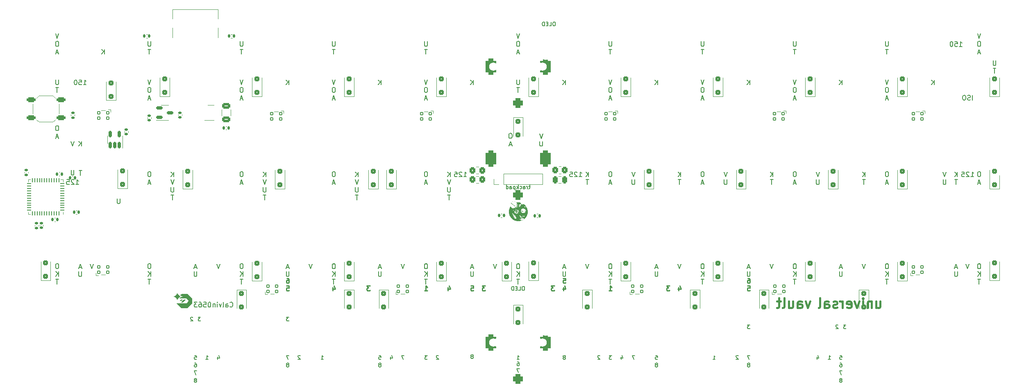
<source format=gbr>
%TF.GenerationSoftware,KiCad,Pcbnew,(7.0.0)*%
%TF.CreationDate,2023-12-11T21:31:36+01:00*%
%TF.ProjectId,universal vault,756e6976-6572-4736-916c-207661756c74,rev?*%
%TF.SameCoordinates,Original*%
%TF.FileFunction,Legend,Bot*%
%TF.FilePolarity,Positive*%
%FSLAX46Y46*%
G04 Gerber Fmt 4.6, Leading zero omitted, Abs format (unit mm)*
G04 Created by KiCad (PCBNEW (7.0.0)) date 2023-12-11 21:31:36*
%MOMM*%
%LPD*%
G01*
G04 APERTURE LIST*
G04 Aperture macros list*
%AMRoundRect*
0 Rectangle with rounded corners*
0 $1 Rounding radius*
0 $2 $3 $4 $5 $6 $7 $8 $9 X,Y pos of 4 corners*
0 Add a 4 corners polygon primitive as box body*
4,1,4,$2,$3,$4,$5,$6,$7,$8,$9,$2,$3,0*
0 Add four circle primitives for the rounded corners*
1,1,$1+$1,$2,$3*
1,1,$1+$1,$4,$5*
1,1,$1+$1,$6,$7*
1,1,$1+$1,$8,$9*
0 Add four rect primitives between the rounded corners*
20,1,$1+$1,$2,$3,$4,$5,0*
20,1,$1+$1,$4,$5,$6,$7,0*
20,1,$1+$1,$6,$7,$8,$9,0*
20,1,$1+$1,$8,$9,$2,$3,0*%
G04 Aperture macros list end*
%ADD10C,0.150000*%
%ADD11C,0.250000*%
%ADD12C,0.400000*%
%ADD13C,0.200000*%
%ADD14C,0.120000*%
%ADD15C,2.300000*%
%ADD16C,1.750000*%
%ADD17C,3.987800*%
%ADD18RoundRect,0.250000X-0.300000X0.300000X-0.300000X-0.300000X0.300000X-0.300000X0.300000X0.300000X0*%
%ADD19C,2.000000*%
%ADD20RoundRect,0.500000X0.500000X-0.500000X0.500000X0.500000X-0.500000X0.500000X-0.500000X-0.500000X0*%
%ADD21RoundRect,0.550000X0.550000X-1.150000X0.550000X1.150000X-0.550000X1.150000X-0.550000X-1.150000X0*%
%ADD22RoundRect,0.250000X-0.350000X-0.450000X0.350000X-0.450000X0.350000X0.450000X-0.350000X0.450000X0*%
%ADD23RoundRect,0.250000X0.350000X0.450000X-0.350000X0.450000X-0.350000X-0.450000X0.350000X-0.450000X0*%
%ADD24O,1.350000X1.350000*%
%ADD25R,1.350000X1.350000*%
%ADD26RoundRect,0.250000X0.250000X0.475000X-0.250000X0.475000X-0.250000X-0.475000X0.250000X-0.475000X0*%
%ADD27C,3.048000*%
%ADD28C,1.397000*%
%ADD29RoundRect,0.105000X0.245000X0.245000X-0.245000X0.245000X-0.245000X-0.245000X0.245000X-0.245000X0*%
%ADD30RoundRect,0.250000X0.300000X-0.300000X0.300000X0.300000X-0.300000X0.300000X-0.300000X-0.300000X0*%
%ADD31RoundRect,0.105000X-0.245000X-0.245000X0.245000X-0.245000X0.245000X0.245000X-0.245000X0.245000X0*%
%ADD32RoundRect,0.140000X-0.170000X0.140000X-0.170000X-0.140000X0.170000X-0.140000X0.170000X0.140000X0*%
%ADD33RoundRect,0.135000X0.185000X-0.135000X0.185000X0.135000X-0.185000X0.135000X-0.185000X-0.135000X0*%
%ADD34RoundRect,0.150000X0.150000X-0.512500X0.150000X0.512500X-0.150000X0.512500X-0.150000X-0.512500X0*%
%ADD35RoundRect,0.140000X-0.140000X-0.170000X0.140000X-0.170000X0.140000X0.170000X-0.140000X0.170000X0*%
%ADD36RoundRect,0.140000X0.170000X-0.140000X0.170000X0.140000X-0.170000X0.140000X-0.170000X-0.140000X0*%
%ADD37RoundRect,0.135000X0.135000X0.185000X-0.135000X0.185000X-0.135000X-0.185000X0.135000X-0.185000X0*%
%ADD38RoundRect,0.140000X0.140000X0.170000X-0.140000X0.170000X-0.140000X-0.170000X0.140000X-0.170000X0*%
%ADD39RoundRect,0.275000X0.625000X0.275000X-0.625000X0.275000X-0.625000X-0.275000X0.625000X-0.275000X0*%
%ADD40RoundRect,0.250000X0.625000X-0.375000X0.625000X0.375000X-0.625000X0.375000X-0.625000X-0.375000X0*%
%ADD41RoundRect,0.150000X-0.512500X-0.150000X0.512500X-0.150000X0.512500X0.150000X-0.512500X0.150000X0*%
%ADD42RoundRect,0.135000X-0.135000X-0.185000X0.135000X-0.185000X0.135000X0.185000X-0.135000X0.185000X0*%
%ADD43C,0.650000*%
%ADD44R,0.600000X1.450000*%
%ADD45R,0.300000X1.450000*%
%ADD46O,1.000000X1.600000*%
%ADD47O,1.000000X2.100000*%
%ADD48R,0.700000X1.000000*%
%ADD49R,0.700000X0.600000*%
%ADD50RoundRect,0.062500X0.062500X-0.375000X0.062500X0.375000X-0.062500X0.375000X-0.062500X-0.375000X0*%
%ADD51RoundRect,0.062500X0.375000X-0.062500X0.375000X0.062500X-0.375000X0.062500X-0.375000X-0.062500X0*%
%ADD52R,5.600000X5.600000*%
G04 APERTURE END LIST*
D10*
X117347916Y43873870D02*
X117919344Y43873870D01*
X117633630Y43873870D02*
X117633630Y44873870D01*
X117633630Y44873870D02*
X117728868Y44731012D01*
X117728868Y44731012D02*
X117824106Y44635774D01*
X117824106Y44635774D02*
X117919344Y44588155D01*
X116966963Y44778631D02*
X116919344Y44826250D01*
X116919344Y44826250D02*
X116824106Y44873870D01*
X116824106Y44873870D02*
X116586011Y44873870D01*
X116586011Y44873870D02*
X116490773Y44826250D01*
X116490773Y44826250D02*
X116443154Y44778631D01*
X116443154Y44778631D02*
X116395535Y44683393D01*
X116395535Y44683393D02*
X116395535Y44588155D01*
X116395535Y44588155D02*
X116443154Y44445298D01*
X116443154Y44445298D02*
X117014582Y43873870D01*
X117014582Y43873870D02*
X116395535Y43873870D01*
X115490773Y44873870D02*
X115966963Y44873870D01*
X115966963Y44873870D02*
X116014582Y44397679D01*
X116014582Y44397679D02*
X115966963Y44445298D01*
X115966963Y44445298D02*
X115871725Y44492917D01*
X115871725Y44492917D02*
X115633630Y44492917D01*
X115633630Y44492917D02*
X115538392Y44445298D01*
X115538392Y44445298D02*
X115490773Y44397679D01*
X115490773Y44397679D02*
X115443154Y44302441D01*
X115443154Y44302441D02*
X115443154Y44064346D01*
X115443154Y44064346D02*
X115490773Y43969108D01*
X115490773Y43969108D02*
X115538392Y43921489D01*
X115538392Y43921489D02*
X115633630Y43873870D01*
X115633630Y43873870D02*
X115871725Y43873870D01*
X115871725Y43873870D02*
X115966963Y43921489D01*
X115966963Y43921489D02*
X116014582Y43969108D01*
X166535118Y6589429D02*
X166535118Y6056096D01*
X166725594Y6894191D02*
X166916071Y6322762D01*
X166916071Y6322762D02*
X166420832Y6322762D01*
X126053868Y6589429D02*
X126053868Y6056096D01*
X126244344Y6894191D02*
X126434821Y6322762D01*
X126434821Y6322762D02*
X125939582Y6322762D01*
X78428868Y6589429D02*
X78428868Y6056096D01*
X78619344Y6894191D02*
X78809821Y6322762D01*
X78809821Y6322762D02*
X78314582Y6322762D01*
X168840178Y6056096D02*
X169297321Y6056096D01*
X169068749Y6056096D02*
X169068749Y6856096D01*
X169068749Y6856096D02*
X169144940Y6741810D01*
X169144940Y6741810D02*
X169221130Y6665620D01*
X169221130Y6665620D02*
X169297321Y6627524D01*
X145027678Y6056096D02*
X145484821Y6056096D01*
X145256249Y6056096D02*
X145256249Y6856096D01*
X145256249Y6856096D02*
X145332440Y6741810D01*
X145332440Y6741810D02*
X145408630Y6665620D01*
X145408630Y6665620D02*
X145484821Y6627524D01*
X104546428Y6056096D02*
X105003571Y6056096D01*
X104774999Y6056096D02*
X104774999Y6856096D01*
X104774999Y6856096D02*
X104851190Y6741810D01*
X104851190Y6741810D02*
X104927380Y6665620D01*
X104927380Y6665620D02*
X105003571Y6627524D01*
X64065178Y6056096D02*
X64522321Y6056096D01*
X64293749Y6056096D02*
X64293749Y6856096D01*
X64293749Y6856096D02*
X64369940Y6741810D01*
X64369940Y6741810D02*
X64446130Y6665620D01*
X64446130Y6665620D02*
X64522321Y6627524D01*
X171526190Y1750739D02*
X171602380Y1788834D01*
X171602380Y1788834D02*
X171640475Y1826929D01*
X171640475Y1826929D02*
X171678571Y1903120D01*
X171678571Y1903120D02*
X171678571Y1941215D01*
X171678571Y1941215D02*
X171640475Y2017405D01*
X171640475Y2017405D02*
X171602380Y2055500D01*
X171602380Y2055500D02*
X171526190Y2093596D01*
X171526190Y2093596D02*
X171373809Y2093596D01*
X171373809Y2093596D02*
X171297618Y2055500D01*
X171297618Y2055500D02*
X171259523Y2017405D01*
X171259523Y2017405D02*
X171221428Y1941215D01*
X171221428Y1941215D02*
X171221428Y1903120D01*
X171221428Y1903120D02*
X171259523Y1826929D01*
X171259523Y1826929D02*
X171297618Y1788834D01*
X171297618Y1788834D02*
X171373809Y1750739D01*
X171373809Y1750739D02*
X171526190Y1750739D01*
X171526190Y1750739D02*
X171602380Y1712643D01*
X171602380Y1712643D02*
X171640475Y1674548D01*
X171640475Y1674548D02*
X171678571Y1598358D01*
X171678571Y1598358D02*
X171678571Y1445977D01*
X171678571Y1445977D02*
X171640475Y1369786D01*
X171640475Y1369786D02*
X171602380Y1331691D01*
X171602380Y1331691D02*
X171526190Y1293596D01*
X171526190Y1293596D02*
X171373809Y1293596D01*
X171373809Y1293596D02*
X171297618Y1331691D01*
X171297618Y1331691D02*
X171259523Y1369786D01*
X171259523Y1369786D02*
X171221428Y1445977D01*
X171221428Y1445977D02*
X171221428Y1598358D01*
X171221428Y1598358D02*
X171259523Y1674548D01*
X171259523Y1674548D02*
X171297618Y1712643D01*
X171297618Y1712643D02*
X171373809Y1750739D01*
X152476190Y4925739D02*
X152552380Y4963834D01*
X152552380Y4963834D02*
X152590475Y5001929D01*
X152590475Y5001929D02*
X152628571Y5078120D01*
X152628571Y5078120D02*
X152628571Y5116215D01*
X152628571Y5116215D02*
X152590475Y5192405D01*
X152590475Y5192405D02*
X152552380Y5230500D01*
X152552380Y5230500D02*
X152476190Y5268596D01*
X152476190Y5268596D02*
X152323809Y5268596D01*
X152323809Y5268596D02*
X152247618Y5230500D01*
X152247618Y5230500D02*
X152209523Y5192405D01*
X152209523Y5192405D02*
X152171428Y5116215D01*
X152171428Y5116215D02*
X152171428Y5078120D01*
X152171428Y5078120D02*
X152209523Y5001929D01*
X152209523Y5001929D02*
X152247618Y4963834D01*
X152247618Y4963834D02*
X152323809Y4925739D01*
X152323809Y4925739D02*
X152476190Y4925739D01*
X152476190Y4925739D02*
X152552380Y4887643D01*
X152552380Y4887643D02*
X152590475Y4849548D01*
X152590475Y4849548D02*
X152628571Y4773358D01*
X152628571Y4773358D02*
X152628571Y4620977D01*
X152628571Y4620977D02*
X152590475Y4544786D01*
X152590475Y4544786D02*
X152552380Y4506691D01*
X152552380Y4506691D02*
X152476190Y4468596D01*
X152476190Y4468596D02*
X152323809Y4468596D01*
X152323809Y4468596D02*
X152247618Y4506691D01*
X152247618Y4506691D02*
X152209523Y4544786D01*
X152209523Y4544786D02*
X152171428Y4620977D01*
X152171428Y4620977D02*
X152171428Y4773358D01*
X152171428Y4773358D02*
X152209523Y4849548D01*
X152209523Y4849548D02*
X152247618Y4887643D01*
X152247618Y4887643D02*
X152323809Y4925739D01*
X133426190Y4925739D02*
X133502380Y4963834D01*
X133502380Y4963834D02*
X133540475Y5001929D01*
X133540475Y5001929D02*
X133578571Y5078120D01*
X133578571Y5078120D02*
X133578571Y5116215D01*
X133578571Y5116215D02*
X133540475Y5192405D01*
X133540475Y5192405D02*
X133502380Y5230500D01*
X133502380Y5230500D02*
X133426190Y5268596D01*
X133426190Y5268596D02*
X133273809Y5268596D01*
X133273809Y5268596D02*
X133197618Y5230500D01*
X133197618Y5230500D02*
X133159523Y5192405D01*
X133159523Y5192405D02*
X133121428Y5116215D01*
X133121428Y5116215D02*
X133121428Y5078120D01*
X133121428Y5078120D02*
X133159523Y5001929D01*
X133159523Y5001929D02*
X133197618Y4963834D01*
X133197618Y4963834D02*
X133273809Y4925739D01*
X133273809Y4925739D02*
X133426190Y4925739D01*
X133426190Y4925739D02*
X133502380Y4887643D01*
X133502380Y4887643D02*
X133540475Y4849548D01*
X133540475Y4849548D02*
X133578571Y4773358D01*
X133578571Y4773358D02*
X133578571Y4620977D01*
X133578571Y4620977D02*
X133540475Y4544786D01*
X133540475Y4544786D02*
X133502380Y4506691D01*
X133502380Y4506691D02*
X133426190Y4468596D01*
X133426190Y4468596D02*
X133273809Y4468596D01*
X133273809Y4468596D02*
X133197618Y4506691D01*
X133197618Y4506691D02*
X133159523Y4544786D01*
X133159523Y4544786D02*
X133121428Y4620977D01*
X133121428Y4620977D02*
X133121428Y4773358D01*
X133121428Y4773358D02*
X133159523Y4849548D01*
X133159523Y4849548D02*
X133197618Y4887643D01*
X133197618Y4887643D02*
X133273809Y4925739D01*
X114376190Y6513239D02*
X114452380Y6551334D01*
X114452380Y6551334D02*
X114490475Y6589429D01*
X114490475Y6589429D02*
X114528571Y6665620D01*
X114528571Y6665620D02*
X114528571Y6703715D01*
X114528571Y6703715D02*
X114490475Y6779905D01*
X114490475Y6779905D02*
X114452380Y6818000D01*
X114452380Y6818000D02*
X114376190Y6856096D01*
X114376190Y6856096D02*
X114223809Y6856096D01*
X114223809Y6856096D02*
X114147618Y6818000D01*
X114147618Y6818000D02*
X114109523Y6779905D01*
X114109523Y6779905D02*
X114071428Y6703715D01*
X114071428Y6703715D02*
X114071428Y6665620D01*
X114071428Y6665620D02*
X114109523Y6589429D01*
X114109523Y6589429D02*
X114147618Y6551334D01*
X114147618Y6551334D02*
X114223809Y6513239D01*
X114223809Y6513239D02*
X114376190Y6513239D01*
X114376190Y6513239D02*
X114452380Y6475143D01*
X114452380Y6475143D02*
X114490475Y6437048D01*
X114490475Y6437048D02*
X114528571Y6360858D01*
X114528571Y6360858D02*
X114528571Y6208477D01*
X114528571Y6208477D02*
X114490475Y6132286D01*
X114490475Y6132286D02*
X114452380Y6094191D01*
X114452380Y6094191D02*
X114376190Y6056096D01*
X114376190Y6056096D02*
X114223809Y6056096D01*
X114223809Y6056096D02*
X114147618Y6094191D01*
X114147618Y6094191D02*
X114109523Y6132286D01*
X114109523Y6132286D02*
X114071428Y6208477D01*
X114071428Y6208477D02*
X114071428Y6360858D01*
X114071428Y6360858D02*
X114109523Y6437048D01*
X114109523Y6437048D02*
X114147618Y6475143D01*
X114147618Y6475143D02*
X114223809Y6513239D01*
X95326190Y6684489D02*
X95402380Y6722584D01*
X95402380Y6722584D02*
X95440475Y6760679D01*
X95440475Y6760679D02*
X95478571Y6836870D01*
X95478571Y6836870D02*
X95478571Y6874965D01*
X95478571Y6874965D02*
X95440475Y6951155D01*
X95440475Y6951155D02*
X95402380Y6989250D01*
X95402380Y6989250D02*
X95326190Y7027346D01*
X95326190Y7027346D02*
X95173809Y7027346D01*
X95173809Y7027346D02*
X95097618Y6989250D01*
X95097618Y6989250D02*
X95059523Y6951155D01*
X95059523Y6951155D02*
X95021428Y6874965D01*
X95021428Y6874965D02*
X95021428Y6836870D01*
X95021428Y6836870D02*
X95059523Y6760679D01*
X95059523Y6760679D02*
X95097618Y6722584D01*
X95097618Y6722584D02*
X95173809Y6684489D01*
X95173809Y6684489D02*
X95326190Y6684489D01*
X95326190Y6684489D02*
X95402380Y6646393D01*
X95402380Y6646393D02*
X95440475Y6608298D01*
X95440475Y6608298D02*
X95478571Y6532108D01*
X95478571Y6532108D02*
X95478571Y6379727D01*
X95478571Y6379727D02*
X95440475Y6303536D01*
X95440475Y6303536D02*
X95402380Y6265441D01*
X95402380Y6265441D02*
X95326190Y6227346D01*
X95326190Y6227346D02*
X95173809Y6227346D01*
X95173809Y6227346D02*
X95097618Y6265441D01*
X95097618Y6265441D02*
X95059523Y6303536D01*
X95059523Y6303536D02*
X95021428Y6379727D01*
X95021428Y6379727D02*
X95021428Y6532108D01*
X95021428Y6532108D02*
X95059523Y6608298D01*
X95059523Y6608298D02*
X95097618Y6646393D01*
X95097618Y6646393D02*
X95173809Y6684489D01*
X76276190Y4925739D02*
X76352380Y4963834D01*
X76352380Y4963834D02*
X76390475Y5001929D01*
X76390475Y5001929D02*
X76428571Y5078120D01*
X76428571Y5078120D02*
X76428571Y5116215D01*
X76428571Y5116215D02*
X76390475Y5192405D01*
X76390475Y5192405D02*
X76352380Y5230500D01*
X76352380Y5230500D02*
X76276190Y5268596D01*
X76276190Y5268596D02*
X76123809Y5268596D01*
X76123809Y5268596D02*
X76047618Y5230500D01*
X76047618Y5230500D02*
X76009523Y5192405D01*
X76009523Y5192405D02*
X75971428Y5116215D01*
X75971428Y5116215D02*
X75971428Y5078120D01*
X75971428Y5078120D02*
X76009523Y5001929D01*
X76009523Y5001929D02*
X76047618Y4963834D01*
X76047618Y4963834D02*
X76123809Y4925739D01*
X76123809Y4925739D02*
X76276190Y4925739D01*
X76276190Y4925739D02*
X76352380Y4887643D01*
X76352380Y4887643D02*
X76390475Y4849548D01*
X76390475Y4849548D02*
X76428571Y4773358D01*
X76428571Y4773358D02*
X76428571Y4620977D01*
X76428571Y4620977D02*
X76390475Y4544786D01*
X76390475Y4544786D02*
X76352380Y4506691D01*
X76352380Y4506691D02*
X76276190Y4468596D01*
X76276190Y4468596D02*
X76123809Y4468596D01*
X76123809Y4468596D02*
X76047618Y4506691D01*
X76047618Y4506691D02*
X76009523Y4544786D01*
X76009523Y4544786D02*
X75971428Y4620977D01*
X75971428Y4620977D02*
X75971428Y4773358D01*
X75971428Y4773358D02*
X76009523Y4849548D01*
X76009523Y4849548D02*
X76047618Y4887643D01*
X76047618Y4887643D02*
X76123809Y4925739D01*
X57226190Y4925739D02*
X57302380Y4963834D01*
X57302380Y4963834D02*
X57340475Y5001929D01*
X57340475Y5001929D02*
X57378571Y5078120D01*
X57378571Y5078120D02*
X57378571Y5116215D01*
X57378571Y5116215D02*
X57340475Y5192405D01*
X57340475Y5192405D02*
X57302380Y5230500D01*
X57302380Y5230500D02*
X57226190Y5268596D01*
X57226190Y5268596D02*
X57073809Y5268596D01*
X57073809Y5268596D02*
X56997618Y5230500D01*
X56997618Y5230500D02*
X56959523Y5192405D01*
X56959523Y5192405D02*
X56921428Y5116215D01*
X56921428Y5116215D02*
X56921428Y5078120D01*
X56921428Y5078120D02*
X56959523Y5001929D01*
X56959523Y5001929D02*
X56997618Y4963834D01*
X56997618Y4963834D02*
X57073809Y4925739D01*
X57073809Y4925739D02*
X57226190Y4925739D01*
X57226190Y4925739D02*
X57302380Y4887643D01*
X57302380Y4887643D02*
X57340475Y4849548D01*
X57340475Y4849548D02*
X57378571Y4773358D01*
X57378571Y4773358D02*
X57378571Y4620977D01*
X57378571Y4620977D02*
X57340475Y4544786D01*
X57340475Y4544786D02*
X57302380Y4506691D01*
X57302380Y4506691D02*
X57226190Y4468596D01*
X57226190Y4468596D02*
X57073809Y4468596D01*
X57073809Y4468596D02*
X56997618Y4506691D01*
X56997618Y4506691D02*
X56959523Y4544786D01*
X56959523Y4544786D02*
X56921428Y4620977D01*
X56921428Y4620977D02*
X56921428Y4773358D01*
X56921428Y4773358D02*
X56959523Y4849548D01*
X56959523Y4849548D02*
X56997618Y4887643D01*
X56997618Y4887643D02*
X57073809Y4925739D01*
X171716666Y3681096D02*
X171183332Y3681096D01*
X171183332Y3681096D02*
X171526190Y2881096D01*
X152666666Y6856096D02*
X152133332Y6856096D01*
X152133332Y6856096D02*
X152476190Y6056096D01*
X128854166Y6856096D02*
X128320832Y6856096D01*
X128320832Y6856096D02*
X128663690Y6056096D01*
X105041666Y4144859D02*
X104508332Y4144859D01*
X104508332Y4144859D02*
X104851190Y3344859D01*
X81229166Y6856096D02*
X80695832Y6856096D01*
X80695832Y6856096D02*
X81038690Y6056096D01*
X57416666Y6856096D02*
X56883332Y6856096D01*
X56883332Y6856096D02*
X57226190Y6056096D01*
X171297618Y5268596D02*
X171449999Y5268596D01*
X171449999Y5268596D02*
X171526190Y5230500D01*
X171526190Y5230500D02*
X171564285Y5192405D01*
X171564285Y5192405D02*
X171640475Y5078120D01*
X171640475Y5078120D02*
X171678571Y4925739D01*
X171678571Y4925739D02*
X171678571Y4620977D01*
X171678571Y4620977D02*
X171640475Y4544786D01*
X171640475Y4544786D02*
X171602380Y4506691D01*
X171602380Y4506691D02*
X171526190Y4468596D01*
X171526190Y4468596D02*
X171373809Y4468596D01*
X171373809Y4468596D02*
X171297618Y4506691D01*
X171297618Y4506691D02*
X171259523Y4544786D01*
X171259523Y4544786D02*
X171221428Y4620977D01*
X171221428Y4620977D02*
X171221428Y4811453D01*
X171221428Y4811453D02*
X171259523Y4887643D01*
X171259523Y4887643D02*
X171297618Y4925739D01*
X171297618Y4925739D02*
X171373809Y4963834D01*
X171373809Y4963834D02*
X171526190Y4963834D01*
X171526190Y4963834D02*
X171602380Y4925739D01*
X171602380Y4925739D02*
X171640475Y4887643D01*
X171640475Y4887643D02*
X171678571Y4811453D01*
X104622618Y5524887D02*
X104774999Y5524887D01*
X104774999Y5524887D02*
X104851190Y5486791D01*
X104851190Y5486791D02*
X104889285Y5448696D01*
X104889285Y5448696D02*
X104965475Y5334411D01*
X104965475Y5334411D02*
X105003571Y5182030D01*
X105003571Y5182030D02*
X105003571Y4877268D01*
X105003571Y4877268D02*
X104965475Y4801077D01*
X104965475Y4801077D02*
X104927380Y4762982D01*
X104927380Y4762982D02*
X104851190Y4724887D01*
X104851190Y4724887D02*
X104698809Y4724887D01*
X104698809Y4724887D02*
X104622618Y4762982D01*
X104622618Y4762982D02*
X104584523Y4801077D01*
X104584523Y4801077D02*
X104546428Y4877268D01*
X104546428Y4877268D02*
X104546428Y5067744D01*
X104546428Y5067744D02*
X104584523Y5143934D01*
X104584523Y5143934D02*
X104622618Y5182030D01*
X104622618Y5182030D02*
X104698809Y5220125D01*
X104698809Y5220125D02*
X104851190Y5220125D01*
X104851190Y5220125D02*
X104927380Y5182030D01*
X104927380Y5182030D02*
X104965475Y5143934D01*
X104965475Y5143934D02*
X105003571Y5067744D01*
X171259523Y6856096D02*
X171640475Y6856096D01*
X171640475Y6856096D02*
X171678571Y6475143D01*
X171678571Y6475143D02*
X171640475Y6513239D01*
X171640475Y6513239D02*
X171564285Y6551334D01*
X171564285Y6551334D02*
X171373809Y6551334D01*
X171373809Y6551334D02*
X171297618Y6513239D01*
X171297618Y6513239D02*
X171259523Y6475143D01*
X171259523Y6475143D02*
X171221428Y6398953D01*
X171221428Y6398953D02*
X171221428Y6208477D01*
X171221428Y6208477D02*
X171259523Y6132286D01*
X171259523Y6132286D02*
X171297618Y6094191D01*
X171297618Y6094191D02*
X171373809Y6056096D01*
X171373809Y6056096D02*
X171564285Y6056096D01*
X171564285Y6056096D02*
X171640475Y6094191D01*
X171640475Y6094191D02*
X171678571Y6132286D01*
X133159523Y6856096D02*
X133540475Y6856096D01*
X133540475Y6856096D02*
X133578571Y6475143D01*
X133578571Y6475143D02*
X133540475Y6513239D01*
X133540475Y6513239D02*
X133464285Y6551334D01*
X133464285Y6551334D02*
X133273809Y6551334D01*
X133273809Y6551334D02*
X133197618Y6513239D01*
X133197618Y6513239D02*
X133159523Y6475143D01*
X133159523Y6475143D02*
X133121428Y6398953D01*
X133121428Y6398953D02*
X133121428Y6208477D01*
X133121428Y6208477D02*
X133159523Y6132286D01*
X133159523Y6132286D02*
X133197618Y6094191D01*
X133197618Y6094191D02*
X133273809Y6056096D01*
X133273809Y6056096D02*
X133464285Y6056096D01*
X133464285Y6056096D02*
X133540475Y6094191D01*
X133540475Y6094191D02*
X133578571Y6132286D01*
X76009523Y6856096D02*
X76390475Y6856096D01*
X76390475Y6856096D02*
X76428571Y6475143D01*
X76428571Y6475143D02*
X76390475Y6513239D01*
X76390475Y6513239D02*
X76314285Y6551334D01*
X76314285Y6551334D02*
X76123809Y6551334D01*
X76123809Y6551334D02*
X76047618Y6513239D01*
X76047618Y6513239D02*
X76009523Y6475143D01*
X76009523Y6475143D02*
X75971428Y6398953D01*
X75971428Y6398953D02*
X75971428Y6208477D01*
X75971428Y6208477D02*
X76009523Y6132286D01*
X76009523Y6132286D02*
X76047618Y6094191D01*
X76047618Y6094191D02*
X76123809Y6056096D01*
X76123809Y6056096D02*
X76314285Y6056096D01*
X76314285Y6056096D02*
X76390475Y6094191D01*
X76390475Y6094191D02*
X76428571Y6132286D01*
X172510416Y13206096D02*
X172015178Y13206096D01*
X172015178Y13206096D02*
X172281844Y12901334D01*
X172281844Y12901334D02*
X172167559Y12901334D01*
X172167559Y12901334D02*
X172091368Y12863239D01*
X172091368Y12863239D02*
X172053273Y12825143D01*
X172053273Y12825143D02*
X172015178Y12748953D01*
X172015178Y12748953D02*
X172015178Y12558477D01*
X172015178Y12558477D02*
X172053273Y12482286D01*
X172053273Y12482286D02*
X172091368Y12444191D01*
X172091368Y12444191D02*
X172167559Y12406096D01*
X172167559Y12406096D02*
X172396130Y12406096D01*
X172396130Y12406096D02*
X172472321Y12444191D01*
X172472321Y12444191D02*
X172510416Y12482286D01*
X152666666Y13206096D02*
X152171428Y13206096D01*
X152171428Y13206096D02*
X152438094Y12901334D01*
X152438094Y12901334D02*
X152323809Y12901334D01*
X152323809Y12901334D02*
X152247618Y12863239D01*
X152247618Y12863239D02*
X152209523Y12825143D01*
X152209523Y12825143D02*
X152171428Y12748953D01*
X152171428Y12748953D02*
X152171428Y12558477D01*
X152171428Y12558477D02*
X152209523Y12482286D01*
X152209523Y12482286D02*
X152247618Y12444191D01*
X152247618Y12444191D02*
X152323809Y12406096D01*
X152323809Y12406096D02*
X152552380Y12406096D01*
X152552380Y12406096D02*
X152628571Y12444191D01*
X152628571Y12444191D02*
X152666666Y12482286D01*
X124091666Y6856096D02*
X123596428Y6856096D01*
X123596428Y6856096D02*
X123863094Y6551334D01*
X123863094Y6551334D02*
X123748809Y6551334D01*
X123748809Y6551334D02*
X123672618Y6513239D01*
X123672618Y6513239D02*
X123634523Y6475143D01*
X123634523Y6475143D02*
X123596428Y6398953D01*
X123596428Y6398953D02*
X123596428Y6208477D01*
X123596428Y6208477D02*
X123634523Y6132286D01*
X123634523Y6132286D02*
X123672618Y6094191D01*
X123672618Y6094191D02*
X123748809Y6056096D01*
X123748809Y6056096D02*
X123977380Y6056096D01*
X123977380Y6056096D02*
X124053571Y6094191D01*
X124053571Y6094191D02*
X124091666Y6132286D01*
X85991666Y6856096D02*
X85496428Y6856096D01*
X85496428Y6856096D02*
X85763094Y6551334D01*
X85763094Y6551334D02*
X85648809Y6551334D01*
X85648809Y6551334D02*
X85572618Y6513239D01*
X85572618Y6513239D02*
X85534523Y6475143D01*
X85534523Y6475143D02*
X85496428Y6398953D01*
X85496428Y6398953D02*
X85496428Y6208477D01*
X85496428Y6208477D02*
X85534523Y6132286D01*
X85534523Y6132286D02*
X85572618Y6094191D01*
X85572618Y6094191D02*
X85648809Y6056096D01*
X85648809Y6056096D02*
X85877380Y6056096D01*
X85877380Y6056096D02*
X85953571Y6094191D01*
X85953571Y6094191D02*
X85991666Y6132286D01*
X57416666Y14793596D02*
X56921428Y14793596D01*
X56921428Y14793596D02*
X57188094Y14488834D01*
X57188094Y14488834D02*
X57073809Y14488834D01*
X57073809Y14488834D02*
X56997618Y14450739D01*
X56997618Y14450739D02*
X56959523Y14412643D01*
X56959523Y14412643D02*
X56921428Y14336453D01*
X56921428Y14336453D02*
X56921428Y14145977D01*
X56921428Y14145977D02*
X56959523Y14069786D01*
X56959523Y14069786D02*
X56997618Y14031691D01*
X56997618Y14031691D02*
X57073809Y13993596D01*
X57073809Y13993596D02*
X57302380Y13993596D01*
X57302380Y13993596D02*
X57378571Y14031691D01*
X57378571Y14031691D02*
X57416666Y14069786D01*
X170884821Y13129905D02*
X170846725Y13168000D01*
X170846725Y13168000D02*
X170770535Y13206096D01*
X170770535Y13206096D02*
X170580059Y13206096D01*
X170580059Y13206096D02*
X170503868Y13168000D01*
X170503868Y13168000D02*
X170465773Y13129905D01*
X170465773Y13129905D02*
X170427678Y13053715D01*
X170427678Y13053715D02*
X170427678Y12977524D01*
X170427678Y12977524D02*
X170465773Y12863239D01*
X170465773Y12863239D02*
X170922916Y12406096D01*
X170922916Y12406096D02*
X170427678Y12406096D01*
X150247321Y6779905D02*
X150209225Y6818000D01*
X150209225Y6818000D02*
X150133035Y6856096D01*
X150133035Y6856096D02*
X149942559Y6856096D01*
X149942559Y6856096D02*
X149866368Y6818000D01*
X149866368Y6818000D02*
X149828273Y6779905D01*
X149828273Y6779905D02*
X149790178Y6703715D01*
X149790178Y6703715D02*
X149790178Y6627524D01*
X149790178Y6627524D02*
X149828273Y6513239D01*
X149828273Y6513239D02*
X150285416Y6056096D01*
X150285416Y6056096D02*
X149790178Y6056096D01*
X121672321Y6779905D02*
X121634225Y6818000D01*
X121634225Y6818000D02*
X121558035Y6856096D01*
X121558035Y6856096D02*
X121367559Y6856096D01*
X121367559Y6856096D02*
X121291368Y6818000D01*
X121291368Y6818000D02*
X121253273Y6779905D01*
X121253273Y6779905D02*
X121215178Y6703715D01*
X121215178Y6703715D02*
X121215178Y6627524D01*
X121215178Y6627524D02*
X121253273Y6513239D01*
X121253273Y6513239D02*
X121710416Y6056096D01*
X121710416Y6056096D02*
X121215178Y6056096D01*
X88334821Y6779905D02*
X88296725Y6818000D01*
X88296725Y6818000D02*
X88220535Y6856096D01*
X88220535Y6856096D02*
X88030059Y6856096D01*
X88030059Y6856096D02*
X87953868Y6818000D01*
X87953868Y6818000D02*
X87915773Y6779905D01*
X87915773Y6779905D02*
X87877678Y6703715D01*
X87877678Y6703715D02*
X87877678Y6627524D01*
X87877678Y6627524D02*
X87915773Y6513239D01*
X87915773Y6513239D02*
X88372916Y6056096D01*
X88372916Y6056096D02*
X87877678Y6056096D01*
X59759821Y6779905D02*
X59721725Y6818000D01*
X59721725Y6818000D02*
X59645535Y6856096D01*
X59645535Y6856096D02*
X59455059Y6856096D01*
X59455059Y6856096D02*
X59378868Y6818000D01*
X59378868Y6818000D02*
X59340773Y6779905D01*
X59340773Y6779905D02*
X59302678Y6703715D01*
X59302678Y6703715D02*
X59302678Y6627524D01*
X59302678Y6627524D02*
X59340773Y6513239D01*
X59340773Y6513239D02*
X59797916Y6056096D01*
X59797916Y6056096D02*
X59302678Y6056096D01*
X38176190Y1750739D02*
X38252380Y1788834D01*
X38252380Y1788834D02*
X38290475Y1826929D01*
X38290475Y1826929D02*
X38328571Y1903120D01*
X38328571Y1903120D02*
X38328571Y1941215D01*
X38328571Y1941215D02*
X38290475Y2017405D01*
X38290475Y2017405D02*
X38252380Y2055500D01*
X38252380Y2055500D02*
X38176190Y2093596D01*
X38176190Y2093596D02*
X38023809Y2093596D01*
X38023809Y2093596D02*
X37947618Y2055500D01*
X37947618Y2055500D02*
X37909523Y2017405D01*
X37909523Y2017405D02*
X37871428Y1941215D01*
X37871428Y1941215D02*
X37871428Y1903120D01*
X37871428Y1903120D02*
X37909523Y1826929D01*
X37909523Y1826929D02*
X37947618Y1788834D01*
X37947618Y1788834D02*
X38023809Y1750739D01*
X38023809Y1750739D02*
X38176190Y1750739D01*
X38176190Y1750739D02*
X38252380Y1712643D01*
X38252380Y1712643D02*
X38290475Y1674548D01*
X38290475Y1674548D02*
X38328571Y1598358D01*
X38328571Y1598358D02*
X38328571Y1445977D01*
X38328571Y1445977D02*
X38290475Y1369786D01*
X38290475Y1369786D02*
X38252380Y1331691D01*
X38252380Y1331691D02*
X38176190Y1293596D01*
X38176190Y1293596D02*
X38023809Y1293596D01*
X38023809Y1293596D02*
X37947618Y1331691D01*
X37947618Y1331691D02*
X37909523Y1369786D01*
X37909523Y1369786D02*
X37871428Y1445977D01*
X37871428Y1445977D02*
X37871428Y1598358D01*
X37871428Y1598358D02*
X37909523Y1674548D01*
X37909523Y1674548D02*
X37947618Y1712643D01*
X37947618Y1712643D02*
X38023809Y1750739D01*
X38366666Y3681096D02*
X37833332Y3681096D01*
X37833332Y3681096D02*
X38176190Y2881096D01*
X107266585Y41910914D02*
X106961823Y41910914D01*
X107152299Y42177581D02*
X107152299Y41491866D01*
X107152299Y41491866D02*
X107114204Y41415676D01*
X107114204Y41415676D02*
X107038014Y41377581D01*
X107038014Y41377581D02*
X106961823Y41377581D01*
X106695156Y41377581D02*
X106695156Y41910914D01*
X106695156Y41758533D02*
X106657061Y41834724D01*
X106657061Y41834724D02*
X106618966Y41872819D01*
X106618966Y41872819D02*
X106542775Y41910914D01*
X106542775Y41910914D02*
X106466585Y41910914D01*
X105857061Y41377581D02*
X105857061Y41796628D01*
X105857061Y41796628D02*
X105895156Y41872819D01*
X105895156Y41872819D02*
X105971347Y41910914D01*
X105971347Y41910914D02*
X106123728Y41910914D01*
X106123728Y41910914D02*
X106199918Y41872819D01*
X105857061Y41415676D02*
X105933252Y41377581D01*
X105933252Y41377581D02*
X106123728Y41377581D01*
X106123728Y41377581D02*
X106199918Y41415676D01*
X106199918Y41415676D02*
X106238014Y41491866D01*
X106238014Y41491866D02*
X106238014Y41568057D01*
X106238014Y41568057D02*
X106199918Y41644247D01*
X106199918Y41644247D02*
X106123728Y41682343D01*
X106123728Y41682343D02*
X105933252Y41682343D01*
X105933252Y41682343D02*
X105857061Y41720438D01*
X105133251Y41415676D02*
X105209442Y41377581D01*
X105209442Y41377581D02*
X105361823Y41377581D01*
X105361823Y41377581D02*
X105438013Y41415676D01*
X105438013Y41415676D02*
X105476108Y41453771D01*
X105476108Y41453771D02*
X105514204Y41529962D01*
X105514204Y41529962D02*
X105514204Y41758533D01*
X105514204Y41758533D02*
X105476108Y41834724D01*
X105476108Y41834724D02*
X105438013Y41872819D01*
X105438013Y41872819D02*
X105361823Y41910914D01*
X105361823Y41910914D02*
X105209442Y41910914D01*
X105209442Y41910914D02*
X105133251Y41872819D01*
X104790394Y41377581D02*
X104790394Y42177581D01*
X104714204Y41682343D02*
X104485632Y41377581D01*
X104485632Y41910914D02*
X104790394Y41606152D01*
X104142775Y41910914D02*
X104142775Y41110914D01*
X104142775Y41872819D02*
X104066585Y41910914D01*
X104066585Y41910914D02*
X103914204Y41910914D01*
X103914204Y41910914D02*
X103838013Y41872819D01*
X103838013Y41872819D02*
X103799918Y41834724D01*
X103799918Y41834724D02*
X103761823Y41758533D01*
X103761823Y41758533D02*
X103761823Y41529962D01*
X103761823Y41529962D02*
X103799918Y41453771D01*
X103799918Y41453771D02*
X103838013Y41415676D01*
X103838013Y41415676D02*
X103914204Y41377581D01*
X103914204Y41377581D02*
X104066585Y41377581D01*
X104066585Y41377581D02*
X104142775Y41415676D01*
X103076108Y41377581D02*
X103076108Y41796628D01*
X103076108Y41796628D02*
X103114203Y41872819D01*
X103114203Y41872819D02*
X103190394Y41910914D01*
X103190394Y41910914D02*
X103342775Y41910914D01*
X103342775Y41910914D02*
X103418965Y41872819D01*
X103076108Y41415676D02*
X103152299Y41377581D01*
X103152299Y41377581D02*
X103342775Y41377581D01*
X103342775Y41377581D02*
X103418965Y41415676D01*
X103418965Y41415676D02*
X103457061Y41491866D01*
X103457061Y41491866D02*
X103457061Y41568057D01*
X103457061Y41568057D02*
X103418965Y41644247D01*
X103418965Y41644247D02*
X103342775Y41682343D01*
X103342775Y41682343D02*
X103152299Y41682343D01*
X103152299Y41682343D02*
X103076108Y41720438D01*
X102352298Y41377581D02*
X102352298Y42177581D01*
X102352298Y41415676D02*
X102428489Y41377581D01*
X102428489Y41377581D02*
X102580870Y41377581D01*
X102580870Y41377581D02*
X102657060Y41415676D01*
X102657060Y41415676D02*
X102695155Y41453771D01*
X102695155Y41453771D02*
X102733251Y41529962D01*
X102733251Y41529962D02*
X102733251Y41758533D01*
X102733251Y41758533D02*
X102695155Y41834724D01*
X102695155Y41834724D02*
X102657060Y41872819D01*
X102657060Y41872819D02*
X102580870Y41910914D01*
X102580870Y41910914D02*
X102428489Y41910914D01*
X102428489Y41910914D02*
X102352298Y41872819D01*
D11*
X114061904Y22857620D02*
X114538094Y22857620D01*
X114538094Y22857620D02*
X114585713Y22381429D01*
X114585713Y22381429D02*
X114538094Y22429048D01*
X114538094Y22429048D02*
X114442856Y22476667D01*
X114442856Y22476667D02*
X114204761Y22476667D01*
X114204761Y22476667D02*
X114109523Y22429048D01*
X114109523Y22429048D02*
X114061904Y22381429D01*
X114061904Y22381429D02*
X114014285Y22286191D01*
X114014285Y22286191D02*
X114014285Y22048096D01*
X114014285Y22048096D02*
X114061904Y21952858D01*
X114061904Y21952858D02*
X114109523Y21905239D01*
X114109523Y21905239D02*
X114204761Y21857620D01*
X114204761Y21857620D02*
X114442856Y21857620D01*
X114442856Y21857620D02*
X114538094Y21905239D01*
X114538094Y21905239D02*
X114585713Y21952858D01*
D10*
X104870237Y25823870D02*
X104679761Y25823870D01*
X104679761Y25823870D02*
X104584523Y25776250D01*
X104584523Y25776250D02*
X104489285Y25681012D01*
X104489285Y25681012D02*
X104441666Y25490536D01*
X104441666Y25490536D02*
X104441666Y25157203D01*
X104441666Y25157203D02*
X104489285Y24966727D01*
X104489285Y24966727D02*
X104584523Y24871489D01*
X104584523Y24871489D02*
X104679761Y24823870D01*
X104679761Y24823870D02*
X104870237Y24823870D01*
X104870237Y24823870D02*
X104965475Y24871489D01*
X104965475Y24871489D02*
X105060713Y24966727D01*
X105060713Y24966727D02*
X105108332Y25157203D01*
X105108332Y25157203D02*
X105108332Y25490536D01*
X105108332Y25490536D02*
X105060713Y25681012D01*
X105060713Y25681012D02*
X104965475Y25776250D01*
X104965475Y25776250D02*
X104870237Y25823870D01*
X181260713Y71893870D02*
X181260713Y71084346D01*
X181260713Y71084346D02*
X181213094Y70989108D01*
X181213094Y70989108D02*
X181165475Y70941489D01*
X181165475Y70941489D02*
X181070237Y70893870D01*
X181070237Y70893870D02*
X180879761Y70893870D01*
X180879761Y70893870D02*
X180784523Y70941489D01*
X180784523Y70941489D02*
X180736904Y70989108D01*
X180736904Y70989108D02*
X180689285Y71084346D01*
X180689285Y71084346D02*
X180689285Y71893870D01*
X181260713Y70273870D02*
X180689285Y70273870D01*
X180974999Y69273870D02*
X180974999Y70273870D01*
X9810713Y63956370D02*
X9810713Y63146846D01*
X9810713Y63146846D02*
X9763094Y63051608D01*
X9763094Y63051608D02*
X9715475Y63003989D01*
X9715475Y63003989D02*
X9620237Y62956370D01*
X9620237Y62956370D02*
X9429761Y62956370D01*
X9429761Y62956370D02*
X9334523Y63003989D01*
X9334523Y63003989D02*
X9286904Y63051608D01*
X9286904Y63051608D02*
X9239285Y63146846D01*
X9239285Y63146846D02*
X9239285Y63956370D01*
X9810713Y62336370D02*
X9239285Y62336370D01*
X9524999Y61336370D02*
X9524999Y62336370D01*
X12985713Y45233870D02*
X12985713Y44424346D01*
X12985713Y44424346D02*
X12938094Y44329108D01*
X12938094Y44329108D02*
X12890475Y44281489D01*
X12890475Y44281489D02*
X12795237Y44233870D01*
X12795237Y44233870D02*
X12604761Y44233870D01*
X12604761Y44233870D02*
X12509523Y44281489D01*
X12509523Y44281489D02*
X12461904Y44329108D01*
X12461904Y44329108D02*
X12414285Y44424346D01*
X12414285Y44424346D02*
X12414285Y45233870D01*
X66960713Y22648870D02*
X66389285Y22648870D01*
X66674999Y21648870D02*
X66674999Y22648870D01*
X157495832Y25823870D02*
X157162499Y24823870D01*
X157162499Y24823870D02*
X156829166Y25823870D01*
X181308332Y63988870D02*
X180974999Y62988870D01*
X180974999Y62988870D02*
X180641666Y63988870D01*
X181070237Y62368870D02*
X180879761Y62368870D01*
X180879761Y62368870D02*
X180784523Y62321250D01*
X180784523Y62321250D02*
X180689285Y62226012D01*
X180689285Y62226012D02*
X180641666Y62035536D01*
X180641666Y62035536D02*
X180641666Y61702203D01*
X180641666Y61702203D02*
X180689285Y61511727D01*
X180689285Y61511727D02*
X180784523Y61416489D01*
X180784523Y61416489D02*
X180879761Y61368870D01*
X180879761Y61368870D02*
X181070237Y61368870D01*
X181070237Y61368870D02*
X181165475Y61416489D01*
X181165475Y61416489D02*
X181260713Y61511727D01*
X181260713Y61511727D02*
X181308332Y61702203D01*
X181308332Y61702203D02*
X181308332Y62035536D01*
X181308332Y62035536D02*
X181260713Y62226012D01*
X181260713Y62226012D02*
X181165475Y62321250D01*
X181165475Y62321250D02*
X181070237Y62368870D01*
X181213094Y60034584D02*
X180736904Y60034584D01*
X181308332Y59748870D02*
X180974999Y60748870D01*
X180974999Y60748870D02*
X180641666Y59748870D01*
X162210713Y22648870D02*
X161639285Y22648870D01*
X161924999Y21648870D02*
X161924999Y22648870D01*
X52649404Y43873870D02*
X52649404Y44873870D01*
X52077976Y43873870D02*
X52506547Y44445298D01*
X52077976Y44873870D02*
X52649404Y44302441D01*
X13366666Y42286370D02*
X13938094Y42286370D01*
X13652380Y42286370D02*
X13652380Y43286370D01*
X13652380Y43286370D02*
X13747618Y43143512D01*
X13747618Y43143512D02*
X13842856Y43048274D01*
X13842856Y43048274D02*
X13938094Y43000655D01*
X12985713Y43191131D02*
X12938094Y43238750D01*
X12938094Y43238750D02*
X12842856Y43286370D01*
X12842856Y43286370D02*
X12604761Y43286370D01*
X12604761Y43286370D02*
X12509523Y43238750D01*
X12509523Y43238750D02*
X12461904Y43191131D01*
X12461904Y43191131D02*
X12414285Y43095893D01*
X12414285Y43095893D02*
X12414285Y43000655D01*
X12414285Y43000655D02*
X12461904Y42857798D01*
X12461904Y42857798D02*
X13033332Y42286370D01*
X13033332Y42286370D02*
X12414285Y42286370D01*
X11509523Y43286370D02*
X11985713Y43286370D01*
X11985713Y43286370D02*
X12033332Y42810179D01*
X12033332Y42810179D02*
X11985713Y42857798D01*
X11985713Y42857798D02*
X11890475Y42905417D01*
X11890475Y42905417D02*
X11652380Y42905417D01*
X11652380Y42905417D02*
X11557142Y42857798D01*
X11557142Y42857798D02*
X11509523Y42810179D01*
X11509523Y42810179D02*
X11461904Y42714941D01*
X11461904Y42714941D02*
X11461904Y42476846D01*
X11461904Y42476846D02*
X11509523Y42381608D01*
X11509523Y42381608D02*
X11557142Y42333989D01*
X11557142Y42333989D02*
X11652380Y42286370D01*
X11652380Y42286370D02*
X11890475Y42286370D01*
X11890475Y42286370D02*
X11985713Y42333989D01*
X11985713Y42333989D02*
X12033332Y42381608D01*
X171735713Y24236370D02*
X171735713Y23426846D01*
X171735713Y23426846D02*
X171688094Y23331608D01*
X171688094Y23331608D02*
X171640475Y23283989D01*
X171640475Y23283989D02*
X171545237Y23236370D01*
X171545237Y23236370D02*
X171354761Y23236370D01*
X171354761Y23236370D02*
X171259523Y23283989D01*
X171259523Y23283989D02*
X171211904Y23331608D01*
X171211904Y23331608D02*
X171164285Y23426846D01*
X171164285Y23426846D02*
X171164285Y24236370D01*
X38338094Y25109584D02*
X37861904Y25109584D01*
X38433332Y24823870D02*
X38099999Y25823870D01*
X38099999Y25823870D02*
X37766666Y24823870D01*
X176498213Y43286370D02*
X175926785Y43286370D01*
X176212499Y42286370D02*
X176212499Y43286370D01*
D11*
X152209523Y22857620D02*
X152399999Y22857620D01*
X152399999Y22857620D02*
X152495237Y22810000D01*
X152495237Y22810000D02*
X152542856Y22762381D01*
X152542856Y22762381D02*
X152638094Y22619524D01*
X152638094Y22619524D02*
X152685713Y22429048D01*
X152685713Y22429048D02*
X152685713Y22048096D01*
X152685713Y22048096D02*
X152638094Y21952858D01*
X152638094Y21952858D02*
X152590475Y21905239D01*
X152590475Y21905239D02*
X152495237Y21857620D01*
X152495237Y21857620D02*
X152304761Y21857620D01*
X152304761Y21857620D02*
X152209523Y21905239D01*
X152209523Y21905239D02*
X152161904Y21952858D01*
X152161904Y21952858D02*
X152114285Y22048096D01*
X152114285Y22048096D02*
X152114285Y22286191D01*
X152114285Y22286191D02*
X152161904Y22381429D01*
X152161904Y22381429D02*
X152209523Y22429048D01*
X152209523Y22429048D02*
X152304761Y22476667D01*
X152304761Y22476667D02*
X152495237Y22476667D01*
X152495237Y22476667D02*
X152590475Y22429048D01*
X152590475Y22429048D02*
X152638094Y22381429D01*
X152638094Y22381429D02*
X152685713Y22286191D01*
D10*
X81295832Y25823870D02*
X80962499Y24823870D01*
X80962499Y24823870D02*
X80629166Y25823870D01*
X28670237Y25856370D02*
X28479761Y25856370D01*
X28479761Y25856370D02*
X28384523Y25808750D01*
X28384523Y25808750D02*
X28289285Y25713512D01*
X28289285Y25713512D02*
X28241666Y25523036D01*
X28241666Y25523036D02*
X28241666Y25189703D01*
X28241666Y25189703D02*
X28289285Y24999227D01*
X28289285Y24999227D02*
X28384523Y24903989D01*
X28384523Y24903989D02*
X28479761Y24856370D01*
X28479761Y24856370D02*
X28670237Y24856370D01*
X28670237Y24856370D02*
X28765475Y24903989D01*
X28765475Y24903989D02*
X28860713Y24999227D01*
X28860713Y24999227D02*
X28908332Y25189703D01*
X28908332Y25189703D02*
X28908332Y25523036D01*
X28908332Y25523036D02*
X28860713Y25713512D01*
X28860713Y25713512D02*
X28765475Y25808750D01*
X28765475Y25808750D02*
X28670237Y25856370D01*
X28836904Y23236370D02*
X28836904Y24236370D01*
X28265476Y23236370D02*
X28694047Y23807798D01*
X28265476Y24236370D02*
X28836904Y23664941D01*
X52673213Y41698870D02*
X52673213Y40889346D01*
X52673213Y40889346D02*
X52625594Y40794108D01*
X52625594Y40794108D02*
X52577975Y40746489D01*
X52577975Y40746489D02*
X52482737Y40698870D01*
X52482737Y40698870D02*
X52292261Y40698870D01*
X52292261Y40698870D02*
X52197023Y40746489D01*
X52197023Y40746489D02*
X52149404Y40794108D01*
X52149404Y40794108D02*
X52101785Y40889346D01*
X52101785Y40889346D02*
X52101785Y41698870D01*
X19311904Y69273870D02*
X19311904Y70273870D01*
X18740476Y69273870D02*
X19169047Y69845298D01*
X18740476Y70273870D02*
X19311904Y69702441D01*
X37909523Y6856096D02*
X38290475Y6856096D01*
X38290475Y6856096D02*
X38328571Y6475143D01*
X38328571Y6475143D02*
X38290475Y6513239D01*
X38290475Y6513239D02*
X38214285Y6551334D01*
X38214285Y6551334D02*
X38023809Y6551334D01*
X38023809Y6551334D02*
X37947618Y6513239D01*
X37947618Y6513239D02*
X37909523Y6475143D01*
X37909523Y6475143D02*
X37871428Y6398953D01*
X37871428Y6398953D02*
X37871428Y6208477D01*
X37871428Y6208477D02*
X37909523Y6132286D01*
X37909523Y6132286D02*
X37947618Y6094191D01*
X37947618Y6094191D02*
X38023809Y6056096D01*
X38023809Y6056096D02*
X38214285Y6056096D01*
X38214285Y6056096D02*
X38290475Y6094191D01*
X38290475Y6094191D02*
X38328571Y6132286D01*
X166973213Y43286370D02*
X166973213Y42476846D01*
X166973213Y42476846D02*
X166925594Y42381608D01*
X166925594Y42381608D02*
X166877975Y42333989D01*
X166877975Y42333989D02*
X166782737Y42286370D01*
X166782737Y42286370D02*
X166592261Y42286370D01*
X166592261Y42286370D02*
X166497023Y42333989D01*
X166497023Y42333989D02*
X166449404Y42381608D01*
X166449404Y42381608D02*
X166401785Y42476846D01*
X166401785Y42476846D02*
X166401785Y43286370D01*
X103282737Y52843870D02*
X103092261Y52843870D01*
X103092261Y52843870D02*
X102997023Y52796250D01*
X102997023Y52796250D02*
X102901785Y52701012D01*
X102901785Y52701012D02*
X102854166Y52510536D01*
X102854166Y52510536D02*
X102854166Y52177203D01*
X102854166Y52177203D02*
X102901785Y51986727D01*
X102901785Y51986727D02*
X102997023Y51891489D01*
X102997023Y51891489D02*
X103092261Y51843870D01*
X103092261Y51843870D02*
X103282737Y51843870D01*
X103282737Y51843870D02*
X103377975Y51891489D01*
X103377975Y51891489D02*
X103473213Y51986727D01*
X103473213Y51986727D02*
X103520832Y52177203D01*
X103520832Y52177203D02*
X103520832Y52510536D01*
X103520832Y52510536D02*
X103473213Y52701012D01*
X103473213Y52701012D02*
X103377975Y52796250D01*
X103377975Y52796250D02*
X103282737Y52843870D01*
X103425594Y50509584D02*
X102949404Y50509584D01*
X103520832Y50223870D02*
X103187499Y51223870D01*
X103187499Y51223870D02*
X102854166Y50223870D01*
X109823213Y51223870D02*
X109823213Y50414346D01*
X109823213Y50414346D02*
X109775594Y50319108D01*
X109775594Y50319108D02*
X109727975Y50271489D01*
X109727975Y50271489D02*
X109632737Y50223870D01*
X109632737Y50223870D02*
X109442261Y50223870D01*
X109442261Y50223870D02*
X109347023Y50271489D01*
X109347023Y50271489D02*
X109299404Y50319108D01*
X109299404Y50319108D02*
X109251785Y50414346D01*
X109251785Y50414346D02*
X109251785Y51223870D01*
X181070237Y25823870D02*
X180879761Y25823870D01*
X180879761Y25823870D02*
X180784523Y25776250D01*
X180784523Y25776250D02*
X180689285Y25681012D01*
X180689285Y25681012D02*
X180641666Y25490536D01*
X180641666Y25490536D02*
X180641666Y25157203D01*
X180641666Y25157203D02*
X180689285Y24966727D01*
X180689285Y24966727D02*
X180784523Y24871489D01*
X180784523Y24871489D02*
X180879761Y24823870D01*
X180879761Y24823870D02*
X181070237Y24823870D01*
X181070237Y24823870D02*
X181165475Y24871489D01*
X181165475Y24871489D02*
X181260713Y24966727D01*
X181260713Y24966727D02*
X181308332Y25157203D01*
X181308332Y25157203D02*
X181308332Y25490536D01*
X181308332Y25490536D02*
X181260713Y25681012D01*
X181260713Y25681012D02*
X181165475Y25776250D01*
X181165475Y25776250D02*
X181070237Y25823870D01*
D11*
X90297023Y20936786D02*
X90297023Y20270120D01*
X90535118Y21317739D02*
X90773213Y20603453D01*
X90773213Y20603453D02*
X90154166Y20603453D01*
D10*
X9620237Y54431370D02*
X9429761Y54431370D01*
X9429761Y54431370D02*
X9334523Y54383750D01*
X9334523Y54383750D02*
X9239285Y54288512D01*
X9239285Y54288512D02*
X9191666Y54098036D01*
X9191666Y54098036D02*
X9191666Y53764703D01*
X9191666Y53764703D02*
X9239285Y53574227D01*
X9239285Y53574227D02*
X9334523Y53478989D01*
X9334523Y53478989D02*
X9429761Y53431370D01*
X9429761Y53431370D02*
X9620237Y53431370D01*
X9620237Y53431370D02*
X9715475Y53478989D01*
X9715475Y53478989D02*
X9810713Y53574227D01*
X9810713Y53574227D02*
X9858332Y53764703D01*
X9858332Y53764703D02*
X9858332Y54098036D01*
X9858332Y54098036D02*
X9810713Y54288512D01*
X9810713Y54288512D02*
X9715475Y54383750D01*
X9715475Y54383750D02*
X9620237Y54431370D01*
X9763094Y52097084D02*
X9286904Y52097084D01*
X9858332Y51811370D02*
X9524999Y52811370D01*
X9524999Y52811370D02*
X9191666Y51811370D01*
X90773213Y40111370D02*
X90201785Y40111370D01*
X90487499Y39111370D02*
X90487499Y40111370D01*
X33670832Y43286370D02*
X33337499Y42286370D01*
X33337499Y42286370D02*
X33004166Y43286370D01*
X47720237Y25856370D02*
X47529761Y25856370D01*
X47529761Y25856370D02*
X47434523Y25808750D01*
X47434523Y25808750D02*
X47339285Y25713512D01*
X47339285Y25713512D02*
X47291666Y25523036D01*
X47291666Y25523036D02*
X47291666Y25189703D01*
X47291666Y25189703D02*
X47339285Y24999227D01*
X47339285Y24999227D02*
X47434523Y24903989D01*
X47434523Y24903989D02*
X47529761Y24856370D01*
X47529761Y24856370D02*
X47720237Y24856370D01*
X47720237Y24856370D02*
X47815475Y24903989D01*
X47815475Y24903989D02*
X47910713Y24999227D01*
X47910713Y24999227D02*
X47958332Y25189703D01*
X47958332Y25189703D02*
X47958332Y25523036D01*
X47958332Y25523036D02*
X47910713Y25713512D01*
X47910713Y25713512D02*
X47815475Y25808750D01*
X47815475Y25808750D02*
X47720237Y25856370D01*
X47886904Y23236370D02*
X47886904Y24236370D01*
X47315476Y23236370D02*
X47744047Y23807798D01*
X47315476Y24236370D02*
X47886904Y23664941D01*
X124110713Y71893870D02*
X124110713Y71084346D01*
X124110713Y71084346D02*
X124063094Y70989108D01*
X124063094Y70989108D02*
X124015475Y70941489D01*
X124015475Y70941489D02*
X123920237Y70893870D01*
X123920237Y70893870D02*
X123729761Y70893870D01*
X123729761Y70893870D02*
X123634523Y70941489D01*
X123634523Y70941489D02*
X123586904Y70989108D01*
X123586904Y70989108D02*
X123539285Y71084346D01*
X123539285Y71084346D02*
X123539285Y71893870D01*
X124110713Y70273870D02*
X123539285Y70273870D01*
X123824999Y69273870D02*
X123824999Y70273870D01*
D12*
X178763988Y18061072D02*
X178763988Y16727739D01*
X179621131Y18061072D02*
X179621131Y17013453D01*
X179621131Y17013453D02*
X179525893Y16822977D01*
X179525893Y16822977D02*
X179335417Y16727739D01*
X179335417Y16727739D02*
X179049702Y16727739D01*
X179049702Y16727739D02*
X178859226Y16822977D01*
X178859226Y16822977D02*
X178763988Y16918215D01*
X177811607Y18061072D02*
X177811607Y16727739D01*
X177811607Y17870596D02*
X177716369Y17965834D01*
X177716369Y17965834D02*
X177525893Y18061072D01*
X177525893Y18061072D02*
X177240178Y18061072D01*
X177240178Y18061072D02*
X177049702Y17965834D01*
X177049702Y17965834D02*
X176954464Y17775358D01*
X176954464Y17775358D02*
X176954464Y16727739D01*
X176002083Y16727739D02*
X176002083Y18061072D01*
X176002083Y18727739D02*
X176097321Y18632500D01*
X176097321Y18632500D02*
X176002083Y18537262D01*
X176002083Y18537262D02*
X175906845Y18632500D01*
X175906845Y18632500D02*
X176002083Y18727739D01*
X176002083Y18727739D02*
X176002083Y18537262D01*
X175240178Y18061072D02*
X174763988Y16727739D01*
X174763988Y16727739D02*
X174287797Y18061072D01*
X172763987Y16822977D02*
X172954463Y16727739D01*
X172954463Y16727739D02*
X173335416Y16727739D01*
X173335416Y16727739D02*
X173525892Y16822977D01*
X173525892Y16822977D02*
X173621130Y17013453D01*
X173621130Y17013453D02*
X173621130Y17775358D01*
X173621130Y17775358D02*
X173525892Y17965834D01*
X173525892Y17965834D02*
X173335416Y18061072D01*
X173335416Y18061072D02*
X172954463Y18061072D01*
X172954463Y18061072D02*
X172763987Y17965834D01*
X172763987Y17965834D02*
X172668749Y17775358D01*
X172668749Y17775358D02*
X172668749Y17584881D01*
X172668749Y17584881D02*
X173621130Y17394405D01*
X171811606Y16727739D02*
X171811606Y18061072D01*
X171811606Y17680120D02*
X171716368Y17870596D01*
X171716368Y17870596D02*
X171621130Y17965834D01*
X171621130Y17965834D02*
X171430654Y18061072D01*
X171430654Y18061072D02*
X171240177Y18061072D01*
X170668749Y16822977D02*
X170478273Y16727739D01*
X170478273Y16727739D02*
X170097321Y16727739D01*
X170097321Y16727739D02*
X169906844Y16822977D01*
X169906844Y16822977D02*
X169811606Y17013453D01*
X169811606Y17013453D02*
X169811606Y17108691D01*
X169811606Y17108691D02*
X169906844Y17299167D01*
X169906844Y17299167D02*
X170097321Y17394405D01*
X170097321Y17394405D02*
X170383035Y17394405D01*
X170383035Y17394405D02*
X170573511Y17489643D01*
X170573511Y17489643D02*
X170668749Y17680120D01*
X170668749Y17680120D02*
X170668749Y17775358D01*
X170668749Y17775358D02*
X170573511Y17965834D01*
X170573511Y17965834D02*
X170383035Y18061072D01*
X170383035Y18061072D02*
X170097321Y18061072D01*
X170097321Y18061072D02*
X169906844Y17965834D01*
X168097320Y16727739D02*
X168097320Y17775358D01*
X168097320Y17775358D02*
X168192558Y17965834D01*
X168192558Y17965834D02*
X168383034Y18061072D01*
X168383034Y18061072D02*
X168763987Y18061072D01*
X168763987Y18061072D02*
X168954463Y17965834D01*
X168097320Y16822977D02*
X168287796Y16727739D01*
X168287796Y16727739D02*
X168763987Y16727739D01*
X168763987Y16727739D02*
X168954463Y16822977D01*
X168954463Y16822977D02*
X169049701Y17013453D01*
X169049701Y17013453D02*
X169049701Y17203929D01*
X169049701Y17203929D02*
X168954463Y17394405D01*
X168954463Y17394405D02*
X168763987Y17489643D01*
X168763987Y17489643D02*
X168287796Y17489643D01*
X168287796Y17489643D02*
X168097320Y17584881D01*
X166859225Y16727739D02*
X167049701Y16822977D01*
X167049701Y16822977D02*
X167144939Y17013453D01*
X167144939Y17013453D02*
X167144939Y18727739D01*
X165087796Y18061072D02*
X164611606Y16727739D01*
X164611606Y16727739D02*
X164135415Y18061072D01*
X162516367Y16727739D02*
X162516367Y17775358D01*
X162516367Y17775358D02*
X162611605Y17965834D01*
X162611605Y17965834D02*
X162802081Y18061072D01*
X162802081Y18061072D02*
X163183034Y18061072D01*
X163183034Y18061072D02*
X163373510Y17965834D01*
X162516367Y16822977D02*
X162706843Y16727739D01*
X162706843Y16727739D02*
X163183034Y16727739D01*
X163183034Y16727739D02*
X163373510Y16822977D01*
X163373510Y16822977D02*
X163468748Y17013453D01*
X163468748Y17013453D02*
X163468748Y17203929D01*
X163468748Y17203929D02*
X163373510Y17394405D01*
X163373510Y17394405D02*
X163183034Y17489643D01*
X163183034Y17489643D02*
X162706843Y17489643D01*
X162706843Y17489643D02*
X162516367Y17584881D01*
X160706843Y18061072D02*
X160706843Y16727739D01*
X161563986Y18061072D02*
X161563986Y17013453D01*
X161563986Y17013453D02*
X161468748Y16822977D01*
X161468748Y16822977D02*
X161278272Y16727739D01*
X161278272Y16727739D02*
X160992557Y16727739D01*
X160992557Y16727739D02*
X160802081Y16822977D01*
X160802081Y16822977D02*
X160706843Y16918215D01*
X159468748Y16727739D02*
X159659224Y16822977D01*
X159659224Y16822977D02*
X159754462Y17013453D01*
X159754462Y17013453D02*
X159754462Y18727739D01*
X158992557Y18061072D02*
X158230653Y18061072D01*
X158706843Y18727739D02*
X158706843Y17013453D01*
X158706843Y17013453D02*
X158611605Y16822977D01*
X158611605Y16822977D02*
X158421129Y16727739D01*
X158421129Y16727739D02*
X158230653Y16727739D01*
D10*
X198643749Y59748870D02*
X198643749Y60748870D01*
X198215178Y59796489D02*
X198072321Y59748870D01*
X198072321Y59748870D02*
X197834226Y59748870D01*
X197834226Y59748870D02*
X197738988Y59796489D01*
X197738988Y59796489D02*
X197691369Y59844108D01*
X197691369Y59844108D02*
X197643750Y59939346D01*
X197643750Y59939346D02*
X197643750Y60034584D01*
X197643750Y60034584D02*
X197691369Y60129822D01*
X197691369Y60129822D02*
X197738988Y60177441D01*
X197738988Y60177441D02*
X197834226Y60225060D01*
X197834226Y60225060D02*
X198024702Y60272679D01*
X198024702Y60272679D02*
X198119940Y60320298D01*
X198119940Y60320298D02*
X198167559Y60367917D01*
X198167559Y60367917D02*
X198215178Y60463155D01*
X198215178Y60463155D02*
X198215178Y60558393D01*
X198215178Y60558393D02*
X198167559Y60653631D01*
X198167559Y60653631D02*
X198119940Y60701250D01*
X198119940Y60701250D02*
X198024702Y60748870D01*
X198024702Y60748870D02*
X197786607Y60748870D01*
X197786607Y60748870D02*
X197643750Y60701250D01*
X197024702Y60748870D02*
X196834226Y60748870D01*
X196834226Y60748870D02*
X196738988Y60701250D01*
X196738988Y60701250D02*
X196643750Y60606012D01*
X196643750Y60606012D02*
X196596131Y60415536D01*
X196596131Y60415536D02*
X196596131Y60082203D01*
X196596131Y60082203D02*
X196643750Y59891727D01*
X196643750Y59891727D02*
X196738988Y59796489D01*
X196738988Y59796489D02*
X196834226Y59748870D01*
X196834226Y59748870D02*
X197024702Y59748870D01*
X197024702Y59748870D02*
X197119940Y59796489D01*
X197119940Y59796489D02*
X197215178Y59891727D01*
X197215178Y59891727D02*
X197262797Y60082203D01*
X197262797Y60082203D02*
X197262797Y60415536D01*
X197262797Y60415536D02*
X197215178Y60606012D01*
X197215178Y60606012D02*
X197119940Y60701250D01*
X197119940Y60701250D02*
X197024702Y60748870D01*
X200120237Y25823870D02*
X199929761Y25823870D01*
X199929761Y25823870D02*
X199834523Y25776250D01*
X199834523Y25776250D02*
X199739285Y25681012D01*
X199739285Y25681012D02*
X199691666Y25490536D01*
X199691666Y25490536D02*
X199691666Y25157203D01*
X199691666Y25157203D02*
X199739285Y24966727D01*
X199739285Y24966727D02*
X199834523Y24871489D01*
X199834523Y24871489D02*
X199929761Y24823870D01*
X199929761Y24823870D02*
X200120237Y24823870D01*
X200120237Y24823870D02*
X200215475Y24871489D01*
X200215475Y24871489D02*
X200310713Y24966727D01*
X200310713Y24966727D02*
X200358332Y25157203D01*
X200358332Y25157203D02*
X200358332Y25490536D01*
X200358332Y25490536D02*
X200310713Y25681012D01*
X200310713Y25681012D02*
X200215475Y25776250D01*
X200215475Y25776250D02*
X200120237Y25823870D01*
X114585713Y24236370D02*
X114585713Y23426846D01*
X114585713Y23426846D02*
X114538094Y23331608D01*
X114538094Y23331608D02*
X114490475Y23283989D01*
X114490475Y23283989D02*
X114395237Y23236370D01*
X114395237Y23236370D02*
X114204761Y23236370D01*
X114204761Y23236370D02*
X114109523Y23283989D01*
X114109523Y23283989D02*
X114061904Y23331608D01*
X114061904Y23331608D02*
X114014285Y23426846D01*
X114014285Y23426846D02*
X114014285Y24236370D01*
X52720832Y43286370D02*
X52387499Y42286370D01*
X52387499Y42286370D02*
X52054166Y43286370D01*
X37947618Y5268596D02*
X38099999Y5268596D01*
X38099999Y5268596D02*
X38176190Y5230500D01*
X38176190Y5230500D02*
X38214285Y5192405D01*
X38214285Y5192405D02*
X38290475Y5078120D01*
X38290475Y5078120D02*
X38328571Y4925739D01*
X38328571Y4925739D02*
X38328571Y4620977D01*
X38328571Y4620977D02*
X38290475Y4544786D01*
X38290475Y4544786D02*
X38252380Y4506691D01*
X38252380Y4506691D02*
X38176190Y4468596D01*
X38176190Y4468596D02*
X38023809Y4468596D01*
X38023809Y4468596D02*
X37947618Y4506691D01*
X37947618Y4506691D02*
X37909523Y4544786D01*
X37909523Y4544786D02*
X37871428Y4620977D01*
X37871428Y4620977D02*
X37871428Y4811453D01*
X37871428Y4811453D02*
X37909523Y4887643D01*
X37909523Y4887643D02*
X37947618Y4925739D01*
X37947618Y4925739D02*
X38023809Y4963834D01*
X38023809Y4963834D02*
X38176190Y4963834D01*
X38176190Y4963834D02*
X38252380Y4925739D01*
X38252380Y4925739D02*
X38290475Y4887643D01*
X38290475Y4887643D02*
X38328571Y4811453D01*
X193214582Y44873870D02*
X192881249Y43873870D01*
X192881249Y43873870D02*
X192547916Y44873870D01*
X13033332Y51223870D02*
X12699999Y50223870D01*
X12699999Y50223870D02*
X12366666Y51223870D01*
X90820832Y43286370D02*
X90487499Y42286370D01*
X90487499Y42286370D02*
X90154166Y43286370D01*
D11*
X74152082Y21270120D02*
X73533035Y21270120D01*
X73533035Y21270120D02*
X73866368Y20889167D01*
X73866368Y20889167D02*
X73723511Y20889167D01*
X73723511Y20889167D02*
X73628273Y20841548D01*
X73628273Y20841548D02*
X73580654Y20793929D01*
X73580654Y20793929D02*
X73533035Y20698691D01*
X73533035Y20698691D02*
X73533035Y20460596D01*
X73533035Y20460596D02*
X73580654Y20365358D01*
X73580654Y20365358D02*
X73628273Y20317739D01*
X73628273Y20317739D02*
X73723511Y20270120D01*
X73723511Y20270120D02*
X74009225Y20270120D01*
X74009225Y20270120D02*
X74104463Y20317739D01*
X74104463Y20317739D02*
X74152082Y20365358D01*
D10*
X14573213Y24236370D02*
X14573213Y23426846D01*
X14573213Y23426846D02*
X14525594Y23331608D01*
X14525594Y23331608D02*
X14477975Y23283989D01*
X14477975Y23283989D02*
X14382737Y23236370D01*
X14382737Y23236370D02*
X14192261Y23236370D01*
X14192261Y23236370D02*
X14097023Y23283989D01*
X14097023Y23283989D02*
X14049404Y23331608D01*
X14049404Y23331608D02*
X14001785Y23426846D01*
X14001785Y23426846D02*
X14001785Y24236370D01*
X22510713Y39317620D02*
X22510713Y38508096D01*
X22510713Y38508096D02*
X22463094Y38412858D01*
X22463094Y38412858D02*
X22415475Y38365239D01*
X22415475Y38365239D02*
X22320237Y38317620D01*
X22320237Y38317620D02*
X22129761Y38317620D01*
X22129761Y38317620D02*
X22034523Y38365239D01*
X22034523Y38365239D02*
X21986904Y38412858D01*
X21986904Y38412858D02*
X21939285Y38508096D01*
X21939285Y38508096D02*
X21939285Y39317620D01*
X14954166Y62923870D02*
X15525594Y62923870D01*
X15239880Y62923870D02*
X15239880Y63923870D01*
X15239880Y63923870D02*
X15335118Y63781012D01*
X15335118Y63781012D02*
X15430356Y63685774D01*
X15430356Y63685774D02*
X15525594Y63638155D01*
X14049404Y63923870D02*
X14525594Y63923870D01*
X14525594Y63923870D02*
X14573213Y63447679D01*
X14573213Y63447679D02*
X14525594Y63495298D01*
X14525594Y63495298D02*
X14430356Y63542917D01*
X14430356Y63542917D02*
X14192261Y63542917D01*
X14192261Y63542917D02*
X14097023Y63495298D01*
X14097023Y63495298D02*
X14049404Y63447679D01*
X14049404Y63447679D02*
X14001785Y63352441D01*
X14001785Y63352441D02*
X14001785Y63114346D01*
X14001785Y63114346D02*
X14049404Y63019108D01*
X14049404Y63019108D02*
X14097023Y62971489D01*
X14097023Y62971489D02*
X14192261Y62923870D01*
X14192261Y62923870D02*
X14430356Y62923870D01*
X14430356Y62923870D02*
X14525594Y62971489D01*
X14525594Y62971489D02*
X14573213Y63019108D01*
X13382737Y63923870D02*
X13287499Y63923870D01*
X13287499Y63923870D02*
X13192261Y63876250D01*
X13192261Y63876250D02*
X13144642Y63828631D01*
X13144642Y63828631D02*
X13097023Y63733393D01*
X13097023Y63733393D02*
X13049404Y63542917D01*
X13049404Y63542917D02*
X13049404Y63304822D01*
X13049404Y63304822D02*
X13097023Y63114346D01*
X13097023Y63114346D02*
X13144642Y63019108D01*
X13144642Y63019108D02*
X13192261Y62971489D01*
X13192261Y62971489D02*
X13287499Y62923870D01*
X13287499Y62923870D02*
X13382737Y62923870D01*
X13382737Y62923870D02*
X13477975Y62971489D01*
X13477975Y62971489D02*
X13525594Y63019108D01*
X13525594Y63019108D02*
X13573213Y63114346D01*
X13573213Y63114346D02*
X13620832Y63304822D01*
X13620832Y63304822D02*
X13620832Y63542917D01*
X13620832Y63542917D02*
X13573213Y63733393D01*
X13573213Y63733393D02*
X13525594Y63828631D01*
X13525594Y63828631D02*
X13477975Y63876250D01*
X13477975Y63876250D02*
X13382737Y63923870D01*
X95535713Y24236370D02*
X95535713Y23426846D01*
X95535713Y23426846D02*
X95488094Y23331608D01*
X95488094Y23331608D02*
X95440475Y23283989D01*
X95440475Y23283989D02*
X95345237Y23236370D01*
X95345237Y23236370D02*
X95154761Y23236370D01*
X95154761Y23236370D02*
X95059523Y23283989D01*
X95059523Y23283989D02*
X95011904Y23331608D01*
X95011904Y23331608D02*
X94964285Y23426846D01*
X94964285Y23426846D02*
X94964285Y24236370D01*
X42710118Y6589429D02*
X42710118Y6056096D01*
X42900594Y6894191D02*
X43091071Y6322762D01*
X43091071Y6322762D02*
X42595832Y6322762D01*
D11*
X137922023Y20936786D02*
X137922023Y20270120D01*
X138160118Y21317739D02*
X138398213Y20603453D01*
X138398213Y20603453D02*
X137779166Y20603453D01*
D10*
X152685713Y24236370D02*
X152685713Y23426846D01*
X152685713Y23426846D02*
X152638094Y23331608D01*
X152638094Y23331608D02*
X152590475Y23283989D01*
X152590475Y23283989D02*
X152495237Y23236370D01*
X152495237Y23236370D02*
X152304761Y23236370D01*
X152304761Y23236370D02*
X152209523Y23283989D01*
X152209523Y23283989D02*
X152161904Y23331608D01*
X152161904Y23331608D02*
X152114285Y23426846D01*
X152114285Y23426846D02*
X152114285Y24236370D01*
D11*
X85439285Y20270120D02*
X86010713Y20270120D01*
X85724999Y20270120D02*
X85724999Y21270120D01*
X85724999Y21270120D02*
X85820237Y21127262D01*
X85820237Y21127262D02*
X85915475Y21032024D01*
X85915475Y21032024D02*
X86010713Y20984405D01*
D10*
X47910713Y22648870D02*
X47339285Y22648870D01*
X47624999Y21648870D02*
X47624999Y22648870D01*
X133611904Y62923870D02*
X133611904Y63923870D01*
X133040476Y62923870D02*
X133469047Y63495298D01*
X133040476Y63923870D02*
X133611904Y63352441D01*
X52673213Y40111370D02*
X52101785Y40111370D01*
X52387499Y39111370D02*
X52387499Y40111370D01*
X14549404Y50223870D02*
X14549404Y51223870D01*
X13977976Y50223870D02*
X14406547Y50795298D01*
X13977976Y51223870D02*
X14549404Y50652441D01*
X104870237Y25856370D02*
X104679761Y25856370D01*
X104679761Y25856370D02*
X104584523Y25808750D01*
X104584523Y25808750D02*
X104489285Y25713512D01*
X104489285Y25713512D02*
X104441666Y25523036D01*
X104441666Y25523036D02*
X104441666Y25189703D01*
X104441666Y25189703D02*
X104489285Y24999227D01*
X104489285Y24999227D02*
X104584523Y24903989D01*
X104584523Y24903989D02*
X104679761Y24856370D01*
X104679761Y24856370D02*
X104870237Y24856370D01*
X104870237Y24856370D02*
X104965475Y24903989D01*
X104965475Y24903989D02*
X105060713Y24999227D01*
X105060713Y24999227D02*
X105108332Y25189703D01*
X105108332Y25189703D02*
X105108332Y25523036D01*
X105108332Y25523036D02*
X105060713Y25713512D01*
X105060713Y25713512D02*
X104965475Y25808750D01*
X104965475Y25808750D02*
X104870237Y25856370D01*
X105036904Y23236370D02*
X105036904Y24236370D01*
X104465476Y23236370D02*
X104894047Y23807798D01*
X104465476Y24236370D02*
X105036904Y23664941D01*
X28860713Y22648870D02*
X28289285Y22648870D01*
X28574999Y21648870D02*
X28574999Y22648870D01*
X119324404Y43873870D02*
X119324404Y44873870D01*
X118752976Y43873870D02*
X119181547Y44445298D01*
X118752976Y44873870D02*
X119324404Y44302441D01*
X119348213Y43286370D02*
X118776785Y43286370D01*
X119062499Y42286370D02*
X119062499Y43286370D01*
X105060713Y63956370D02*
X105060713Y63146846D01*
X105060713Y63146846D02*
X105013094Y63051608D01*
X105013094Y63051608D02*
X104965475Y63003989D01*
X104965475Y63003989D02*
X104870237Y62956370D01*
X104870237Y62956370D02*
X104679761Y62956370D01*
X104679761Y62956370D02*
X104584523Y63003989D01*
X104584523Y63003989D02*
X104536904Y63051608D01*
X104536904Y63051608D02*
X104489285Y63146846D01*
X104489285Y63146846D02*
X104489285Y63956370D01*
X105060713Y62336370D02*
X104489285Y62336370D01*
X104774999Y61336370D02*
X104774999Y62336370D01*
X14525594Y25109584D02*
X14049404Y25109584D01*
X14620832Y24823870D02*
X14287499Y25823870D01*
X14287499Y25823870D02*
X13954166Y24823870D01*
X152638094Y25109584D02*
X152161904Y25109584D01*
X152733332Y24823870D02*
X152399999Y25823870D01*
X152399999Y25823870D02*
X152066666Y24823870D01*
X86010713Y22648870D02*
X85439285Y22648870D01*
X85724999Y21648870D02*
X85724999Y22648870D01*
X133588094Y25109584D02*
X133111904Y25109584D01*
X133683332Y24823870D02*
X133349999Y25823870D01*
X133349999Y25823870D02*
X133016666Y24823870D01*
X66770237Y44906370D02*
X66579761Y44906370D01*
X66579761Y44906370D02*
X66484523Y44858750D01*
X66484523Y44858750D02*
X66389285Y44763512D01*
X66389285Y44763512D02*
X66341666Y44573036D01*
X66341666Y44573036D02*
X66341666Y44239703D01*
X66341666Y44239703D02*
X66389285Y44049227D01*
X66389285Y44049227D02*
X66484523Y43953989D01*
X66484523Y43953989D02*
X66579761Y43906370D01*
X66579761Y43906370D02*
X66770237Y43906370D01*
X66770237Y43906370D02*
X66865475Y43953989D01*
X66865475Y43953989D02*
X66960713Y44049227D01*
X66960713Y44049227D02*
X67008332Y44239703D01*
X67008332Y44239703D02*
X67008332Y44573036D01*
X67008332Y44573036D02*
X66960713Y44763512D01*
X66960713Y44763512D02*
X66865475Y44858750D01*
X66865475Y44858750D02*
X66770237Y44906370D01*
X66913094Y42572084D02*
X66436904Y42572084D01*
X67008332Y42286370D02*
X66674999Y43286370D01*
X66674999Y43286370D02*
X66341666Y42286370D01*
X198310416Y43873870D02*
X198881844Y43873870D01*
X198596130Y43873870D02*
X198596130Y44873870D01*
X198596130Y44873870D02*
X198691368Y44731012D01*
X198691368Y44731012D02*
X198786606Y44635774D01*
X198786606Y44635774D02*
X198881844Y44588155D01*
X197929463Y44778631D02*
X197881844Y44826250D01*
X197881844Y44826250D02*
X197786606Y44873870D01*
X197786606Y44873870D02*
X197548511Y44873870D01*
X197548511Y44873870D02*
X197453273Y44826250D01*
X197453273Y44826250D02*
X197405654Y44778631D01*
X197405654Y44778631D02*
X197358035Y44683393D01*
X197358035Y44683393D02*
X197358035Y44588155D01*
X197358035Y44588155D02*
X197405654Y44445298D01*
X197405654Y44445298D02*
X197977082Y43873870D01*
X197977082Y43873870D02*
X197358035Y43873870D01*
X196453273Y44873870D02*
X196929463Y44873870D01*
X196929463Y44873870D02*
X196977082Y44397679D01*
X196977082Y44397679D02*
X196929463Y44445298D01*
X196929463Y44445298D02*
X196834225Y44492917D01*
X196834225Y44492917D02*
X196596130Y44492917D01*
X196596130Y44492917D02*
X196500892Y44445298D01*
X196500892Y44445298D02*
X196453273Y44397679D01*
X196453273Y44397679D02*
X196405654Y44302441D01*
X196405654Y44302441D02*
X196405654Y44064346D01*
X196405654Y44064346D02*
X196453273Y43969108D01*
X196453273Y43969108D02*
X196500892Y43921489D01*
X196500892Y43921489D02*
X196596130Y43873870D01*
X196596130Y43873870D02*
X196834225Y43873870D01*
X196834225Y43873870D02*
X196929463Y43921489D01*
X196929463Y43921489D02*
X196977082Y43969108D01*
X47720237Y44906370D02*
X47529761Y44906370D01*
X47529761Y44906370D02*
X47434523Y44858750D01*
X47434523Y44858750D02*
X47339285Y44763512D01*
X47339285Y44763512D02*
X47291666Y44573036D01*
X47291666Y44573036D02*
X47291666Y44239703D01*
X47291666Y44239703D02*
X47339285Y44049227D01*
X47339285Y44049227D02*
X47434523Y43953989D01*
X47434523Y43953989D02*
X47529761Y43906370D01*
X47529761Y43906370D02*
X47720237Y43906370D01*
X47720237Y43906370D02*
X47815475Y43953989D01*
X47815475Y43953989D02*
X47910713Y44049227D01*
X47910713Y44049227D02*
X47958332Y44239703D01*
X47958332Y44239703D02*
X47958332Y44573036D01*
X47958332Y44573036D02*
X47910713Y44763512D01*
X47910713Y44763512D02*
X47815475Y44858750D01*
X47815475Y44858750D02*
X47720237Y44906370D01*
X47863094Y42572084D02*
X47386904Y42572084D01*
X47958332Y42286370D02*
X47624999Y43286370D01*
X47624999Y43286370D02*
X47291666Y42286370D01*
X66770237Y25856370D02*
X66579761Y25856370D01*
X66579761Y25856370D02*
X66484523Y25808750D01*
X66484523Y25808750D02*
X66389285Y25713512D01*
X66389285Y25713512D02*
X66341666Y25523036D01*
X66341666Y25523036D02*
X66341666Y25189703D01*
X66341666Y25189703D02*
X66389285Y24999227D01*
X66389285Y24999227D02*
X66484523Y24903989D01*
X66484523Y24903989D02*
X66579761Y24856370D01*
X66579761Y24856370D02*
X66770237Y24856370D01*
X66770237Y24856370D02*
X66865475Y24903989D01*
X66865475Y24903989D02*
X66960713Y24999227D01*
X66960713Y24999227D02*
X67008332Y25189703D01*
X67008332Y25189703D02*
X67008332Y25523036D01*
X67008332Y25523036D02*
X66960713Y25713512D01*
X66960713Y25713512D02*
X66865475Y25808750D01*
X66865475Y25808750D02*
X66770237Y25856370D01*
X66936904Y23236370D02*
X66936904Y24236370D01*
X66365476Y23236370D02*
X66794047Y23807798D01*
X66365476Y24236370D02*
X66936904Y23664941D01*
X33623213Y40111370D02*
X33051785Y40111370D01*
X33337499Y39111370D02*
X33337499Y40111370D01*
D11*
X56911904Y21270120D02*
X57388094Y21270120D01*
X57388094Y21270120D02*
X57435713Y20793929D01*
X57435713Y20793929D02*
X57388094Y20841548D01*
X57388094Y20841548D02*
X57292856Y20889167D01*
X57292856Y20889167D02*
X57054761Y20889167D01*
X57054761Y20889167D02*
X56959523Y20841548D01*
X56959523Y20841548D02*
X56911904Y20793929D01*
X56911904Y20793929D02*
X56864285Y20698691D01*
X56864285Y20698691D02*
X56864285Y20460596D01*
X56864285Y20460596D02*
X56911904Y20365358D01*
X56911904Y20365358D02*
X56959523Y20317739D01*
X56959523Y20317739D02*
X57054761Y20270120D01*
X57054761Y20270120D02*
X57292856Y20270120D01*
X57292856Y20270120D02*
X57388094Y20317739D01*
X57388094Y20317739D02*
X57435713Y20365358D01*
D10*
X195500594Y25109584D02*
X195024404Y25109584D01*
X195595832Y24823870D02*
X195262499Y25823870D01*
X195262499Y25823870D02*
X194929166Y24823870D01*
X162020237Y25823870D02*
X161829761Y25823870D01*
X161829761Y25823870D02*
X161734523Y25776250D01*
X161734523Y25776250D02*
X161639285Y25681012D01*
X161639285Y25681012D02*
X161591666Y25490536D01*
X161591666Y25490536D02*
X161591666Y25157203D01*
X161591666Y25157203D02*
X161639285Y24966727D01*
X161639285Y24966727D02*
X161734523Y24871489D01*
X161734523Y24871489D02*
X161829761Y24823870D01*
X161829761Y24823870D02*
X162020237Y24823870D01*
X162020237Y24823870D02*
X162115475Y24871489D01*
X162115475Y24871489D02*
X162210713Y24966727D01*
X162210713Y24966727D02*
X162258332Y25157203D01*
X162258332Y25157203D02*
X162258332Y25490536D01*
X162258332Y25490536D02*
X162210713Y25681012D01*
X162210713Y25681012D02*
X162115475Y25776250D01*
X162115475Y25776250D02*
X162020237Y25823870D01*
X142970237Y25856370D02*
X142779761Y25856370D01*
X142779761Y25856370D02*
X142684523Y25808750D01*
X142684523Y25808750D02*
X142589285Y25713512D01*
X142589285Y25713512D02*
X142541666Y25523036D01*
X142541666Y25523036D02*
X142541666Y25189703D01*
X142541666Y25189703D02*
X142589285Y24999227D01*
X142589285Y24999227D02*
X142684523Y24903989D01*
X142684523Y24903989D02*
X142779761Y24856370D01*
X142779761Y24856370D02*
X142970237Y24856370D01*
X142970237Y24856370D02*
X143065475Y24903989D01*
X143065475Y24903989D02*
X143160713Y24999227D01*
X143160713Y24999227D02*
X143208332Y25189703D01*
X143208332Y25189703D02*
X143208332Y25523036D01*
X143208332Y25523036D02*
X143160713Y25713512D01*
X143160713Y25713512D02*
X143065475Y25808750D01*
X143065475Y25808750D02*
X142970237Y25856370D01*
X143136904Y23236370D02*
X143136904Y24236370D01*
X142565476Y23236370D02*
X142994047Y23807798D01*
X142565476Y24236370D02*
X143136904Y23664941D01*
D13*
X45227976Y16981608D02*
X45275595Y16933989D01*
X45275595Y16933989D02*
X45418452Y16886370D01*
X45418452Y16886370D02*
X45513690Y16886370D01*
X45513690Y16886370D02*
X45656547Y16933989D01*
X45656547Y16933989D02*
X45751785Y17029227D01*
X45751785Y17029227D02*
X45799404Y17124465D01*
X45799404Y17124465D02*
X45847023Y17314941D01*
X45847023Y17314941D02*
X45847023Y17457798D01*
X45847023Y17457798D02*
X45799404Y17648274D01*
X45799404Y17648274D02*
X45751785Y17743512D01*
X45751785Y17743512D02*
X45656547Y17838750D01*
X45656547Y17838750D02*
X45513690Y17886370D01*
X45513690Y17886370D02*
X45418452Y17886370D01*
X45418452Y17886370D02*
X45275595Y17838750D01*
X45275595Y17838750D02*
X45227976Y17791131D01*
X44370833Y16886370D02*
X44370833Y17410179D01*
X44370833Y17410179D02*
X44418452Y17505417D01*
X44418452Y17505417D02*
X44513690Y17553036D01*
X44513690Y17553036D02*
X44704166Y17553036D01*
X44704166Y17553036D02*
X44799404Y17505417D01*
X44370833Y16933989D02*
X44466071Y16886370D01*
X44466071Y16886370D02*
X44704166Y16886370D01*
X44704166Y16886370D02*
X44799404Y16933989D01*
X44799404Y16933989D02*
X44847023Y17029227D01*
X44847023Y17029227D02*
X44847023Y17124465D01*
X44847023Y17124465D02*
X44799404Y17219703D01*
X44799404Y17219703D02*
X44704166Y17267322D01*
X44704166Y17267322D02*
X44466071Y17267322D01*
X44466071Y17267322D02*
X44370833Y17314941D01*
X43751785Y16886370D02*
X43847023Y16933989D01*
X43847023Y16933989D02*
X43894642Y17029227D01*
X43894642Y17029227D02*
X43894642Y17886370D01*
X43466070Y17553036D02*
X43227975Y16886370D01*
X43227975Y16886370D02*
X42989880Y17553036D01*
X42608927Y16886370D02*
X42608927Y17553036D01*
X42608927Y17886370D02*
X42656546Y17838750D01*
X42656546Y17838750D02*
X42608927Y17791131D01*
X42608927Y17791131D02*
X42561308Y17838750D01*
X42561308Y17838750D02*
X42608927Y17886370D01*
X42608927Y17886370D02*
X42608927Y17791131D01*
X42132737Y17553036D02*
X42132737Y16886370D01*
X42132737Y17457798D02*
X42085118Y17505417D01*
X42085118Y17505417D02*
X41989880Y17553036D01*
X41989880Y17553036D02*
X41847023Y17553036D01*
X41847023Y17553036D02*
X41751785Y17505417D01*
X41751785Y17505417D02*
X41704166Y17410179D01*
X41704166Y17410179D02*
X41704166Y16886370D01*
X41037499Y17886370D02*
X40942261Y17886370D01*
X40942261Y17886370D02*
X40847023Y17838750D01*
X40847023Y17838750D02*
X40799404Y17791131D01*
X40799404Y17791131D02*
X40751785Y17695893D01*
X40751785Y17695893D02*
X40704166Y17505417D01*
X40704166Y17505417D02*
X40704166Y17267322D01*
X40704166Y17267322D02*
X40751785Y17076846D01*
X40751785Y17076846D02*
X40799404Y16981608D01*
X40799404Y16981608D02*
X40847023Y16933989D01*
X40847023Y16933989D02*
X40942261Y16886370D01*
X40942261Y16886370D02*
X41037499Y16886370D01*
X41037499Y16886370D02*
X41132737Y16933989D01*
X41132737Y16933989D02*
X41180356Y16981608D01*
X41180356Y16981608D02*
X41227975Y17076846D01*
X41227975Y17076846D02*
X41275594Y17267322D01*
X41275594Y17267322D02*
X41275594Y17505417D01*
X41275594Y17505417D02*
X41227975Y17695893D01*
X41227975Y17695893D02*
X41180356Y17791131D01*
X41180356Y17791131D02*
X41132737Y17838750D01*
X41132737Y17838750D02*
X41037499Y17886370D01*
X39799404Y17886370D02*
X40275594Y17886370D01*
X40275594Y17886370D02*
X40323213Y17410179D01*
X40323213Y17410179D02*
X40275594Y17457798D01*
X40275594Y17457798D02*
X40180356Y17505417D01*
X40180356Y17505417D02*
X39942261Y17505417D01*
X39942261Y17505417D02*
X39847023Y17457798D01*
X39847023Y17457798D02*
X39799404Y17410179D01*
X39799404Y17410179D02*
X39751785Y17314941D01*
X39751785Y17314941D02*
X39751785Y17076846D01*
X39751785Y17076846D02*
X39799404Y16981608D01*
X39799404Y16981608D02*
X39847023Y16933989D01*
X39847023Y16933989D02*
X39942261Y16886370D01*
X39942261Y16886370D02*
X40180356Y16886370D01*
X40180356Y16886370D02*
X40275594Y16933989D01*
X40275594Y16933989D02*
X40323213Y16981608D01*
X38894642Y17886370D02*
X39085118Y17886370D01*
X39085118Y17886370D02*
X39180356Y17838750D01*
X39180356Y17838750D02*
X39227975Y17791131D01*
X39227975Y17791131D02*
X39323213Y17648274D01*
X39323213Y17648274D02*
X39370832Y17457798D01*
X39370832Y17457798D02*
X39370832Y17076846D01*
X39370832Y17076846D02*
X39323213Y16981608D01*
X39323213Y16981608D02*
X39275594Y16933989D01*
X39275594Y16933989D02*
X39180356Y16886370D01*
X39180356Y16886370D02*
X38989880Y16886370D01*
X38989880Y16886370D02*
X38894642Y16933989D01*
X38894642Y16933989D02*
X38847023Y16981608D01*
X38847023Y16981608D02*
X38799404Y17076846D01*
X38799404Y17076846D02*
X38799404Y17314941D01*
X38799404Y17314941D02*
X38847023Y17410179D01*
X38847023Y17410179D02*
X38894642Y17457798D01*
X38894642Y17457798D02*
X38989880Y17505417D01*
X38989880Y17505417D02*
X39180356Y17505417D01*
X39180356Y17505417D02*
X39275594Y17457798D01*
X39275594Y17457798D02*
X39323213Y17410179D01*
X39323213Y17410179D02*
X39370832Y17314941D01*
X38466070Y17886370D02*
X37847023Y17886370D01*
X37847023Y17886370D02*
X38180356Y17505417D01*
X38180356Y17505417D02*
X38037499Y17505417D01*
X38037499Y17505417D02*
X37942261Y17457798D01*
X37942261Y17457798D02*
X37894642Y17410179D01*
X37894642Y17410179D02*
X37847023Y17314941D01*
X37847023Y17314941D02*
X37847023Y17076846D01*
X37847023Y17076846D02*
X37894642Y16981608D01*
X37894642Y16981608D02*
X37942261Y16933989D01*
X37942261Y16933989D02*
X38037499Y16886370D01*
X38037499Y16886370D02*
X38323213Y16886370D01*
X38323213Y16886370D02*
X38418451Y16933989D01*
X38418451Y16933989D02*
X38466070Y16981608D01*
D10*
X138398213Y43286370D02*
X137826785Y43286370D01*
X138112499Y42286370D02*
X138112499Y43286370D01*
X71770832Y43286370D02*
X71437499Y42286370D01*
X71437499Y42286370D02*
X71104166Y43286370D01*
X147970832Y44873870D02*
X147637499Y43873870D01*
X147637499Y43873870D02*
X147304166Y44873870D01*
X133635713Y24236370D02*
X133635713Y23426846D01*
X133635713Y23426846D02*
X133588094Y23331608D01*
X133588094Y23331608D02*
X133540475Y23283989D01*
X133540475Y23283989D02*
X133445237Y23236370D01*
X133445237Y23236370D02*
X133254761Y23236370D01*
X133254761Y23236370D02*
X133159523Y23283989D01*
X133159523Y23283989D02*
X133111904Y23331608D01*
X133111904Y23331608D02*
X133064285Y23426846D01*
X133064285Y23426846D02*
X133064285Y24236370D01*
X123920237Y25823870D02*
X123729761Y25823870D01*
X123729761Y25823870D02*
X123634523Y25776250D01*
X123634523Y25776250D02*
X123539285Y25681012D01*
X123539285Y25681012D02*
X123491666Y25490536D01*
X123491666Y25490536D02*
X123491666Y25157203D01*
X123491666Y25157203D02*
X123539285Y24966727D01*
X123539285Y24966727D02*
X123634523Y24871489D01*
X123634523Y24871489D02*
X123729761Y24823870D01*
X123729761Y24823870D02*
X123920237Y24823870D01*
X123920237Y24823870D02*
X124015475Y24871489D01*
X124015475Y24871489D02*
X124110713Y24966727D01*
X124110713Y24966727D02*
X124158332Y25157203D01*
X124158332Y25157203D02*
X124158332Y25490536D01*
X124158332Y25490536D02*
X124110713Y25681012D01*
X124110713Y25681012D02*
X124015475Y25776250D01*
X124015475Y25776250D02*
X123920237Y25823870D01*
X40252678Y6056096D02*
X40709821Y6056096D01*
X40481249Y6056096D02*
X40481249Y6856096D01*
X40481249Y6856096D02*
X40557440Y6741810D01*
X40557440Y6741810D02*
X40633630Y6665620D01*
X40633630Y6665620D02*
X40709821Y6627524D01*
X90773213Y41698870D02*
X90773213Y40889346D01*
X90773213Y40889346D02*
X90725594Y40794108D01*
X90725594Y40794108D02*
X90677975Y40746489D01*
X90677975Y40746489D02*
X90582737Y40698870D01*
X90582737Y40698870D02*
X90392261Y40698870D01*
X90392261Y40698870D02*
X90297023Y40746489D01*
X90297023Y40746489D02*
X90249404Y40794108D01*
X90249404Y40794108D02*
X90201785Y40889346D01*
X90201785Y40889346D02*
X90201785Y41698870D01*
X33599404Y43873870D02*
X33599404Y44873870D01*
X33027976Y43873870D02*
X33456547Y44445298D01*
X33027976Y44873870D02*
X33599404Y44302441D01*
X33623213Y41698870D02*
X33623213Y40889346D01*
X33623213Y40889346D02*
X33575594Y40794108D01*
X33575594Y40794108D02*
X33527975Y40746489D01*
X33527975Y40746489D02*
X33432737Y40698870D01*
X33432737Y40698870D02*
X33242261Y40698870D01*
X33242261Y40698870D02*
X33147023Y40746489D01*
X33147023Y40746489D02*
X33099404Y40794108D01*
X33099404Y40794108D02*
X33051785Y40889346D01*
X33051785Y40889346D02*
X33051785Y41698870D01*
X128920832Y44873870D02*
X128587499Y43873870D01*
X128587499Y43873870D02*
X128254166Y44873870D01*
X28860713Y71893870D02*
X28860713Y71084346D01*
X28860713Y71084346D02*
X28813094Y70989108D01*
X28813094Y70989108D02*
X28765475Y70941489D01*
X28765475Y70941489D02*
X28670237Y70893870D01*
X28670237Y70893870D02*
X28479761Y70893870D01*
X28479761Y70893870D02*
X28384523Y70941489D01*
X28384523Y70941489D02*
X28336904Y70989108D01*
X28336904Y70989108D02*
X28289285Y71084346D01*
X28289285Y71084346D02*
X28289285Y71893870D01*
X28860713Y70273870D02*
X28289285Y70273870D01*
X28574999Y69273870D02*
X28574999Y70273870D01*
X143160713Y71893870D02*
X143160713Y71084346D01*
X143160713Y71084346D02*
X143113094Y70989108D01*
X143113094Y70989108D02*
X143065475Y70941489D01*
X143065475Y70941489D02*
X142970237Y70893870D01*
X142970237Y70893870D02*
X142779761Y70893870D01*
X142779761Y70893870D02*
X142684523Y70941489D01*
X142684523Y70941489D02*
X142636904Y70989108D01*
X142636904Y70989108D02*
X142589285Y71084346D01*
X142589285Y71084346D02*
X142589285Y71893870D01*
X143160713Y70273870D02*
X142589285Y70273870D01*
X142874999Y69273870D02*
X142874999Y70273870D01*
X181260713Y22648870D02*
X180689285Y22648870D01*
X180974999Y21648870D02*
X180974999Y22648870D01*
X171688094Y25109584D02*
X171211904Y25109584D01*
X171783332Y24823870D02*
X171449999Y25823870D01*
X171449999Y25823870D02*
X171116666Y24823870D01*
X181070237Y44906370D02*
X180879761Y44906370D01*
X180879761Y44906370D02*
X180784523Y44858750D01*
X180784523Y44858750D02*
X180689285Y44763512D01*
X180689285Y44763512D02*
X180641666Y44573036D01*
X180641666Y44573036D02*
X180641666Y44239703D01*
X180641666Y44239703D02*
X180689285Y44049227D01*
X180689285Y44049227D02*
X180784523Y43953989D01*
X180784523Y43953989D02*
X180879761Y43906370D01*
X180879761Y43906370D02*
X181070237Y43906370D01*
X181070237Y43906370D02*
X181165475Y43953989D01*
X181165475Y43953989D02*
X181260713Y44049227D01*
X181260713Y44049227D02*
X181308332Y44239703D01*
X181308332Y44239703D02*
X181308332Y44573036D01*
X181308332Y44573036D02*
X181260713Y44763512D01*
X181260713Y44763512D02*
X181165475Y44858750D01*
X181165475Y44858750D02*
X181070237Y44906370D01*
X181213094Y42572084D02*
X180736904Y42572084D01*
X181308332Y42286370D02*
X180974999Y43286370D01*
X180974999Y43286370D02*
X180641666Y42286370D01*
X114561904Y62923870D02*
X114561904Y63923870D01*
X113990476Y62923870D02*
X114419047Y63495298D01*
X113990476Y63923870D02*
X114561904Y63352441D01*
X76461904Y62923870D02*
X76461904Y63923870D01*
X75890476Y62923870D02*
X76319047Y63495298D01*
X75890476Y63923870D02*
X76461904Y63352441D01*
X14612294Y45187184D02*
X14040866Y45187184D01*
X14326580Y44187184D02*
X14326580Y45187184D01*
X200310713Y22648870D02*
X199739285Y22648870D01*
X200024999Y21648870D02*
X200024999Y22648870D01*
X200120237Y44906370D02*
X199929761Y44906370D01*
X199929761Y44906370D02*
X199834523Y44858750D01*
X199834523Y44858750D02*
X199739285Y44763512D01*
X199739285Y44763512D02*
X199691666Y44573036D01*
X199691666Y44573036D02*
X199691666Y44239703D01*
X199691666Y44239703D02*
X199739285Y44049227D01*
X199739285Y44049227D02*
X199834523Y43953989D01*
X199834523Y43953989D02*
X199929761Y43906370D01*
X199929761Y43906370D02*
X200120237Y43906370D01*
X200120237Y43906370D02*
X200215475Y43953989D01*
X200215475Y43953989D02*
X200310713Y44049227D01*
X200310713Y44049227D02*
X200358332Y44239703D01*
X200358332Y44239703D02*
X200358332Y44573036D01*
X200358332Y44573036D02*
X200310713Y44763512D01*
X200310713Y44763512D02*
X200215475Y44858750D01*
X200215475Y44858750D02*
X200120237Y44906370D01*
X200263094Y42572084D02*
X199786904Y42572084D01*
X200358332Y42286370D02*
X200024999Y43286370D01*
X200024999Y43286370D02*
X199691666Y42286370D01*
X195548213Y24236370D02*
X195548213Y23426846D01*
X195548213Y23426846D02*
X195500594Y23331608D01*
X195500594Y23331608D02*
X195452975Y23283989D01*
X195452975Y23283989D02*
X195357737Y23236370D01*
X195357737Y23236370D02*
X195167261Y23236370D01*
X195167261Y23236370D02*
X195072023Y23283989D01*
X195072023Y23283989D02*
X195024404Y23331608D01*
X195024404Y23331608D02*
X194976785Y23426846D01*
X194976785Y23426846D02*
X194976785Y24236370D01*
X85820237Y25856370D02*
X85629761Y25856370D01*
X85629761Y25856370D02*
X85534523Y25808750D01*
X85534523Y25808750D02*
X85439285Y25713512D01*
X85439285Y25713512D02*
X85391666Y25523036D01*
X85391666Y25523036D02*
X85391666Y25189703D01*
X85391666Y25189703D02*
X85439285Y24999227D01*
X85439285Y24999227D02*
X85534523Y24903989D01*
X85534523Y24903989D02*
X85629761Y24856370D01*
X85629761Y24856370D02*
X85820237Y24856370D01*
X85820237Y24856370D02*
X85915475Y24903989D01*
X85915475Y24903989D02*
X86010713Y24999227D01*
X86010713Y24999227D02*
X86058332Y25189703D01*
X86058332Y25189703D02*
X86058332Y25523036D01*
X86058332Y25523036D02*
X86010713Y25713512D01*
X86010713Y25713512D02*
X85915475Y25808750D01*
X85915475Y25808750D02*
X85820237Y25856370D01*
X85986904Y23236370D02*
X85986904Y24236370D01*
X85415476Y23236370D02*
X85844047Y23807798D01*
X85415476Y24236370D02*
X85986904Y23664941D01*
X105108332Y73513870D02*
X104774999Y72513870D01*
X104774999Y72513870D02*
X104441666Y73513870D01*
X104870237Y71893870D02*
X104679761Y71893870D01*
X104679761Y71893870D02*
X104584523Y71846250D01*
X104584523Y71846250D02*
X104489285Y71751012D01*
X104489285Y71751012D02*
X104441666Y71560536D01*
X104441666Y71560536D02*
X104441666Y71227203D01*
X104441666Y71227203D02*
X104489285Y71036727D01*
X104489285Y71036727D02*
X104584523Y70941489D01*
X104584523Y70941489D02*
X104679761Y70893870D01*
X104679761Y70893870D02*
X104870237Y70893870D01*
X104870237Y70893870D02*
X104965475Y70941489D01*
X104965475Y70941489D02*
X105060713Y71036727D01*
X105060713Y71036727D02*
X105108332Y71227203D01*
X105108332Y71227203D02*
X105108332Y71560536D01*
X105108332Y71560536D02*
X105060713Y71751012D01*
X105060713Y71751012D02*
X104965475Y71846250D01*
X104965475Y71846250D02*
X104870237Y71893870D01*
X105013094Y69559584D02*
X104536904Y69559584D01*
X105108332Y69273870D02*
X104774999Y70273870D01*
X104774999Y70273870D02*
X104441666Y69273870D01*
X66960713Y71893870D02*
X66960713Y71084346D01*
X66960713Y71084346D02*
X66913094Y70989108D01*
X66913094Y70989108D02*
X66865475Y70941489D01*
X66865475Y70941489D02*
X66770237Y70893870D01*
X66770237Y70893870D02*
X66579761Y70893870D01*
X66579761Y70893870D02*
X66484523Y70941489D01*
X66484523Y70941489D02*
X66436904Y70989108D01*
X66436904Y70989108D02*
X66389285Y71084346D01*
X66389285Y71084346D02*
X66389285Y71893870D01*
X66960713Y70273870D02*
X66389285Y70273870D01*
X66674999Y69273870D02*
X66674999Y70273870D01*
D11*
X123539285Y20270120D02*
X124110713Y20270120D01*
X123824999Y20270120D02*
X123824999Y21270120D01*
X123824999Y21270120D02*
X123920237Y21127262D01*
X123920237Y21127262D02*
X124015475Y21032024D01*
X124015475Y21032024D02*
X124110713Y20984405D01*
D10*
X119395832Y25823870D02*
X119062499Y24823870D01*
X119062499Y24823870D02*
X118729166Y25823870D01*
X17002082Y25823870D02*
X16668749Y24823870D01*
X16668749Y24823870D02*
X16335416Y25823870D01*
X114538094Y25109584D02*
X114061904Y25109584D01*
X114633332Y24823870D02*
X114299999Y25823870D01*
X114299999Y25823870D02*
X113966666Y24823870D01*
X28908332Y63988870D02*
X28574999Y62988870D01*
X28574999Y62988870D02*
X28241666Y63988870D01*
X28670237Y62368870D02*
X28479761Y62368870D01*
X28479761Y62368870D02*
X28384523Y62321250D01*
X28384523Y62321250D02*
X28289285Y62226012D01*
X28289285Y62226012D02*
X28241666Y62035536D01*
X28241666Y62035536D02*
X28241666Y61702203D01*
X28241666Y61702203D02*
X28289285Y61511727D01*
X28289285Y61511727D02*
X28384523Y61416489D01*
X28384523Y61416489D02*
X28479761Y61368870D01*
X28479761Y61368870D02*
X28670237Y61368870D01*
X28670237Y61368870D02*
X28765475Y61416489D01*
X28765475Y61416489D02*
X28860713Y61511727D01*
X28860713Y61511727D02*
X28908332Y61702203D01*
X28908332Y61702203D02*
X28908332Y62035536D01*
X28908332Y62035536D02*
X28860713Y62226012D01*
X28860713Y62226012D02*
X28765475Y62321250D01*
X28765475Y62321250D02*
X28670237Y62368870D01*
X28813094Y60034584D02*
X28336904Y60034584D01*
X28908332Y59748870D02*
X28574999Y60748870D01*
X28574999Y60748870D02*
X28241666Y59748870D01*
X181070237Y25856370D02*
X180879761Y25856370D01*
X180879761Y25856370D02*
X180784523Y25808750D01*
X180784523Y25808750D02*
X180689285Y25713512D01*
X180689285Y25713512D02*
X180641666Y25523036D01*
X180641666Y25523036D02*
X180641666Y25189703D01*
X180641666Y25189703D02*
X180689285Y24999227D01*
X180689285Y24999227D02*
X180784523Y24903989D01*
X180784523Y24903989D02*
X180879761Y24856370D01*
X180879761Y24856370D02*
X181070237Y24856370D01*
X181070237Y24856370D02*
X181165475Y24903989D01*
X181165475Y24903989D02*
X181260713Y24999227D01*
X181260713Y24999227D02*
X181308332Y25189703D01*
X181308332Y25189703D02*
X181308332Y25523036D01*
X181308332Y25523036D02*
X181260713Y25713512D01*
X181260713Y25713512D02*
X181165475Y25808750D01*
X181165475Y25808750D02*
X181070237Y25856370D01*
X181236904Y23236370D02*
X181236904Y24236370D01*
X180665476Y23236370D02*
X181094047Y23807798D01*
X180665476Y24236370D02*
X181236904Y23664941D01*
X162020237Y44906370D02*
X161829761Y44906370D01*
X161829761Y44906370D02*
X161734523Y44858750D01*
X161734523Y44858750D02*
X161639285Y44763512D01*
X161639285Y44763512D02*
X161591666Y44573036D01*
X161591666Y44573036D02*
X161591666Y44239703D01*
X161591666Y44239703D02*
X161639285Y44049227D01*
X161639285Y44049227D02*
X161734523Y43953989D01*
X161734523Y43953989D02*
X161829761Y43906370D01*
X161829761Y43906370D02*
X162020237Y43906370D01*
X162020237Y43906370D02*
X162115475Y43953989D01*
X162115475Y43953989D02*
X162210713Y44049227D01*
X162210713Y44049227D02*
X162258332Y44239703D01*
X162258332Y44239703D02*
X162258332Y44573036D01*
X162258332Y44573036D02*
X162210713Y44763512D01*
X162210713Y44763512D02*
X162115475Y44858750D01*
X162115475Y44858750D02*
X162020237Y44906370D01*
X162163094Y42572084D02*
X161686904Y42572084D01*
X162258332Y42286370D02*
X161924999Y43286370D01*
X161924999Y43286370D02*
X161591666Y42286370D01*
X138445832Y25823870D02*
X138112499Y24823870D01*
X138112499Y24823870D02*
X137779166Y25823870D01*
X200358332Y73513870D02*
X200024999Y72513870D01*
X200024999Y72513870D02*
X199691666Y73513870D01*
X200120237Y71893870D02*
X199929761Y71893870D01*
X199929761Y71893870D02*
X199834523Y71846250D01*
X199834523Y71846250D02*
X199739285Y71751012D01*
X199739285Y71751012D02*
X199691666Y71560536D01*
X199691666Y71560536D02*
X199691666Y71227203D01*
X199691666Y71227203D02*
X199739285Y71036727D01*
X199739285Y71036727D02*
X199834523Y70941489D01*
X199834523Y70941489D02*
X199929761Y70893870D01*
X199929761Y70893870D02*
X200120237Y70893870D01*
X200120237Y70893870D02*
X200215475Y70941489D01*
X200215475Y70941489D02*
X200310713Y71036727D01*
X200310713Y71036727D02*
X200358332Y71227203D01*
X200358332Y71227203D02*
X200358332Y71560536D01*
X200358332Y71560536D02*
X200310713Y71751012D01*
X200310713Y71751012D02*
X200215475Y71846250D01*
X200215475Y71846250D02*
X200120237Y71893870D01*
X200263094Y69559584D02*
X199786904Y69559584D01*
X200358332Y69273870D02*
X200024999Y70273870D01*
X200024999Y70273870D02*
X199691666Y69273870D01*
X57388094Y25109584D02*
X56911904Y25109584D01*
X57483332Y24823870D02*
X57149999Y25823870D01*
X57149999Y25823870D02*
X56816666Y24823870D01*
X162020237Y25856370D02*
X161829761Y25856370D01*
X161829761Y25856370D02*
X161734523Y25808750D01*
X161734523Y25808750D02*
X161639285Y25713512D01*
X161639285Y25713512D02*
X161591666Y25523036D01*
X161591666Y25523036D02*
X161591666Y25189703D01*
X161591666Y25189703D02*
X161639285Y24999227D01*
X161639285Y24999227D02*
X161734523Y24903989D01*
X161734523Y24903989D02*
X161829761Y24856370D01*
X161829761Y24856370D02*
X162020237Y24856370D01*
X162020237Y24856370D02*
X162115475Y24903989D01*
X162115475Y24903989D02*
X162210713Y24999227D01*
X162210713Y24999227D02*
X162258332Y25189703D01*
X162258332Y25189703D02*
X162258332Y25523036D01*
X162258332Y25523036D02*
X162210713Y25713512D01*
X162210713Y25713512D02*
X162115475Y25808750D01*
X162115475Y25808750D02*
X162020237Y25856370D01*
X162186904Y23236370D02*
X162186904Y24236370D01*
X161615476Y23236370D02*
X162044047Y23807798D01*
X161615476Y24236370D02*
X162186904Y23664941D01*
X62245832Y25823870D02*
X61912499Y24823870D01*
X61912499Y24823870D02*
X61579166Y25823870D01*
X86010713Y71893870D02*
X86010713Y71084346D01*
X86010713Y71084346D02*
X85963094Y70989108D01*
X85963094Y70989108D02*
X85915475Y70941489D01*
X85915475Y70941489D02*
X85820237Y70893870D01*
X85820237Y70893870D02*
X85629761Y70893870D01*
X85629761Y70893870D02*
X85534523Y70941489D01*
X85534523Y70941489D02*
X85486904Y70989108D01*
X85486904Y70989108D02*
X85439285Y71084346D01*
X85439285Y71084346D02*
X85439285Y71893870D01*
X86010713Y70273870D02*
X85439285Y70273870D01*
X85724999Y69273870D02*
X85724999Y70273870D01*
X47958332Y63988870D02*
X47624999Y62988870D01*
X47624999Y62988870D02*
X47291666Y63988870D01*
X47720237Y62368870D02*
X47529761Y62368870D01*
X47529761Y62368870D02*
X47434523Y62321250D01*
X47434523Y62321250D02*
X47339285Y62226012D01*
X47339285Y62226012D02*
X47291666Y62035536D01*
X47291666Y62035536D02*
X47291666Y61702203D01*
X47291666Y61702203D02*
X47339285Y61511727D01*
X47339285Y61511727D02*
X47434523Y61416489D01*
X47434523Y61416489D02*
X47529761Y61368870D01*
X47529761Y61368870D02*
X47720237Y61368870D01*
X47720237Y61368870D02*
X47815475Y61416489D01*
X47815475Y61416489D02*
X47910713Y61511727D01*
X47910713Y61511727D02*
X47958332Y61702203D01*
X47958332Y61702203D02*
X47958332Y62035536D01*
X47958332Y62035536D02*
X47910713Y62226012D01*
X47910713Y62226012D02*
X47815475Y62321250D01*
X47815475Y62321250D02*
X47720237Y62368870D01*
X47863094Y60034584D02*
X47386904Y60034584D01*
X47958332Y59748870D02*
X47624999Y60748870D01*
X47624999Y60748870D02*
X47291666Y59748870D01*
X71699404Y43873870D02*
X71699404Y44873870D01*
X71127976Y43873870D02*
X71556547Y44445298D01*
X71127976Y44873870D02*
X71699404Y44302441D01*
D11*
X152161904Y21270120D02*
X152638094Y21270120D01*
X152638094Y21270120D02*
X152685713Y20793929D01*
X152685713Y20793929D02*
X152638094Y20841548D01*
X152638094Y20841548D02*
X152542856Y20889167D01*
X152542856Y20889167D02*
X152304761Y20889167D01*
X152304761Y20889167D02*
X152209523Y20841548D01*
X152209523Y20841548D02*
X152161904Y20793929D01*
X152161904Y20793929D02*
X152114285Y20698691D01*
X152114285Y20698691D02*
X152114285Y20460596D01*
X152114285Y20460596D02*
X152161904Y20365358D01*
X152161904Y20365358D02*
X152209523Y20317739D01*
X152209523Y20317739D02*
X152304761Y20270120D01*
X152304761Y20270120D02*
X152542856Y20270120D01*
X152542856Y20270120D02*
X152638094Y20317739D01*
X152638094Y20317739D02*
X152685713Y20365358D01*
D10*
X195929166Y70861370D02*
X196500594Y70861370D01*
X196214880Y70861370D02*
X196214880Y71861370D01*
X196214880Y71861370D02*
X196310118Y71718512D01*
X196310118Y71718512D02*
X196405356Y71623274D01*
X196405356Y71623274D02*
X196500594Y71575655D01*
X195024404Y71861370D02*
X195500594Y71861370D01*
X195500594Y71861370D02*
X195548213Y71385179D01*
X195548213Y71385179D02*
X195500594Y71432798D01*
X195500594Y71432798D02*
X195405356Y71480417D01*
X195405356Y71480417D02*
X195167261Y71480417D01*
X195167261Y71480417D02*
X195072023Y71432798D01*
X195072023Y71432798D02*
X195024404Y71385179D01*
X195024404Y71385179D02*
X194976785Y71289941D01*
X194976785Y71289941D02*
X194976785Y71051846D01*
X194976785Y71051846D02*
X195024404Y70956608D01*
X195024404Y70956608D02*
X195072023Y70908989D01*
X195072023Y70908989D02*
X195167261Y70861370D01*
X195167261Y70861370D02*
X195405356Y70861370D01*
X195405356Y70861370D02*
X195500594Y70908989D01*
X195500594Y70908989D02*
X195548213Y70956608D01*
X194357737Y71861370D02*
X194262499Y71861370D01*
X194262499Y71861370D02*
X194167261Y71813750D01*
X194167261Y71813750D02*
X194119642Y71766131D01*
X194119642Y71766131D02*
X194072023Y71670893D01*
X194072023Y71670893D02*
X194024404Y71480417D01*
X194024404Y71480417D02*
X194024404Y71242322D01*
X194024404Y71242322D02*
X194072023Y71051846D01*
X194072023Y71051846D02*
X194119642Y70956608D01*
X194119642Y70956608D02*
X194167261Y70908989D01*
X194167261Y70908989D02*
X194262499Y70861370D01*
X194262499Y70861370D02*
X194357737Y70861370D01*
X194357737Y70861370D02*
X194452975Y70908989D01*
X194452975Y70908989D02*
X194500594Y70956608D01*
X194500594Y70956608D02*
X194548213Y71051846D01*
X194548213Y71051846D02*
X194595832Y71242322D01*
X194595832Y71242322D02*
X194595832Y71480417D01*
X194595832Y71480417D02*
X194548213Y71670893D01*
X194548213Y71670893D02*
X194500594Y71766131D01*
X194500594Y71766131D02*
X194452975Y71813750D01*
X194452975Y71813750D02*
X194357737Y71861370D01*
X197977082Y25823870D02*
X197643749Y24823870D01*
X197643749Y24823870D02*
X197310416Y25823870D01*
X38385713Y24236370D02*
X38385713Y23426846D01*
X38385713Y23426846D02*
X38338094Y23331608D01*
X38338094Y23331608D02*
X38290475Y23283989D01*
X38290475Y23283989D02*
X38195237Y23236370D01*
X38195237Y23236370D02*
X38004761Y23236370D01*
X38004761Y23236370D02*
X37909523Y23283989D01*
X37909523Y23283989D02*
X37861904Y23331608D01*
X37861904Y23331608D02*
X37814285Y23426846D01*
X37814285Y23426846D02*
X37814285Y24236370D01*
X109870832Y52811370D02*
X109537499Y51811370D01*
X109537499Y51811370D02*
X109204166Y52811370D01*
D11*
X95011904Y21270120D02*
X95488094Y21270120D01*
X95488094Y21270120D02*
X95535713Y20793929D01*
X95535713Y20793929D02*
X95488094Y20841548D01*
X95488094Y20841548D02*
X95392856Y20889167D01*
X95392856Y20889167D02*
X95154761Y20889167D01*
X95154761Y20889167D02*
X95059523Y20841548D01*
X95059523Y20841548D02*
X95011904Y20793929D01*
X95011904Y20793929D02*
X94964285Y20698691D01*
X94964285Y20698691D02*
X94964285Y20460596D01*
X94964285Y20460596D02*
X95011904Y20365358D01*
X95011904Y20365358D02*
X95059523Y20317739D01*
X95059523Y20317739D02*
X95154761Y20270120D01*
X95154761Y20270120D02*
X95392856Y20270120D01*
X95392856Y20270120D02*
X95488094Y20317739D01*
X95488094Y20317739D02*
X95535713Y20365358D01*
D10*
X176545832Y25823870D02*
X176212499Y24823870D01*
X176212499Y24823870D02*
X175879166Y25823870D01*
X76485713Y24236370D02*
X76485713Y23426846D01*
X76485713Y23426846D02*
X76438094Y23331608D01*
X76438094Y23331608D02*
X76390475Y23283989D01*
X76390475Y23283989D02*
X76295237Y23236370D01*
X76295237Y23236370D02*
X76104761Y23236370D01*
X76104761Y23236370D02*
X76009523Y23283989D01*
X76009523Y23283989D02*
X75961904Y23331608D01*
X75961904Y23331608D02*
X75914285Y23426846D01*
X75914285Y23426846D02*
X75914285Y24236370D01*
X167020832Y44873870D02*
X166687499Y43873870D01*
X166687499Y43873870D02*
X166354166Y44873870D01*
X138374404Y43873870D02*
X138374404Y44873870D01*
X137802976Y43873870D02*
X138231547Y44445298D01*
X137802976Y44873870D02*
X138374404Y44302441D01*
X128873213Y43286370D02*
X128873213Y42476846D01*
X128873213Y42476846D02*
X128825594Y42381608D01*
X128825594Y42381608D02*
X128777975Y42333989D01*
X128777975Y42333989D02*
X128682737Y42286370D01*
X128682737Y42286370D02*
X128492261Y42286370D01*
X128492261Y42286370D02*
X128397023Y42333989D01*
X128397023Y42333989D02*
X128349404Y42381608D01*
X128349404Y42381608D02*
X128301785Y42476846D01*
X128301785Y42476846D02*
X128301785Y43286370D01*
D11*
X66484523Y20936786D02*
X66484523Y20270120D01*
X66722618Y21317739D02*
X66960713Y20603453D01*
X66960713Y20603453D02*
X66341666Y20603453D01*
D10*
X47910713Y71893870D02*
X47910713Y71084346D01*
X47910713Y71084346D02*
X47863094Y70989108D01*
X47863094Y70989108D02*
X47815475Y70941489D01*
X47815475Y70941489D02*
X47720237Y70893870D01*
X47720237Y70893870D02*
X47529761Y70893870D01*
X47529761Y70893870D02*
X47434523Y70941489D01*
X47434523Y70941489D02*
X47386904Y70989108D01*
X47386904Y70989108D02*
X47339285Y71084346D01*
X47339285Y71084346D02*
X47339285Y71893870D01*
X47910713Y70273870D02*
X47339285Y70273870D01*
X47624999Y69273870D02*
X47624999Y70273870D01*
X105060713Y22648870D02*
X104489285Y22648870D01*
X104774999Y21648870D02*
X104774999Y22648870D01*
X195524404Y43873870D02*
X195524404Y44873870D01*
X194952976Y43873870D02*
X195381547Y44445298D01*
X194952976Y44873870D02*
X195524404Y44302441D01*
X85820237Y44906370D02*
X85629761Y44906370D01*
X85629761Y44906370D02*
X85534523Y44858750D01*
X85534523Y44858750D02*
X85439285Y44763512D01*
X85439285Y44763512D02*
X85391666Y44573036D01*
X85391666Y44573036D02*
X85391666Y44239703D01*
X85391666Y44239703D02*
X85439285Y44049227D01*
X85439285Y44049227D02*
X85534523Y43953989D01*
X85534523Y43953989D02*
X85629761Y43906370D01*
X85629761Y43906370D02*
X85820237Y43906370D01*
X85820237Y43906370D02*
X85915475Y43953989D01*
X85915475Y43953989D02*
X86010713Y44049227D01*
X86010713Y44049227D02*
X86058332Y44239703D01*
X86058332Y44239703D02*
X86058332Y44573036D01*
X86058332Y44573036D02*
X86010713Y44763512D01*
X86010713Y44763512D02*
X85915475Y44858750D01*
X85915475Y44858750D02*
X85820237Y44906370D01*
X85963094Y42572084D02*
X85486904Y42572084D01*
X86058332Y42286370D02*
X85724999Y43286370D01*
X85724999Y43286370D02*
X85391666Y42286370D01*
X143160713Y22648870D02*
X142589285Y22648870D01*
X142874999Y21648870D02*
X142874999Y22648870D01*
X9810713Y22648870D02*
X9239285Y22648870D01*
X9524999Y21648870D02*
X9524999Y22648870D01*
X85820237Y25823870D02*
X85629761Y25823870D01*
X85629761Y25823870D02*
X85534523Y25776250D01*
X85534523Y25776250D02*
X85439285Y25681012D01*
X85439285Y25681012D02*
X85391666Y25490536D01*
X85391666Y25490536D02*
X85391666Y25157203D01*
X85391666Y25157203D02*
X85439285Y24966727D01*
X85439285Y24966727D02*
X85534523Y24871489D01*
X85534523Y24871489D02*
X85629761Y24823870D01*
X85629761Y24823870D02*
X85820237Y24823870D01*
X85820237Y24823870D02*
X85915475Y24871489D01*
X85915475Y24871489D02*
X86010713Y24966727D01*
X86010713Y24966727D02*
X86058332Y25157203D01*
X86058332Y25157203D02*
X86058332Y25490536D01*
X86058332Y25490536D02*
X86010713Y25681012D01*
X86010713Y25681012D02*
X85915475Y25776250D01*
X85915475Y25776250D02*
X85820237Y25823870D01*
X57411904Y62923870D02*
X57411904Y63923870D01*
X56840476Y62923870D02*
X57269047Y63495298D01*
X56840476Y63923870D02*
X57411904Y63352441D01*
X100345832Y25823870D02*
X100012499Y24823870D01*
X100012499Y24823870D02*
X99679166Y25823870D01*
D11*
X112252082Y21270120D02*
X111633035Y21270120D01*
X111633035Y21270120D02*
X111966368Y20889167D01*
X111966368Y20889167D02*
X111823511Y20889167D01*
X111823511Y20889167D02*
X111728273Y20841548D01*
X111728273Y20841548D02*
X111680654Y20793929D01*
X111680654Y20793929D02*
X111633035Y20698691D01*
X111633035Y20698691D02*
X111633035Y20460596D01*
X111633035Y20460596D02*
X111680654Y20365358D01*
X111680654Y20365358D02*
X111728273Y20317739D01*
X111728273Y20317739D02*
X111823511Y20270120D01*
X111823511Y20270120D02*
X112109225Y20270120D01*
X112109225Y20270120D02*
X112204463Y20317739D01*
X112204463Y20317739D02*
X112252082Y20365358D01*
X136064582Y21270120D02*
X135445535Y21270120D01*
X135445535Y21270120D02*
X135778868Y20889167D01*
X135778868Y20889167D02*
X135636011Y20889167D01*
X135636011Y20889167D02*
X135540773Y20841548D01*
X135540773Y20841548D02*
X135493154Y20793929D01*
X135493154Y20793929D02*
X135445535Y20698691D01*
X135445535Y20698691D02*
X135445535Y20460596D01*
X135445535Y20460596D02*
X135493154Y20365358D01*
X135493154Y20365358D02*
X135540773Y20317739D01*
X135540773Y20317739D02*
X135636011Y20270120D01*
X135636011Y20270120D02*
X135921725Y20270120D01*
X135921725Y20270120D02*
X136016963Y20317739D01*
X136016963Y20317739D02*
X136064582Y20365358D01*
D10*
X143208332Y63988870D02*
X142874999Y62988870D01*
X142874999Y62988870D02*
X142541666Y63988870D01*
X142970237Y62368870D02*
X142779761Y62368870D01*
X142779761Y62368870D02*
X142684523Y62321250D01*
X142684523Y62321250D02*
X142589285Y62226012D01*
X142589285Y62226012D02*
X142541666Y62035536D01*
X142541666Y62035536D02*
X142541666Y61702203D01*
X142541666Y61702203D02*
X142589285Y61511727D01*
X142589285Y61511727D02*
X142684523Y61416489D01*
X142684523Y61416489D02*
X142779761Y61368870D01*
X142779761Y61368870D02*
X142970237Y61368870D01*
X142970237Y61368870D02*
X143065475Y61416489D01*
X143065475Y61416489D02*
X143160713Y61511727D01*
X143160713Y61511727D02*
X143208332Y61702203D01*
X143208332Y61702203D02*
X143208332Y62035536D01*
X143208332Y62035536D02*
X143160713Y62226012D01*
X143160713Y62226012D02*
X143065475Y62321250D01*
X143065475Y62321250D02*
X142970237Y62368870D01*
X143113094Y60034584D02*
X142636904Y60034584D01*
X143208332Y59748870D02*
X142874999Y60748870D01*
X142874999Y60748870D02*
X142541666Y59748870D01*
X39160416Y14793596D02*
X38665178Y14793596D01*
X38665178Y14793596D02*
X38931844Y14488834D01*
X38931844Y14488834D02*
X38817559Y14488834D01*
X38817559Y14488834D02*
X38741368Y14450739D01*
X38741368Y14450739D02*
X38703273Y14412643D01*
X38703273Y14412643D02*
X38665178Y14336453D01*
X38665178Y14336453D02*
X38665178Y14145977D01*
X38665178Y14145977D02*
X38703273Y14069786D01*
X38703273Y14069786D02*
X38741368Y14031691D01*
X38741368Y14031691D02*
X38817559Y13993596D01*
X38817559Y13993596D02*
X39046130Y13993596D01*
X39046130Y13993596D02*
X39122321Y14031691D01*
X39122321Y14031691D02*
X39160416Y14069786D01*
X157424404Y43873870D02*
X157424404Y44873870D01*
X156852976Y43873870D02*
X157281547Y44445298D01*
X156852976Y44873870D02*
X157424404Y44302441D01*
X176474404Y43873870D02*
X176474404Y44873870D01*
X175902976Y43873870D02*
X176331547Y44445298D01*
X175902976Y44873870D02*
X176474404Y44302441D01*
D11*
X97964582Y21270120D02*
X97345535Y21270120D01*
X97345535Y21270120D02*
X97678868Y20889167D01*
X97678868Y20889167D02*
X97536011Y20889167D01*
X97536011Y20889167D02*
X97440773Y20841548D01*
X97440773Y20841548D02*
X97393154Y20793929D01*
X97393154Y20793929D02*
X97345535Y20698691D01*
X97345535Y20698691D02*
X97345535Y20460596D01*
X97345535Y20460596D02*
X97393154Y20365358D01*
X97393154Y20365358D02*
X97440773Y20317739D01*
X97440773Y20317739D02*
X97536011Y20270120D01*
X97536011Y20270120D02*
X97821725Y20270120D01*
X97821725Y20270120D02*
X97916963Y20317739D01*
X97916963Y20317739D02*
X97964582Y20365358D01*
D10*
X142970237Y25823870D02*
X142779761Y25823870D01*
X142779761Y25823870D02*
X142684523Y25776250D01*
X142684523Y25776250D02*
X142589285Y25681012D01*
X142589285Y25681012D02*
X142541666Y25490536D01*
X142541666Y25490536D02*
X142541666Y25157203D01*
X142541666Y25157203D02*
X142589285Y24966727D01*
X142589285Y24966727D02*
X142684523Y24871489D01*
X142684523Y24871489D02*
X142779761Y24823870D01*
X142779761Y24823870D02*
X142970237Y24823870D01*
X142970237Y24823870D02*
X143065475Y24871489D01*
X143065475Y24871489D02*
X143160713Y24966727D01*
X143160713Y24966727D02*
X143208332Y25157203D01*
X143208332Y25157203D02*
X143208332Y25490536D01*
X143208332Y25490536D02*
X143160713Y25681012D01*
X143160713Y25681012D02*
X143065475Y25776250D01*
X143065475Y25776250D02*
X142970237Y25823870D01*
X123920237Y25856370D02*
X123729761Y25856370D01*
X123729761Y25856370D02*
X123634523Y25808750D01*
X123634523Y25808750D02*
X123539285Y25713512D01*
X123539285Y25713512D02*
X123491666Y25523036D01*
X123491666Y25523036D02*
X123491666Y25189703D01*
X123491666Y25189703D02*
X123539285Y24999227D01*
X123539285Y24999227D02*
X123634523Y24903989D01*
X123634523Y24903989D02*
X123729761Y24856370D01*
X123729761Y24856370D02*
X123920237Y24856370D01*
X123920237Y24856370D02*
X124015475Y24903989D01*
X124015475Y24903989D02*
X124110713Y24999227D01*
X124110713Y24999227D02*
X124158332Y25189703D01*
X124158332Y25189703D02*
X124158332Y25523036D01*
X124158332Y25523036D02*
X124110713Y25713512D01*
X124110713Y25713512D02*
X124015475Y25808750D01*
X124015475Y25808750D02*
X123920237Y25856370D01*
X124086904Y23236370D02*
X124086904Y24236370D01*
X123515476Y23236370D02*
X123944047Y23807798D01*
X123515476Y24236370D02*
X124086904Y23664941D01*
X152661904Y62923870D02*
X152661904Y63923870D01*
X152090476Y62923870D02*
X152519047Y63495298D01*
X152090476Y63923870D02*
X152661904Y63352441D01*
X86058332Y63988870D02*
X85724999Y62988870D01*
X85724999Y62988870D02*
X85391666Y63988870D01*
X85820237Y62368870D02*
X85629761Y62368870D01*
X85629761Y62368870D02*
X85534523Y62321250D01*
X85534523Y62321250D02*
X85439285Y62226012D01*
X85439285Y62226012D02*
X85391666Y62035536D01*
X85391666Y62035536D02*
X85391666Y61702203D01*
X85391666Y61702203D02*
X85439285Y61511727D01*
X85439285Y61511727D02*
X85534523Y61416489D01*
X85534523Y61416489D02*
X85629761Y61368870D01*
X85629761Y61368870D02*
X85820237Y61368870D01*
X85820237Y61368870D02*
X85915475Y61416489D01*
X85915475Y61416489D02*
X86010713Y61511727D01*
X86010713Y61511727D02*
X86058332Y61702203D01*
X86058332Y61702203D02*
X86058332Y62035536D01*
X86058332Y62035536D02*
X86010713Y62226012D01*
X86010713Y62226012D02*
X85915475Y62321250D01*
X85915475Y62321250D02*
X85820237Y62368870D01*
X85963094Y60034584D02*
X85486904Y60034584D01*
X86058332Y59748870D02*
X85724999Y60748870D01*
X85724999Y60748870D02*
X85391666Y59748870D01*
X76438094Y25109584D02*
X75961904Y25109584D01*
X76533332Y24823870D02*
X76199999Y25823870D01*
X76199999Y25823870D02*
X75866666Y24823870D01*
X123920237Y44906370D02*
X123729761Y44906370D01*
X123729761Y44906370D02*
X123634523Y44858750D01*
X123634523Y44858750D02*
X123539285Y44763512D01*
X123539285Y44763512D02*
X123491666Y44573036D01*
X123491666Y44573036D02*
X123491666Y44239703D01*
X123491666Y44239703D02*
X123539285Y44049227D01*
X123539285Y44049227D02*
X123634523Y43953989D01*
X123634523Y43953989D02*
X123729761Y43906370D01*
X123729761Y43906370D02*
X123920237Y43906370D01*
X123920237Y43906370D02*
X124015475Y43953989D01*
X124015475Y43953989D02*
X124110713Y44049227D01*
X124110713Y44049227D02*
X124158332Y44239703D01*
X124158332Y44239703D02*
X124158332Y44573036D01*
X124158332Y44573036D02*
X124110713Y44763512D01*
X124110713Y44763512D02*
X124015475Y44858750D01*
X124015475Y44858750D02*
X123920237Y44906370D01*
X124063094Y42572084D02*
X123586904Y42572084D01*
X124158332Y42286370D02*
X123824999Y43286370D01*
X123824999Y43286370D02*
X123491666Y42286370D01*
X157448213Y43286370D02*
X156876785Y43286370D01*
X157162499Y42286370D02*
X157162499Y43286370D01*
X90749404Y43873870D02*
X90749404Y44873870D01*
X90177976Y43873870D02*
X90606547Y44445298D01*
X90177976Y44873870D02*
X90749404Y44302441D01*
X162258332Y63988870D02*
X161924999Y62988870D01*
X161924999Y62988870D02*
X161591666Y63988870D01*
X162020237Y62368870D02*
X161829761Y62368870D01*
X161829761Y62368870D02*
X161734523Y62321250D01*
X161734523Y62321250D02*
X161639285Y62226012D01*
X161639285Y62226012D02*
X161591666Y62035536D01*
X161591666Y62035536D02*
X161591666Y61702203D01*
X161591666Y61702203D02*
X161639285Y61511727D01*
X161639285Y61511727D02*
X161734523Y61416489D01*
X161734523Y61416489D02*
X161829761Y61368870D01*
X161829761Y61368870D02*
X162020237Y61368870D01*
X162020237Y61368870D02*
X162115475Y61416489D01*
X162115475Y61416489D02*
X162210713Y61511727D01*
X162210713Y61511727D02*
X162258332Y61702203D01*
X162258332Y61702203D02*
X162258332Y62035536D01*
X162258332Y62035536D02*
X162210713Y62226012D01*
X162210713Y62226012D02*
X162115475Y62321250D01*
X162115475Y62321250D02*
X162020237Y62368870D01*
X162163094Y60034584D02*
X161686904Y60034584D01*
X162258332Y59748870D02*
X161924999Y60748870D01*
X161924999Y60748870D02*
X161591666Y59748870D01*
X9620237Y25856370D02*
X9429761Y25856370D01*
X9429761Y25856370D02*
X9334523Y25808750D01*
X9334523Y25808750D02*
X9239285Y25713512D01*
X9239285Y25713512D02*
X9191666Y25523036D01*
X9191666Y25523036D02*
X9191666Y25189703D01*
X9191666Y25189703D02*
X9239285Y24999227D01*
X9239285Y24999227D02*
X9334523Y24903989D01*
X9334523Y24903989D02*
X9429761Y24856370D01*
X9429761Y24856370D02*
X9620237Y24856370D01*
X9620237Y24856370D02*
X9715475Y24903989D01*
X9715475Y24903989D02*
X9810713Y24999227D01*
X9810713Y24999227D02*
X9858332Y25189703D01*
X9858332Y25189703D02*
X9858332Y25523036D01*
X9858332Y25523036D02*
X9810713Y25713512D01*
X9810713Y25713512D02*
X9715475Y25808750D01*
X9715475Y25808750D02*
X9620237Y25856370D01*
X9786904Y23236370D02*
X9786904Y24236370D01*
X9215476Y23236370D02*
X9644047Y23807798D01*
X9215476Y24236370D02*
X9786904Y23664941D01*
D11*
X114109523Y20936786D02*
X114109523Y20270120D01*
X114347618Y21317739D02*
X114585713Y20603453D01*
X114585713Y20603453D02*
X113966666Y20603453D01*
D10*
X57435713Y24236370D02*
X57435713Y23426846D01*
X57435713Y23426846D02*
X57388094Y23331608D01*
X57388094Y23331608D02*
X57340475Y23283989D01*
X57340475Y23283989D02*
X57245237Y23236370D01*
X57245237Y23236370D02*
X57054761Y23236370D01*
X57054761Y23236370D02*
X56959523Y23283989D01*
X56959523Y23283989D02*
X56911904Y23331608D01*
X56911904Y23331608D02*
X56864285Y23426846D01*
X56864285Y23426846D02*
X56864285Y24236370D01*
X43195832Y25823870D02*
X42862499Y24823870D01*
X42862499Y24823870D02*
X42529166Y25823870D01*
X37534821Y14717405D02*
X37496725Y14755500D01*
X37496725Y14755500D02*
X37420535Y14793596D01*
X37420535Y14793596D02*
X37230059Y14793596D01*
X37230059Y14793596D02*
X37153868Y14755500D01*
X37153868Y14755500D02*
X37115773Y14717405D01*
X37115773Y14717405D02*
X37077678Y14641215D01*
X37077678Y14641215D02*
X37077678Y14565024D01*
X37077678Y14565024D02*
X37115773Y14450739D01*
X37115773Y14450739D02*
X37572916Y13993596D01*
X37572916Y13993596D02*
X37077678Y13993596D01*
X93535416Y43873870D02*
X94106844Y43873870D01*
X93821130Y43873870D02*
X93821130Y44873870D01*
X93821130Y44873870D02*
X93916368Y44731012D01*
X93916368Y44731012D02*
X94011606Y44635774D01*
X94011606Y44635774D02*
X94106844Y44588155D01*
X93154463Y44778631D02*
X93106844Y44826250D01*
X93106844Y44826250D02*
X93011606Y44873870D01*
X93011606Y44873870D02*
X92773511Y44873870D01*
X92773511Y44873870D02*
X92678273Y44826250D01*
X92678273Y44826250D02*
X92630654Y44778631D01*
X92630654Y44778631D02*
X92583035Y44683393D01*
X92583035Y44683393D02*
X92583035Y44588155D01*
X92583035Y44588155D02*
X92630654Y44445298D01*
X92630654Y44445298D02*
X93202082Y43873870D01*
X93202082Y43873870D02*
X92583035Y43873870D01*
X91678273Y44873870D02*
X92154463Y44873870D01*
X92154463Y44873870D02*
X92202082Y44397679D01*
X92202082Y44397679D02*
X92154463Y44445298D01*
X92154463Y44445298D02*
X92059225Y44492917D01*
X92059225Y44492917D02*
X91821130Y44492917D01*
X91821130Y44492917D02*
X91725892Y44445298D01*
X91725892Y44445298D02*
X91678273Y44397679D01*
X91678273Y44397679D02*
X91630654Y44302441D01*
X91630654Y44302441D02*
X91630654Y44064346D01*
X91630654Y44064346D02*
X91678273Y43969108D01*
X91678273Y43969108D02*
X91725892Y43921489D01*
X91725892Y43921489D02*
X91821130Y43873870D01*
X91821130Y43873870D02*
X92059225Y43873870D01*
X92059225Y43873870D02*
X92154463Y43921489D01*
X92154463Y43921489D02*
X92202082Y43969108D01*
X71723213Y41698870D02*
X71723213Y40889346D01*
X71723213Y40889346D02*
X71675594Y40794108D01*
X71675594Y40794108D02*
X71627975Y40746489D01*
X71627975Y40746489D02*
X71532737Y40698870D01*
X71532737Y40698870D02*
X71342261Y40698870D01*
X71342261Y40698870D02*
X71247023Y40746489D01*
X71247023Y40746489D02*
X71199404Y40794108D01*
X71199404Y40794108D02*
X71151785Y40889346D01*
X71151785Y40889346D02*
X71151785Y41698870D01*
X95511904Y62923870D02*
X95511904Y63923870D01*
X94940476Y62923870D02*
X95369047Y63495298D01*
X94940476Y63923870D02*
X95511904Y63352441D01*
X67008332Y63988870D02*
X66674999Y62988870D01*
X66674999Y62988870D02*
X66341666Y63988870D01*
X66770237Y62368870D02*
X66579761Y62368870D01*
X66579761Y62368870D02*
X66484523Y62321250D01*
X66484523Y62321250D02*
X66389285Y62226012D01*
X66389285Y62226012D02*
X66341666Y62035536D01*
X66341666Y62035536D02*
X66341666Y61702203D01*
X66341666Y61702203D02*
X66389285Y61511727D01*
X66389285Y61511727D02*
X66484523Y61416489D01*
X66484523Y61416489D02*
X66579761Y61368870D01*
X66579761Y61368870D02*
X66770237Y61368870D01*
X66770237Y61368870D02*
X66865475Y61416489D01*
X66865475Y61416489D02*
X66960713Y61511727D01*
X66960713Y61511727D02*
X67008332Y61702203D01*
X67008332Y61702203D02*
X67008332Y62035536D01*
X67008332Y62035536D02*
X66960713Y62226012D01*
X66960713Y62226012D02*
X66865475Y62321250D01*
X66865475Y62321250D02*
X66770237Y62368870D01*
X66913094Y60034584D02*
X66436904Y60034584D01*
X67008332Y59748870D02*
X66674999Y60748870D01*
X66674999Y60748870D02*
X66341666Y59748870D01*
X66770237Y25823870D02*
X66579761Y25823870D01*
X66579761Y25823870D02*
X66484523Y25776250D01*
X66484523Y25776250D02*
X66389285Y25681012D01*
X66389285Y25681012D02*
X66341666Y25490536D01*
X66341666Y25490536D02*
X66341666Y25157203D01*
X66341666Y25157203D02*
X66389285Y24966727D01*
X66389285Y24966727D02*
X66484523Y24871489D01*
X66484523Y24871489D02*
X66579761Y24823870D01*
X66579761Y24823870D02*
X66770237Y24823870D01*
X66770237Y24823870D02*
X66865475Y24871489D01*
X66865475Y24871489D02*
X66960713Y24966727D01*
X66960713Y24966727D02*
X67008332Y25157203D01*
X67008332Y25157203D02*
X67008332Y25490536D01*
X67008332Y25490536D02*
X66960713Y25681012D01*
X66960713Y25681012D02*
X66865475Y25776250D01*
X66865475Y25776250D02*
X66770237Y25823870D01*
X190761904Y62923870D02*
X190761904Y63923870D01*
X190190476Y62923870D02*
X190619047Y63495298D01*
X190190476Y63923870D02*
X190761904Y63352441D01*
X171711904Y62923870D02*
X171711904Y63923870D01*
X171140476Y62923870D02*
X171569047Y63495298D01*
X171140476Y63923870D02*
X171711904Y63352441D01*
X28670237Y44906370D02*
X28479761Y44906370D01*
X28479761Y44906370D02*
X28384523Y44858750D01*
X28384523Y44858750D02*
X28289285Y44763512D01*
X28289285Y44763512D02*
X28241666Y44573036D01*
X28241666Y44573036D02*
X28241666Y44239703D01*
X28241666Y44239703D02*
X28289285Y44049227D01*
X28289285Y44049227D02*
X28384523Y43953989D01*
X28384523Y43953989D02*
X28479761Y43906370D01*
X28479761Y43906370D02*
X28670237Y43906370D01*
X28670237Y43906370D02*
X28765475Y43953989D01*
X28765475Y43953989D02*
X28860713Y44049227D01*
X28860713Y44049227D02*
X28908332Y44239703D01*
X28908332Y44239703D02*
X28908332Y44573036D01*
X28908332Y44573036D02*
X28860713Y44763512D01*
X28860713Y44763512D02*
X28765475Y44858750D01*
X28765475Y44858750D02*
X28670237Y44906370D01*
X28813094Y42572084D02*
X28336904Y42572084D01*
X28908332Y42286370D02*
X28574999Y43286370D01*
X28574999Y43286370D02*
X28241666Y42286370D01*
X9858332Y73513870D02*
X9524999Y72513870D01*
X9524999Y72513870D02*
X9191666Y73513870D01*
X9620237Y71893870D02*
X9429761Y71893870D01*
X9429761Y71893870D02*
X9334523Y71846250D01*
X9334523Y71846250D02*
X9239285Y71751012D01*
X9239285Y71751012D02*
X9191666Y71560536D01*
X9191666Y71560536D02*
X9191666Y71227203D01*
X9191666Y71227203D02*
X9239285Y71036727D01*
X9239285Y71036727D02*
X9334523Y70941489D01*
X9334523Y70941489D02*
X9429761Y70893870D01*
X9429761Y70893870D02*
X9620237Y70893870D01*
X9620237Y70893870D02*
X9715475Y70941489D01*
X9715475Y70941489D02*
X9810713Y71036727D01*
X9810713Y71036727D02*
X9858332Y71227203D01*
X9858332Y71227203D02*
X9858332Y71560536D01*
X9858332Y71560536D02*
X9810713Y71751012D01*
X9810713Y71751012D02*
X9715475Y71846250D01*
X9715475Y71846250D02*
X9620237Y71893870D01*
X9763094Y69559584D02*
X9286904Y69559584D01*
X9858332Y69273870D02*
X9524999Y70273870D01*
X9524999Y70273870D02*
X9191666Y69273870D01*
X71723213Y40111370D02*
X71151785Y40111370D01*
X71437499Y39111370D02*
X71437499Y40111370D01*
D11*
X56959523Y22857620D02*
X57149999Y22857620D01*
X57149999Y22857620D02*
X57245237Y22810000D01*
X57245237Y22810000D02*
X57292856Y22762381D01*
X57292856Y22762381D02*
X57388094Y22619524D01*
X57388094Y22619524D02*
X57435713Y22429048D01*
X57435713Y22429048D02*
X57435713Y22048096D01*
X57435713Y22048096D02*
X57388094Y21952858D01*
X57388094Y21952858D02*
X57340475Y21905239D01*
X57340475Y21905239D02*
X57245237Y21857620D01*
X57245237Y21857620D02*
X57054761Y21857620D01*
X57054761Y21857620D02*
X56959523Y21905239D01*
X56959523Y21905239D02*
X56911904Y21952858D01*
X56911904Y21952858D02*
X56864285Y22048096D01*
X56864285Y22048096D02*
X56864285Y22286191D01*
X56864285Y22286191D02*
X56911904Y22381429D01*
X56911904Y22381429D02*
X56959523Y22429048D01*
X56959523Y22429048D02*
X57054761Y22476667D01*
X57054761Y22476667D02*
X57245237Y22476667D01*
X57245237Y22476667D02*
X57340475Y22429048D01*
X57340475Y22429048D02*
X57388094Y22381429D01*
X57388094Y22381429D02*
X57435713Y22286191D01*
D10*
X124158332Y63988870D02*
X123824999Y62988870D01*
X123824999Y62988870D02*
X123491666Y63988870D01*
X123920237Y62368870D02*
X123729761Y62368870D01*
X123729761Y62368870D02*
X123634523Y62321250D01*
X123634523Y62321250D02*
X123539285Y62226012D01*
X123539285Y62226012D02*
X123491666Y62035536D01*
X123491666Y62035536D02*
X123491666Y61702203D01*
X123491666Y61702203D02*
X123539285Y61511727D01*
X123539285Y61511727D02*
X123634523Y61416489D01*
X123634523Y61416489D02*
X123729761Y61368870D01*
X123729761Y61368870D02*
X123920237Y61368870D01*
X123920237Y61368870D02*
X124015475Y61416489D01*
X124015475Y61416489D02*
X124110713Y61511727D01*
X124110713Y61511727D02*
X124158332Y61702203D01*
X124158332Y61702203D02*
X124158332Y62035536D01*
X124158332Y62035536D02*
X124110713Y62226012D01*
X124110713Y62226012D02*
X124015475Y62321250D01*
X124015475Y62321250D02*
X123920237Y62368870D01*
X124063094Y60034584D02*
X123586904Y60034584D01*
X124158332Y59748870D02*
X123824999Y60748870D01*
X123824999Y60748870D02*
X123491666Y59748870D01*
X142970237Y44906370D02*
X142779761Y44906370D01*
X142779761Y44906370D02*
X142684523Y44858750D01*
X142684523Y44858750D02*
X142589285Y44763512D01*
X142589285Y44763512D02*
X142541666Y44573036D01*
X142541666Y44573036D02*
X142541666Y44239703D01*
X142541666Y44239703D02*
X142589285Y44049227D01*
X142589285Y44049227D02*
X142684523Y43953989D01*
X142684523Y43953989D02*
X142779761Y43906370D01*
X142779761Y43906370D02*
X142970237Y43906370D01*
X142970237Y43906370D02*
X143065475Y43953989D01*
X143065475Y43953989D02*
X143160713Y44049227D01*
X143160713Y44049227D02*
X143208332Y44239703D01*
X143208332Y44239703D02*
X143208332Y44573036D01*
X143208332Y44573036D02*
X143160713Y44763512D01*
X143160713Y44763512D02*
X143065475Y44858750D01*
X143065475Y44858750D02*
X142970237Y44906370D01*
X143113094Y42572084D02*
X142636904Y42572084D01*
X143208332Y42286370D02*
X142874999Y43286370D01*
X142874999Y43286370D02*
X142541666Y42286370D01*
X200120237Y25856370D02*
X199929761Y25856370D01*
X199929761Y25856370D02*
X199834523Y25808750D01*
X199834523Y25808750D02*
X199739285Y25713512D01*
X199739285Y25713512D02*
X199691666Y25523036D01*
X199691666Y25523036D02*
X199691666Y25189703D01*
X199691666Y25189703D02*
X199739285Y24999227D01*
X199739285Y24999227D02*
X199834523Y24903989D01*
X199834523Y24903989D02*
X199929761Y24856370D01*
X199929761Y24856370D02*
X200120237Y24856370D01*
X200120237Y24856370D02*
X200215475Y24903989D01*
X200215475Y24903989D02*
X200310713Y24999227D01*
X200310713Y24999227D02*
X200358332Y25189703D01*
X200358332Y25189703D02*
X200358332Y25523036D01*
X200358332Y25523036D02*
X200310713Y25713512D01*
X200310713Y25713512D02*
X200215475Y25808750D01*
X200215475Y25808750D02*
X200120237Y25856370D01*
X200286904Y23236370D02*
X200286904Y24236370D01*
X199715476Y23236370D02*
X200144047Y23807798D01*
X199715476Y24236370D02*
X200286904Y23664941D01*
X195548213Y43286370D02*
X194976785Y43286370D01*
X195262499Y42286370D02*
X195262499Y43286370D01*
X124110713Y22648870D02*
X123539285Y22648870D01*
X123824999Y21648870D02*
X123824999Y22648870D01*
X203485713Y67925120D02*
X203485713Y67115596D01*
X203485713Y67115596D02*
X203438094Y67020358D01*
X203438094Y67020358D02*
X203390475Y66972739D01*
X203390475Y66972739D02*
X203295237Y66925120D01*
X203295237Y66925120D02*
X203104761Y66925120D01*
X203104761Y66925120D02*
X203009523Y66972739D01*
X203009523Y66972739D02*
X202961904Y67020358D01*
X202961904Y67020358D02*
X202914285Y67115596D01*
X202914285Y67115596D02*
X202914285Y67925120D01*
X203485713Y66305120D02*
X202914285Y66305120D01*
X203199999Y65305120D02*
X203199999Y66305120D01*
X193166963Y43286370D02*
X193166963Y42476846D01*
X193166963Y42476846D02*
X193119344Y42381608D01*
X193119344Y42381608D02*
X193071725Y42333989D01*
X193071725Y42333989D02*
X192976487Y42286370D01*
X192976487Y42286370D02*
X192786011Y42286370D01*
X192786011Y42286370D02*
X192690773Y42333989D01*
X192690773Y42333989D02*
X192643154Y42381608D01*
X192643154Y42381608D02*
X192595535Y42476846D01*
X192595535Y42476846D02*
X192595535Y43286370D01*
X162210713Y71893870D02*
X162210713Y71084346D01*
X162210713Y71084346D02*
X162163094Y70989108D01*
X162163094Y70989108D02*
X162115475Y70941489D01*
X162115475Y70941489D02*
X162020237Y70893870D01*
X162020237Y70893870D02*
X161829761Y70893870D01*
X161829761Y70893870D02*
X161734523Y70941489D01*
X161734523Y70941489D02*
X161686904Y70989108D01*
X161686904Y70989108D02*
X161639285Y71084346D01*
X161639285Y71084346D02*
X161639285Y71893870D01*
X162210713Y70273870D02*
X161639285Y70273870D01*
X161924999Y69273870D02*
X161924999Y70273870D01*
X147923213Y43286370D02*
X147923213Y42476846D01*
X147923213Y42476846D02*
X147875594Y42381608D01*
X147875594Y42381608D02*
X147827975Y42333989D01*
X147827975Y42333989D02*
X147732737Y42286370D01*
X147732737Y42286370D02*
X147542261Y42286370D01*
X147542261Y42286370D02*
X147447023Y42333989D01*
X147447023Y42333989D02*
X147399404Y42381608D01*
X147399404Y42381608D02*
X147351785Y42476846D01*
X147351785Y42476846D02*
X147351785Y43286370D01*
X95488094Y25109584D02*
X95011904Y25109584D01*
X95583332Y24823870D02*
X95249999Y25823870D01*
X95249999Y25823870D02*
X94916666Y24823870D01*
%TO.C,OL2*%
X112286904Y75912346D02*
X112134523Y75912346D01*
X112134523Y75912346D02*
X112058333Y75874250D01*
X112058333Y75874250D02*
X111982142Y75798060D01*
X111982142Y75798060D02*
X111944047Y75645679D01*
X111944047Y75645679D02*
X111944047Y75379012D01*
X111944047Y75379012D02*
X111982142Y75226631D01*
X111982142Y75226631D02*
X112058333Y75150441D01*
X112058333Y75150441D02*
X112134523Y75112346D01*
X112134523Y75112346D02*
X112286904Y75112346D01*
X112286904Y75112346D02*
X112363095Y75150441D01*
X112363095Y75150441D02*
X112439285Y75226631D01*
X112439285Y75226631D02*
X112477381Y75379012D01*
X112477381Y75379012D02*
X112477381Y75645679D01*
X112477381Y75645679D02*
X112439285Y75798060D01*
X112439285Y75798060D02*
X112363095Y75874250D01*
X112363095Y75874250D02*
X112286904Y75912346D01*
X111220238Y75112346D02*
X111601190Y75112346D01*
X111601190Y75112346D02*
X111601190Y75912346D01*
X110953571Y75531393D02*
X110686905Y75531393D01*
X110572619Y75112346D02*
X110953571Y75112346D01*
X110953571Y75112346D02*
X110953571Y75912346D01*
X110953571Y75912346D02*
X110572619Y75912346D01*
X110229761Y75112346D02*
X110229761Y75912346D01*
X110229761Y75912346D02*
X110039285Y75912346D01*
X110039285Y75912346D02*
X109924999Y75874250D01*
X109924999Y75874250D02*
X109848809Y75798060D01*
X109848809Y75798060D02*
X109810714Y75721870D01*
X109810714Y75721870D02*
X109772618Y75569489D01*
X109772618Y75569489D02*
X109772618Y75455203D01*
X109772618Y75455203D02*
X109810714Y75302822D01*
X109810714Y75302822D02*
X109848809Y75226631D01*
X109848809Y75226631D02*
X109924999Y75150441D01*
X109924999Y75150441D02*
X110039285Y75112346D01*
X110039285Y75112346D02*
X110229761Y75112346D01*
%TO.C,OL1*%
X105920940Y21143596D02*
X105768559Y21143596D01*
X105768559Y21143596D02*
X105692369Y21105500D01*
X105692369Y21105500D02*
X105616178Y21029310D01*
X105616178Y21029310D02*
X105578083Y20876929D01*
X105578083Y20876929D02*
X105578083Y20610262D01*
X105578083Y20610262D02*
X105616178Y20457881D01*
X105616178Y20457881D02*
X105692369Y20381691D01*
X105692369Y20381691D02*
X105768559Y20343596D01*
X105768559Y20343596D02*
X105920940Y20343596D01*
X105920940Y20343596D02*
X105997131Y20381691D01*
X105997131Y20381691D02*
X106073321Y20457881D01*
X106073321Y20457881D02*
X106111417Y20610262D01*
X106111417Y20610262D02*
X106111417Y20876929D01*
X106111417Y20876929D02*
X106073321Y21029310D01*
X106073321Y21029310D02*
X105997131Y21105500D01*
X105997131Y21105500D02*
X105920940Y21143596D01*
X104854274Y20343596D02*
X105235226Y20343596D01*
X105235226Y20343596D02*
X105235226Y21143596D01*
X104587607Y20762643D02*
X104320941Y20762643D01*
X104206655Y20343596D02*
X104587607Y20343596D01*
X104587607Y20343596D02*
X104587607Y21143596D01*
X104587607Y21143596D02*
X104206655Y21143596D01*
X103863797Y20343596D02*
X103863797Y21143596D01*
X103863797Y21143596D02*
X103673321Y21143596D01*
X103673321Y21143596D02*
X103559035Y21105500D01*
X103559035Y21105500D02*
X103482845Y21029310D01*
X103482845Y21029310D02*
X103444750Y20953120D01*
X103444750Y20953120D02*
X103406654Y20800739D01*
X103406654Y20800739D02*
X103406654Y20686453D01*
X103406654Y20686453D02*
X103444750Y20534072D01*
X103444750Y20534072D02*
X103482845Y20457881D01*
X103482845Y20457881D02*
X103559035Y20381691D01*
X103559035Y20381691D02*
X103673321Y20343596D01*
X103673321Y20343596D02*
X103863797Y20343596D01*
D14*
%TO.C,D_SPACE42*%
X120062500Y20466250D02*
X120062500Y16606250D01*
X118062500Y20466250D02*
X120062500Y20466250D01*
X118062500Y20466250D02*
X118062500Y16606250D01*
%TO.C,D_SPACE37*%
X105775000Y17291250D02*
X105775000Y13431250D01*
X103775000Y17291250D02*
X105775000Y17291250D01*
X103775000Y17291250D02*
X103775000Y13431250D01*
%TO.C,D_SPACE17*%
X105775000Y56185000D02*
X105775000Y52325000D01*
X103775000Y56185000D02*
X105775000Y56185000D01*
X103775000Y56185000D02*
X103775000Y52325000D01*
%TO.C,UR3*%
X113179186Y44508750D02*
X113633314Y44508750D01*
X113179186Y45978750D02*
X113633314Y45978750D01*
%TO.C,UR2*%
X96568724Y45934940D02*
X96114596Y45934940D01*
X96568724Y44464940D02*
X96114596Y44464940D01*
%TO.C,UR1*%
X96114596Y42554806D02*
X96568724Y42554806D01*
X96114596Y44024806D02*
X96568724Y44024806D01*
%TO.C,TP1*%
X109835000Y44456250D02*
X109835000Y42336250D01*
X99715000Y42336250D02*
X100775000Y42336250D01*
X99715000Y43396250D02*
X99715000Y42336250D01*
X101775000Y44456250D02*
X101775000Y42336250D01*
X101775000Y42336250D02*
X109835000Y42336250D01*
X101775000Y44456250D02*
X109835000Y44456250D01*
%TO.C,C12*%
X113667502Y42521250D02*
X113144998Y42521250D01*
X113667502Y43991250D02*
X113144998Y43991250D01*
%TO.C,LED1*%
X20550000Y57250000D02*
X20550000Y57750000D01*
X20550000Y57750000D02*
X20050000Y57750000D01*
X19450000Y57600000D02*
X18650000Y57600000D01*
%TO.C,LED6*%
X188825000Y57006250D02*
X188825000Y57506250D01*
X188825000Y57506250D02*
X188325000Y57506250D01*
X187725000Y57356250D02*
X186925000Y57356250D01*
%TO.C,D_SPACE34*%
X48625000Y20466250D02*
X48625000Y16606250D01*
X46625000Y20466250D02*
X48625000Y20466250D01*
X46625000Y20466250D02*
X46625000Y16606250D01*
%TO.C,D_SPACE5*%
X87900000Y60496250D02*
X87900000Y64356250D01*
X89900000Y60496250D02*
X87900000Y60496250D01*
X89900000Y60496250D02*
X89900000Y64356250D01*
%TO.C,D_SPACE1*%
X19637500Y59702500D02*
X19637500Y63562500D01*
X21637500Y59702500D02*
X19637500Y59702500D01*
X21637500Y59702500D02*
X21637500Y63562500D01*
%TO.C,LED11*%
X52475000Y19987500D02*
X52475000Y19487500D01*
X52475000Y19487500D02*
X52975000Y19487500D01*
X53575000Y19637500D02*
X54375000Y19637500D01*
%TO.C,C7*%
X6645671Y33871776D02*
X6645671Y33656104D01*
X5925671Y33871776D02*
X5925671Y33656104D01*
%TO.C,D_SPACE32*%
X183150000Y22333750D02*
X183150000Y26193750D01*
X185150000Y22333750D02*
X183150000Y22333750D01*
X185150000Y22333750D02*
X185150000Y26193750D01*
%TO.C,R1*%
X12395000Y56486359D02*
X12395000Y56793641D01*
X13155000Y56486359D02*
X13155000Y56793641D01*
%TO.C,U3*%
X19871250Y51593750D02*
X19871250Y50793750D01*
X19871250Y51593750D02*
X19871250Y52393750D01*
X22991250Y51593750D02*
X22991250Y49793750D01*
X22991250Y51593750D02*
X22991250Y52393750D01*
%TO.C,D_SPACE36*%
X75993750Y20466250D02*
X75993750Y16606250D01*
X75993750Y20466250D02*
X77993750Y20466250D01*
X77993750Y20466250D02*
X77993750Y16606250D01*
%TO.C,C4*%
X13385914Y36872500D02*
X13601586Y36872500D01*
X13385914Y36152500D02*
X13601586Y36152500D01*
%TO.C,LED12*%
X17550000Y23956250D02*
X17550000Y23456250D01*
X17550000Y23456250D02*
X18050000Y23456250D01*
X18650000Y23606250D02*
X19450000Y23606250D01*
%TO.C,LED5*%
X160128750Y57006250D02*
X160128750Y57506250D01*
X160128750Y57506250D02*
X159628750Y57506250D01*
X159028750Y57356250D02*
X158228750Y57356250D01*
%TO.C,LED7*%
X185825000Y23956250D02*
X185825000Y23456250D01*
X185825000Y23456250D02*
X186325000Y23456250D01*
X186925000Y23606250D02*
X187725000Y23606250D01*
%TO.C,LED8*%
X157250000Y19987500D02*
X157250000Y19487500D01*
X157250000Y19487500D02*
X157750000Y19487500D01*
X158350000Y19637500D02*
X159150000Y19637500D01*
%TO.C,D_SPACE38*%
X142287500Y20466250D02*
X142287500Y16606250D01*
X140287500Y20466250D02*
X142287500Y20466250D01*
X140287500Y20466250D02*
X140287500Y16606250D01*
%TO.C,D_SPACE25*%
X68847518Y22333750D02*
X68847518Y26193750D01*
X70847518Y22333750D02*
X68847518Y22333750D01*
X70847518Y22333750D02*
X70847518Y26193750D01*
%TO.C,D_SPACE18*%
X130789925Y41383750D02*
X130789925Y45243750D01*
X132789925Y41383750D02*
X130789925Y41383750D01*
X132789925Y41383750D02*
X132789925Y45243750D01*
%TO.C,D_SPACE9*%
X164100000Y60496250D02*
X164100000Y64356250D01*
X166100000Y60496250D02*
X164100000Y60496250D01*
X166100000Y60496250D02*
X166100000Y64356250D01*
%TO.C,D_SPACE13*%
X35513594Y41383750D02*
X35513594Y45243750D01*
X37513594Y41383750D02*
X35513594Y41383750D01*
X37513594Y41383750D02*
X37513594Y45243750D01*
%TO.C,C2*%
X2815000Y44655914D02*
X2815000Y44871586D01*
X3535000Y44655914D02*
X3535000Y44871586D01*
%TO.C,D_SPACE35*%
X70850000Y20466250D02*
X70850000Y16606250D01*
X68850000Y20466250D02*
X70850000Y20466250D01*
X68850000Y20466250D02*
X68850000Y16606250D01*
%TO.C,D_SPACE12*%
X22018750Y41446250D02*
X22018750Y45306250D01*
X24018750Y41446250D02*
X22018750Y41446250D01*
X24018750Y41446250D02*
X24018750Y45306250D01*
%TO.C,D_SPACE29*%
X126000000Y22333750D02*
X126000000Y26193750D01*
X128000000Y22333750D02*
X126000000Y22333750D01*
X128000000Y22333750D02*
X128000000Y26193750D01*
%TO.C,C10*%
X28935000Y56150336D02*
X28935000Y55934664D01*
X28215000Y56150336D02*
X28215000Y55934664D01*
%TO.C,D_SPACE2*%
X30750000Y60496250D02*
X30750000Y64356250D01*
X32750000Y60496250D02*
X30750000Y60496250D01*
X32750000Y60496250D02*
X32750000Y64356250D01*
%TO.C,C8*%
X35285000Y56777836D02*
X35285000Y56562164D01*
X34565000Y56777836D02*
X34565000Y56562164D01*
%TO.C,LED9*%
X127881250Y19987500D02*
X127881250Y19487500D01*
X127881250Y19487500D02*
X128381250Y19487500D01*
X128981250Y19637500D02*
X129781250Y19637500D01*
%TO.C,D_SPACE20*%
X168862500Y41383750D02*
X168862500Y45243750D01*
X170862500Y41383750D02*
X168862500Y41383750D01*
X170862500Y41383750D02*
X170862500Y45243750D01*
%TO.C,D_SPACE24*%
X49797105Y22333750D02*
X49797105Y26193750D01*
X51797105Y22333750D02*
X49797105Y22333750D01*
X51797105Y22333750D02*
X51797105Y26193750D01*
%TO.C,LED2*%
X56268750Y57006250D02*
X56268750Y57506250D01*
X56268750Y57506250D02*
X55768750Y57506250D01*
X55168750Y57356250D02*
X54368750Y57356250D01*
%TO.C,D_SPACE21*%
X183150000Y41383750D02*
X183150000Y45243750D01*
X185150000Y41383750D02*
X183150000Y41383750D01*
X185150000Y41383750D02*
X185150000Y45243750D01*
%TO.C,D_SPACE15*%
X73851096Y41383750D02*
X73851096Y45243750D01*
X75851096Y41383750D02*
X73851096Y41383750D01*
X75851096Y41383750D02*
X75851096Y45243750D01*
%TO.C,D_SPACE26*%
X87897931Y22333750D02*
X87897931Y26193750D01*
X89897931Y22333750D02*
X87897931Y22333750D01*
X89897931Y22333750D02*
X89897931Y26193750D01*
%TO.C,D_SPACE16*%
X77581250Y41383750D02*
X77581250Y45243750D01*
X79581250Y41383750D02*
X77581250Y41383750D01*
X79581250Y41383750D02*
X79581250Y45243750D01*
%TO.C,D_SPACE14*%
X54562500Y41383750D02*
X54562500Y45243750D01*
X56562500Y41383750D02*
X54562500Y41383750D01*
X56562500Y41383750D02*
X56562500Y45243750D01*
%TO.C,LED4*%
X125325000Y57006250D02*
X125325000Y57506250D01*
X125325000Y57506250D02*
X124825000Y57506250D01*
X124225000Y57356250D02*
X123425000Y57356250D01*
%TO.C,R2*%
X28218641Y72645000D02*
X27911359Y72645000D01*
X28218641Y73405000D02*
X27911359Y73405000D01*
%TO.C,G\u002A\u002A\u002A*%
G36*
X106353819Y37659329D02*
G01*
X106351504Y37657014D01*
X106349189Y37659329D01*
X106351504Y37661643D01*
X106353819Y37659329D01*
G37*
G36*
X106344559Y37668588D02*
G01*
X106342244Y37666273D01*
X106339929Y37668588D01*
X106342244Y37670903D01*
X106344559Y37668588D01*
G37*
G36*
X106307519Y35348975D02*
G01*
X106305204Y35346660D01*
X106302889Y35348975D01*
X106305204Y35351290D01*
X106307519Y35348975D01*
G37*
G36*
X106196400Y36200889D02*
G01*
X106194085Y36198574D01*
X106191770Y36200889D01*
X106194085Y36203204D01*
X106196400Y36200889D01*
G37*
G36*
X105997312Y35798082D02*
G01*
X105994997Y35795767D01*
X105992682Y35798082D01*
X105994997Y35800397D01*
X105997312Y35798082D01*
G37*
G36*
X105964902Y35034137D02*
G01*
X105962587Y35031822D01*
X105960272Y35034137D01*
X105962587Y35036452D01*
X105964902Y35034137D01*
G37*
G36*
X105826003Y34923018D02*
G01*
X105823688Y34920703D01*
X105821373Y34923018D01*
X105823688Y34925333D01*
X105826003Y34923018D01*
G37*
G36*
X105826003Y34932278D02*
G01*
X105823688Y34929963D01*
X105821373Y34932278D01*
X105823688Y34934593D01*
X105826003Y34932278D01*
G37*
G36*
X105816743Y34927648D02*
G01*
X105814428Y34925333D01*
X105812113Y34927648D01*
X105814428Y34929963D01*
X105816743Y34927648D01*
G37*
G36*
X105798223Y35149886D02*
G01*
X105795908Y35147571D01*
X105793593Y35149886D01*
X105795908Y35152201D01*
X105798223Y35149886D01*
G37*
G36*
X105714884Y35737892D02*
G01*
X105712569Y35735577D01*
X105710254Y35737892D01*
X105712569Y35740207D01*
X105714884Y35737892D01*
G37*
G36*
X105714884Y38293634D02*
G01*
X105712569Y38291319D01*
X105710254Y38293634D01*
X105712569Y38295949D01*
X105714884Y38293634D01*
G37*
G36*
X105705624Y37668588D02*
G01*
X105703309Y37666273D01*
X105700994Y37668588D01*
X105703309Y37670903D01*
X105705624Y37668588D01*
G37*
G36*
X105696364Y34858198D02*
G01*
X105694049Y34855883D01*
X105691734Y34858198D01*
X105694049Y34860513D01*
X105696364Y34858198D01*
G37*
G36*
X105673214Y35261006D02*
G01*
X105670899Y35258691D01*
X105668584Y35261006D01*
X105670899Y35263320D01*
X105673214Y35261006D01*
G37*
G36*
X105585244Y35001727D02*
G01*
X105582929Y34999412D01*
X105580615Y35001727D01*
X105582929Y35004042D01*
X105585244Y35001727D01*
G37*
G36*
X105575985Y37756558D02*
G01*
X105573670Y37754243D01*
X105571355Y37756558D01*
X105573670Y37758873D01*
X105575985Y37756558D01*
G37*
G36*
X105506535Y34973948D02*
G01*
X105504220Y34971633D01*
X105501905Y34973948D01*
X105504220Y34976263D01*
X105506535Y34973948D01*
G37*
G36*
X105367636Y35770302D02*
G01*
X105365321Y35767987D01*
X105363006Y35770302D01*
X105365321Y35772617D01*
X105367636Y35770302D01*
G37*
G36*
X105284297Y35432314D02*
G01*
X105281982Y35429999D01*
X105279667Y35432314D01*
X105281982Y35434629D01*
X105284297Y35432314D01*
G37*
G36*
X105214847Y36376828D02*
G01*
X105212532Y36374513D01*
X105210217Y36376828D01*
X105212532Y36379143D01*
X105214847Y36376828D01*
G37*
G36*
X105210217Y34705409D02*
G01*
X105207902Y34703094D01*
X105205587Y34705409D01*
X105207902Y34707724D01*
X105210217Y34705409D01*
G37*
G36*
X105182437Y36603696D02*
G01*
X105180122Y36601381D01*
X105177807Y36603696D01*
X105180122Y36606011D01*
X105182437Y36603696D01*
G37*
G36*
X105154658Y34696150D02*
G01*
X105152343Y34693835D01*
X105150028Y34696150D01*
X105152343Y34698464D01*
X105154658Y34696150D01*
G37*
G36*
X105126878Y37177812D02*
G01*
X105124563Y37175497D01*
X105122248Y37177812D01*
X105124563Y37180127D01*
X105126878Y37177812D01*
G37*
G36*
X105112988Y35242486D02*
G01*
X105110673Y35240171D01*
X105108358Y35242486D01*
X105110673Y35244801D01*
X105112988Y35242486D01*
G37*
G36*
X105071318Y35261006D02*
G01*
X105069003Y35258691D01*
X105066688Y35261006D01*
X105069003Y35263320D01*
X105071318Y35261006D01*
G37*
G36*
X105057428Y37830637D02*
G01*
X105055113Y37828322D01*
X105052798Y37830637D01*
X105055113Y37832952D01*
X105057428Y37830637D01*
G37*
G36*
X105029648Y36974093D02*
G01*
X105027333Y36971778D01*
X105025018Y36974093D01*
X105027333Y36976408D01*
X105029648Y36974093D01*
G37*
G36*
X104969459Y37150032D02*
G01*
X104967144Y37147717D01*
X104964829Y37150032D01*
X104967144Y37152347D01*
X104969459Y37150032D01*
G37*
G36*
X104960199Y34668370D02*
G01*
X104957884Y34666055D01*
X104955569Y34668370D01*
X104957884Y34670685D01*
X104960199Y34668370D01*
G37*
G36*
X104941679Y37705628D02*
G01*
X104939364Y37703313D01*
X104937049Y37705628D01*
X104939364Y37707943D01*
X104941679Y37705628D01*
G37*
G36*
X104918529Y37788968D02*
G01*
X104916214Y37786653D01*
X104913899Y37788968D01*
X104916214Y37791283D01*
X104918529Y37788968D01*
G37*
G36*
X104890749Y35089697D02*
G01*
X104888434Y35087382D01*
X104886119Y35089697D01*
X104888434Y35092012D01*
X104890749Y35089697D01*
G37*
G36*
X104867600Y36696295D02*
G01*
X104865285Y36693980D01*
X104862970Y36696295D01*
X104865285Y36698610D01*
X104867600Y36696295D01*
G37*
G36*
X104793520Y36427757D02*
G01*
X104791205Y36425442D01*
X104788890Y36427757D01*
X104791205Y36430072D01*
X104793520Y36427757D01*
G37*
G36*
X104770370Y36390717D02*
G01*
X104768055Y36388403D01*
X104765740Y36390717D01*
X104768055Y36393032D01*
X104770370Y36390717D01*
G37*
G36*
X104687031Y38492723D02*
G01*
X104684716Y38490408D01*
X104682401Y38492723D01*
X104684716Y38495038D01*
X104687031Y38492723D01*
G37*
G36*
X104626841Y35122106D02*
G01*
X104624526Y35119792D01*
X104622211Y35122106D01*
X104624526Y35124421D01*
X104626841Y35122106D01*
G37*
G36*
X104622211Y37700998D02*
G01*
X104619896Y37698683D01*
X104617581Y37700998D01*
X104619896Y37703313D01*
X104622211Y37700998D01*
G37*
G36*
X104589802Y36881494D02*
G01*
X104587487Y36879179D01*
X104585172Y36881494D01*
X104587487Y36883809D01*
X104589802Y36881494D01*
G37*
G36*
X104589802Y37663958D02*
G01*
X104587487Y37661643D01*
X104585172Y37663958D01*
X104587487Y37666273D01*
X104589802Y37663958D01*
G37*
G36*
X104571282Y36705555D02*
G01*
X104568967Y36703240D01*
X104566652Y36705555D01*
X104568967Y36707870D01*
X104571282Y36705555D01*
G37*
G36*
X104548132Y35927721D02*
G01*
X104545817Y35925406D01*
X104543502Y35927721D01*
X104545817Y35930036D01*
X104548132Y35927721D01*
G37*
G36*
X104548132Y36367568D02*
G01*
X104545817Y36365253D01*
X104543502Y36367568D01*
X104545817Y36369883D01*
X104548132Y36367568D01*
G37*
G36*
X104506462Y38400123D02*
G01*
X104504147Y38397808D01*
X104501832Y38400123D01*
X104504147Y38402438D01*
X104506462Y38400123D01*
G37*
G36*
X104501832Y36821304D02*
G01*
X104499517Y36818989D01*
X104497202Y36821304D01*
X104499517Y36823619D01*
X104501832Y36821304D01*
G37*
G36*
X104474052Y36617586D02*
G01*
X104471737Y36615271D01*
X104469422Y36617586D01*
X104471737Y36619901D01*
X104474052Y36617586D01*
G37*
G36*
X104460162Y38418643D02*
G01*
X104457847Y38416328D01*
X104455532Y38418643D01*
X104457847Y38420958D01*
X104460162Y38418643D01*
G37*
G36*
X104455532Y38427903D02*
G01*
X104453217Y38425588D01*
X104450903Y38427903D01*
X104453217Y38430218D01*
X104455532Y38427903D01*
G37*
G36*
X104446273Y34946168D02*
G01*
X104443958Y34943853D01*
X104441643Y34946168D01*
X104443958Y34948483D01*
X104446273Y34946168D01*
G37*
G36*
X104418493Y35682333D02*
G01*
X104416178Y35680018D01*
X104413863Y35682333D01*
X104416178Y35684648D01*
X104418493Y35682333D01*
G37*
G36*
X104376823Y36812045D02*
G01*
X104374508Y36809730D01*
X104372193Y36812045D01*
X104374508Y36814359D01*
X104376823Y36812045D01*
G37*
G36*
X104321263Y36747225D02*
G01*
X104318948Y36744910D01*
X104316633Y36747225D01*
X104318948Y36749540D01*
X104321263Y36747225D01*
G37*
G36*
X104279594Y36524987D02*
G01*
X104277279Y36522672D01*
X104274964Y36524987D01*
X104277279Y36527302D01*
X104279594Y36524987D01*
G37*
G36*
X104274964Y36673145D02*
G01*
X104272649Y36670831D01*
X104270334Y36673145D01*
X104272649Y36675460D01*
X104274964Y36673145D01*
G37*
G36*
X104256444Y36812045D02*
G01*
X104254129Y36809730D01*
X104251814Y36812045D01*
X104254129Y36814359D01*
X104256444Y36812045D01*
G37*
G36*
X104251814Y37575989D02*
G01*
X104249499Y37573674D01*
X104247184Y37575989D01*
X104249499Y37578304D01*
X104251814Y37575989D01*
G37*
G36*
X104228664Y36793525D02*
G01*
X104226349Y36791210D01*
X104224034Y36793525D01*
X104226349Y36795840D01*
X104228664Y36793525D01*
G37*
G36*
X104228664Y36918534D02*
G01*
X104226349Y36916219D01*
X104224034Y36918534D01*
X104226349Y36920849D01*
X104228664Y36918534D01*
G37*
G36*
X104200884Y36557396D02*
G01*
X104198569Y36555081D01*
X104196254Y36557396D01*
X104198569Y36559711D01*
X104200884Y36557396D01*
G37*
G36*
X104200884Y38687181D02*
G01*
X104198569Y38684866D01*
X104196254Y38687181D01*
X104198569Y38689496D01*
X104200884Y38687181D01*
G37*
G36*
X104186994Y36821304D02*
G01*
X104184679Y36818989D01*
X104182364Y36821304D01*
X104184679Y36823619D01*
X104186994Y36821304D01*
G37*
G36*
X104173104Y36145329D02*
G01*
X104170789Y36143014D01*
X104168475Y36145329D01*
X104170789Y36147644D01*
X104173104Y36145329D01*
G37*
G36*
X104154585Y36427757D02*
G01*
X104152270Y36425442D01*
X104149955Y36427757D01*
X104152270Y36430072D01*
X104154585Y36427757D01*
G37*
G36*
X104112915Y35233226D02*
G01*
X104110600Y35230911D01*
X104108285Y35233226D01*
X104110600Y35235541D01*
X104112915Y35233226D01*
G37*
G36*
X104103655Y35376755D02*
G01*
X104101340Y35374440D01*
X104099025Y35376755D01*
X104101340Y35379070D01*
X104103655Y35376755D01*
G37*
G36*
X104080505Y36413867D02*
G01*
X104078190Y36411552D01*
X104075875Y36413867D01*
X104078190Y36416182D01*
X104080505Y36413867D01*
G37*
G36*
X104057355Y34811899D02*
G01*
X104055040Y34809584D01*
X104052725Y34811899D01*
X104055040Y34814214D01*
X104057355Y34811899D01*
G37*
G36*
X104057355Y36441647D02*
G01*
X104055040Y36439332D01*
X104052725Y36441647D01*
X104055040Y36443962D01*
X104057355Y36441647D01*
G37*
G36*
X104038835Y36492577D02*
G01*
X104036520Y36490262D01*
X104034205Y36492577D01*
X104036520Y36494892D01*
X104038835Y36492577D01*
G37*
G36*
X104020316Y35052657D02*
G01*
X104018001Y35050342D01*
X104015686Y35052657D01*
X104018001Y35054972D01*
X104020316Y35052657D01*
G37*
G36*
X104001796Y37839897D02*
G01*
X103999481Y37837582D01*
X103997166Y37839897D01*
X103999481Y37842212D01*
X104001796Y37839897D01*
G37*
G36*
X103978646Y34853568D02*
G01*
X103976331Y34851253D01*
X103974016Y34853568D01*
X103976331Y34855883D01*
X103978646Y34853568D01*
G37*
G36*
X103904566Y38020466D02*
G01*
X103902251Y38018151D01*
X103899936Y38020466D01*
X103902251Y38022781D01*
X103904566Y38020466D01*
G37*
G36*
X103886047Y35270265D02*
G01*
X103883732Y35267950D01*
X103881417Y35270265D01*
X103883732Y35272580D01*
X103886047Y35270265D01*
G37*
G36*
X103811967Y36812045D02*
G01*
X103809652Y36809730D01*
X103807337Y36812045D01*
X103809652Y36814359D01*
X103811967Y36812045D01*
G37*
G36*
X103807337Y34927648D02*
G01*
X103805022Y34925333D01*
X103802707Y34927648D01*
X103805022Y34929963D01*
X103807337Y34927648D01*
G37*
G36*
X103798077Y34936908D02*
G01*
X103795762Y34934593D01*
X103793447Y34936908D01*
X103795762Y34939223D01*
X103798077Y34936908D01*
G37*
G36*
X103798077Y35376755D02*
G01*
X103795762Y35374440D01*
X103793447Y35376755D01*
X103795762Y35379070D01*
X103798077Y35376755D01*
G37*
G36*
X103737888Y36529617D02*
G01*
X103735573Y36527302D01*
X103733258Y36529617D01*
X103735573Y36531931D01*
X103737888Y36529617D01*
G37*
G36*
X103723998Y34983207D02*
G01*
X103721683Y34980892D01*
X103719368Y34983207D01*
X103721683Y34985522D01*
X103723998Y34983207D01*
G37*
G36*
X103710108Y36242559D02*
G01*
X103707793Y36240244D01*
X103705478Y36242559D01*
X103707793Y36244874D01*
X103710108Y36242559D01*
G37*
G36*
X103691588Y36186999D02*
G01*
X103689273Y36184684D01*
X103686958Y36186999D01*
X103689273Y36189314D01*
X103691588Y36186999D01*
G37*
G36*
X103659178Y38094545D02*
G01*
X103656863Y38092230D01*
X103654548Y38094545D01*
X103656863Y38096860D01*
X103659178Y38094545D01*
G37*
G36*
X103654548Y36251818D02*
G01*
X103652233Y36249503D01*
X103649918Y36251818D01*
X103652233Y36254133D01*
X103654548Y36251818D01*
G37*
G36*
X103626768Y38085285D02*
G01*
X103624453Y38082971D01*
X103622138Y38085285D01*
X103624453Y38087600D01*
X103626768Y38085285D01*
G37*
G36*
X103589729Y35520284D02*
G01*
X103587414Y35517969D01*
X103585099Y35520284D01*
X103587414Y35522599D01*
X103589729Y35520284D01*
G37*
G36*
X103497129Y38256594D02*
G01*
X103494814Y38254279D01*
X103492499Y38256594D01*
X103494814Y38258909D01*
X103497129Y38256594D01*
G37*
G36*
X103464720Y38589952D02*
G01*
X103462405Y38587637D01*
X103460090Y38589952D01*
X103462405Y38592267D01*
X103464720Y38589952D01*
G37*
G36*
X103427680Y37339861D02*
G01*
X103425365Y37337546D01*
X103423050Y37339861D01*
X103425365Y37342176D01*
X103427680Y37339861D01*
G37*
G36*
X103395270Y38557542D02*
G01*
X103392955Y38555227D01*
X103390640Y38557542D01*
X103392955Y38559857D01*
X103395270Y38557542D01*
G37*
G36*
X103279521Y35413794D02*
G01*
X103277206Y35411479D01*
X103274891Y35413794D01*
X103277206Y35416109D01*
X103279521Y35413794D01*
G37*
G36*
X103247111Y35450834D02*
G01*
X103244796Y35448519D01*
X103242481Y35450834D01*
X103244796Y35453149D01*
X103247111Y35450834D01*
G37*
G36*
X103247111Y38608472D02*
G01*
X103244796Y38606157D01*
X103242481Y38608472D01*
X103244796Y38610787D01*
X103247111Y38608472D01*
G37*
G36*
X103085062Y36779635D02*
G01*
X103082747Y36777320D01*
X103080432Y36779635D01*
X103082747Y36781950D01*
X103085062Y36779635D01*
G37*
G36*
X104838276Y35345117D02*
G01*
X104839001Y35343724D01*
X104835190Y35342030D01*
X104832739Y35342364D01*
X104832103Y35345117D01*
X104832782Y35345671D01*
X104838276Y35345117D01*
G37*
G36*
X104085135Y35291100D02*
G01*
X104084801Y35288649D01*
X104082048Y35288014D01*
X104081494Y35288692D01*
X104082048Y35294187D01*
X104083441Y35294911D01*
X104085135Y35291100D01*
G37*
G36*
X103895306Y36281913D02*
G01*
X103894972Y36279462D01*
X103892220Y36278827D01*
X103891666Y36279505D01*
X103892220Y36285000D01*
X103893612Y36285724D01*
X103895306Y36281913D01*
G37*
G36*
X103879873Y35122878D02*
G01*
X103880598Y35121486D01*
X103876787Y35119792D01*
X103874335Y35120126D01*
X103873700Y35122878D01*
X103874379Y35123432D01*
X103879873Y35122878D01*
G37*
G36*
X105250014Y37981827D02*
G01*
X105248585Y37979770D01*
X105244669Y37976481D01*
X105244021Y37976526D01*
X105243002Y37979206D01*
X105247972Y37983868D01*
X105250560Y37984995D01*
X105250014Y37981827D01*
G37*
G36*
X106160431Y34323259D02*
G01*
X106163990Y34318807D01*
X106163937Y34317759D01*
X106161949Y34314177D01*
X106161206Y34314390D01*
X106157045Y34318807D01*
X106156322Y34320601D01*
X106159087Y34323437D01*
X106160431Y34323259D01*
G37*
G36*
X106013305Y38216883D02*
G01*
X106013516Y38212610D01*
X106012570Y38211358D01*
X106006025Y38207980D01*
X106004468Y38208336D01*
X106004257Y38212610D01*
X106005203Y38213861D01*
X106011748Y38217240D01*
X106013305Y38216883D01*
G37*
G36*
X104694243Y37578096D02*
G01*
X104698606Y37573674D01*
X104699468Y37572035D01*
X104699152Y37569044D01*
X104698338Y37569252D01*
X104693976Y37573674D01*
X104693113Y37575313D01*
X104693429Y37578304D01*
X104694243Y37578096D01*
G37*
G36*
X103323773Y35337192D02*
G01*
X103328135Y35332770D01*
X103328998Y35331131D01*
X103328682Y35328140D01*
X103327868Y35328348D01*
X103323506Y35332770D01*
X103322643Y35334409D01*
X103322959Y35337400D01*
X103323773Y35337192D01*
G37*
G36*
X104208880Y35371971D02*
G01*
X104221321Y35369590D01*
X104226966Y35365245D01*
X104225042Y35360129D01*
X104214774Y35355433D01*
X104212368Y35354772D01*
X104200324Y35352196D01*
X104192471Y35353023D01*
X104184857Y35357532D01*
X104180057Y35361899D01*
X104179307Y35367487D01*
X104187324Y35370942D01*
X104203928Y35372125D01*
X104208880Y35371971D01*
G37*
G36*
X106451345Y36962190D02*
G01*
X106461466Y36952549D01*
X106466883Y36943617D01*
X106468942Y36926418D01*
X106462504Y36906729D01*
X106454512Y36896382D01*
X106443483Y36893069D01*
X106436974Y36893461D01*
X106433508Y36896750D01*
X106435308Y36905801D01*
X106436387Y36910356D01*
X106438397Y36925137D01*
X106439282Y36941684D01*
X106440444Y36955547D01*
X106444402Y36963220D01*
X106451345Y36962190D01*
G37*
G36*
X104263456Y35382080D02*
G01*
X104265573Y35375552D01*
X104263932Y35367560D01*
X104258759Y35362224D01*
X104253920Y35356715D01*
X104251751Y35345007D01*
X104250974Y35332463D01*
X104248896Y35320038D01*
X104246236Y35313070D01*
X104240990Y35310151D01*
X104233636Y35316153D01*
X104230990Y35320475D01*
X104233069Y35325686D01*
X104236101Y35330008D01*
X104237924Y35339798D01*
X104238264Y35344054D01*
X104241644Y35356671D01*
X104247407Y35369511D01*
X104254012Y35379506D01*
X104259916Y35383586D01*
X104263456Y35382080D01*
G37*
G36*
X105513053Y38177721D02*
G01*
X105527459Y38167225D01*
X105537032Y38161108D01*
X105543605Y38158967D01*
X105549461Y38160072D01*
X105556882Y38163694D01*
X105568409Y38168934D01*
X105577635Y38170494D01*
X105580615Y38166084D01*
X105579652Y38164150D01*
X105572596Y38158538D01*
X105560937Y38152295D01*
X105554771Y38149536D01*
X105544284Y38145070D01*
X105539231Y38143262D01*
X105536635Y38144013D01*
X105528255Y38149041D01*
X105517965Y38156742D01*
X105508897Y38164686D01*
X105504184Y38170445D01*
X105503086Y38175197D01*
X105505783Y38180053D01*
X105513053Y38177721D01*
G37*
G36*
X104305237Y35298018D02*
G01*
X104308390Y35289943D01*
X104308550Y35279206D01*
X104301756Y35264080D01*
X104286190Y35251881D01*
X104283350Y35250245D01*
X104274075Y35243003D01*
X104270334Y35236741D01*
X104269655Y35233874D01*
X104264546Y35232068D01*
X104259618Y35235906D01*
X104258995Y35244377D01*
X104264348Y35254691D01*
X104274964Y35264614D01*
X104278962Y35267569D01*
X104287256Y35275455D01*
X104290011Y35281138D01*
X104289905Y35283043D01*
X104293484Y35286470D01*
X104295614Y35287254D01*
X104298114Y35293415D01*
X104298243Y35295596D01*
X104300969Y35300202D01*
X104305237Y35298018D01*
G37*
G36*
X105713726Y37811876D02*
G01*
X105716065Y37810594D01*
X105719514Y37803548D01*
X105718813Y37800961D01*
X105713063Y37792187D01*
X105703463Y37781200D01*
X105692382Y37770391D01*
X105682190Y37762151D01*
X105675257Y37758873D01*
X105673008Y37758593D01*
X105666222Y37754167D01*
X105664970Y37752702D01*
X105659233Y37751984D01*
X105658546Y37753285D01*
X105660374Y37760433D01*
X105666308Y37770946D01*
X105672603Y37781272D01*
X105674612Y37789287D01*
X105671867Y37796561D01*
X105670725Y37798524D01*
X105669127Y37805865D01*
X105675120Y37812300D01*
X105681868Y37815634D01*
X105694930Y37816254D01*
X105713726Y37811876D01*
G37*
G36*
X103635410Y36334689D02*
G01*
X103643475Y36326694D01*
X103653468Y36314409D01*
X103663796Y36300097D01*
X103672870Y36286023D01*
X103679097Y36274449D01*
X103680886Y36267640D01*
X103680558Y36261989D01*
X103683466Y36251319D01*
X103684382Y36249188D01*
X103682618Y36248923D01*
X103675728Y36255291D01*
X103673560Y36257486D01*
X103665198Y36265006D01*
X103660148Y36268064D01*
X103659987Y36268092D01*
X103655713Y36272280D01*
X103648212Y36282190D01*
X103639000Y36295830D01*
X103635941Y36300743D01*
X103627626Y36316889D01*
X103624169Y36328981D01*
X103625752Y36335864D01*
X103632558Y36336384D01*
X103635410Y36334689D01*
G37*
G36*
X104153205Y35338030D02*
G01*
X104153582Y35324834D01*
X104153355Y35321451D01*
X104154177Y35311970D01*
X104159235Y35305246D01*
X104170623Y35297980D01*
X104174939Y35295356D01*
X104187543Y35285780D01*
X104196007Y35276611D01*
X104202099Y35268460D01*
X104208906Y35261933D01*
X104212049Y35258536D01*
X104214774Y35249201D01*
X104214774Y35249013D01*
X104213332Y35241845D01*
X104208696Y35241555D01*
X104200258Y35248447D01*
X104187412Y35262822D01*
X104177657Y35273292D01*
X104165852Y35283380D01*
X104156722Y35288416D01*
X104152452Y35289937D01*
X104142495Y35299180D01*
X104138402Y35313604D01*
X104140929Y35331165D01*
X104145526Y35341047D01*
X104150144Y35343622D01*
X104153205Y35338030D01*
G37*
G36*
X104665826Y37661062D02*
G01*
X104673420Y37654615D01*
X104680571Y37643489D01*
X104685103Y37630770D01*
X104685550Y37624255D01*
X104682903Y37609686D01*
X104676882Y37594923D01*
X104668932Y37583101D01*
X104660496Y37577354D01*
X104651654Y37576778D01*
X104634866Y37578063D01*
X104615679Y37581123D01*
X104597749Y37585343D01*
X104584733Y37590106D01*
X104575200Y37596605D01*
X104573376Y37602887D01*
X104580687Y37608134D01*
X104597091Y37612270D01*
X104605782Y37613748D01*
X104622908Y37616832D01*
X104633262Y37619353D01*
X104638548Y37622034D01*
X104640469Y37625597D01*
X104640731Y37630764D01*
X104642418Y37638083D01*
X104648351Y37648865D01*
X104656171Y37657872D01*
X104663344Y37661643D01*
X104665826Y37661062D01*
G37*
G36*
X104438209Y37648362D02*
G01*
X104456103Y37640407D01*
X104465314Y37636796D01*
X104470720Y37636705D01*
X104471245Y37636984D01*
X104477731Y37635906D01*
X104488124Y37631454D01*
X104488790Y37631119D01*
X104503006Y37626495D01*
X104516422Y37625694D01*
X104526557Y37625532D01*
X104534897Y37621500D01*
X104538056Y37618603D01*
X104546384Y37615344D01*
X104549347Y37614544D01*
X104552762Y37608399D01*
X104552722Y37607664D01*
X104548454Y37602932D01*
X104536411Y37601454D01*
X104530437Y37601797D01*
X104513786Y37604798D01*
X104494292Y37610246D01*
X104473925Y37617355D01*
X104454654Y37625339D01*
X104438450Y37633411D01*
X104427283Y37640784D01*
X104423123Y37646673D01*
X104423137Y37647080D01*
X104427159Y37650599D01*
X104438209Y37648362D01*
G37*
G36*
X105582678Y38364127D02*
G01*
X105580041Y38355067D01*
X105579804Y38354614D01*
X105578037Y38346055D01*
X105583156Y38339328D01*
X105595950Y38333881D01*
X105617212Y38329163D01*
X105617955Y38329029D01*
X105634383Y38325076D01*
X105652638Y38319230D01*
X105670573Y38312378D01*
X105686042Y38305403D01*
X105696898Y38299191D01*
X105700994Y38294627D01*
X105700604Y38293009D01*
X105697492Y38292061D01*
X105690108Y38293826D01*
X105677073Y38298694D01*
X105657009Y38307052D01*
X105643108Y38312337D01*
X105626789Y38317107D01*
X105614873Y38318989D01*
X105610376Y38319126D01*
X105590760Y38322547D01*
X105576476Y38329902D01*
X105569353Y38340333D01*
X105568731Y38349366D01*
X105571088Y38359639D01*
X105575557Y38366713D01*
X105580859Y38367562D01*
X105582678Y38364127D01*
G37*
G36*
X105673359Y38012637D02*
G01*
X105674335Y38008389D01*
X105678533Y37997333D01*
X105684891Y37983426D01*
X105689340Y37973861D01*
X105694353Y37961299D01*
X105696321Y37953660D01*
X105697681Y37945008D01*
X105702109Y37930861D01*
X105708012Y37917016D01*
X105713726Y37907859D01*
X105716268Y37904286D01*
X105719298Y37890179D01*
X105716546Y37870960D01*
X105713283Y37863849D01*
X105707991Y37862966D01*
X105699948Y37869368D01*
X105688261Y37883448D01*
X105680237Y37895681D01*
X105674349Y37909806D01*
X105673573Y37920717D01*
X105678350Y37926492D01*
X105680260Y37929072D01*
X105679827Y37938619D01*
X105675694Y37955815D01*
X105675155Y37957732D01*
X105668700Y37982550D01*
X105665463Y37999798D01*
X105665319Y38010470D01*
X105668141Y38015562D01*
X105670422Y38016320D01*
X105673359Y38012637D01*
G37*
G36*
X105421844Y38410206D02*
G01*
X105424991Y38397701D01*
X105425415Y38395071D01*
X105430471Y38367271D01*
X105435333Y38347818D01*
X105440254Y38335879D01*
X105445490Y38330622D01*
X105462596Y38324961D01*
X105483667Y38319723D01*
X105504259Y38315930D01*
X105520272Y38314469D01*
X105536129Y38313529D01*
X105548475Y38310178D01*
X105552835Y38304714D01*
X105549289Y38301562D01*
X105538690Y38300435D01*
X105522935Y38301314D01*
X105503943Y38303836D01*
X105483636Y38307638D01*
X105463932Y38312358D01*
X105446754Y38317631D01*
X105434020Y38323095D01*
X105427650Y38328386D01*
X105427109Y38329606D01*
X105423940Y38340338D01*
X105420448Y38356378D01*
X105417223Y38374479D01*
X105414856Y38391394D01*
X105413936Y38403874D01*
X105415182Y38413888D01*
X105418197Y38415812D01*
X105421844Y38410206D01*
G37*
G36*
X104078069Y36476342D02*
G01*
X104083293Y36472581D01*
X104093385Y36463440D01*
X104107071Y36450233D01*
X104123073Y36434276D01*
X104140116Y36416883D01*
X104156922Y36399370D01*
X104172215Y36383052D01*
X104184719Y36369243D01*
X104193158Y36359259D01*
X104196254Y36354415D01*
X104195370Y36349845D01*
X104189530Y36346917D01*
X104178796Y36350642D01*
X104163838Y36360725D01*
X104145325Y36376871D01*
X104135252Y36385771D01*
X104122958Y36394996D01*
X104114072Y36399797D01*
X104107555Y36403277D01*
X104103655Y36409823D01*
X104103207Y36412907D01*
X104100131Y36414551D01*
X104098676Y36413967D01*
X104091195Y36416496D01*
X104082420Y36425737D01*
X104073950Y36440129D01*
X104071007Y36446866D01*
X104068523Y36457812D01*
X104071052Y36466751D01*
X104074686Y36472832D01*
X104077875Y36476372D01*
X104078069Y36476342D01*
G37*
G36*
X106408818Y36874455D02*
G01*
X106415950Y36866907D01*
X106416661Y36863766D01*
X106414232Y36862836D01*
X106409292Y36862467D01*
X106401552Y36857016D01*
X106400698Y36856216D01*
X106390520Y36849351D01*
X106374315Y36840680D01*
X106354452Y36831277D01*
X106333298Y36822214D01*
X106313221Y36814567D01*
X106296590Y36809409D01*
X106289561Y36807459D01*
X106278084Y36803337D01*
X106272443Y36799900D01*
X106272309Y36799695D01*
X106266763Y36796420D01*
X106259969Y36796231D01*
X106256846Y36799312D01*
X106256970Y36799995D01*
X106262282Y36806715D01*
X106273857Y36815306D01*
X106289626Y36824408D01*
X106307519Y36832658D01*
X106318605Y36837251D01*
X106332899Y36843527D01*
X106342244Y36848070D01*
X106347165Y36850797D01*
X106359541Y36857648D01*
X106373982Y36865633D01*
X106378098Y36867825D01*
X106396131Y36874759D01*
X106408818Y36874455D01*
G37*
G36*
X105993204Y35784772D02*
G01*
X106003995Y35775221D01*
X106017891Y35757569D01*
X106018151Y35757204D01*
X106030057Y35740749D01*
X106041591Y35725282D01*
X106050291Y35714107D01*
X106052707Y35711052D01*
X106059431Y35701304D01*
X106062131Y35695237D01*
X106062171Y35694836D01*
X106065859Y35688547D01*
X106073706Y35680018D01*
X106077296Y35676468D01*
X106084227Y35666332D01*
X106082658Y35658754D01*
X106072549Y35652777D01*
X106057710Y35649606D01*
X106035991Y35651941D01*
X106015787Y35661529D01*
X106014248Y35662644D01*
X106004445Y35672015D01*
X106002791Y35680970D01*
X106008739Y35691865D01*
X106012856Y35698954D01*
X106015684Y35709185D01*
X106015268Y35713372D01*
X106010439Y35727407D01*
X106001414Y35744027D01*
X105989715Y35760240D01*
X105986612Y35764157D01*
X105979905Y35776062D01*
X105980372Y35783768D01*
X105988061Y35786507D01*
X105993204Y35784772D01*
G37*
G36*
X105306583Y35986002D02*
G01*
X105320982Y35981736D01*
X105339044Y35975159D01*
X105358818Y35966957D01*
X105378355Y35957817D01*
X105392861Y35951464D01*
X105409578Y35946019D01*
X105422226Y35943926D01*
X105424709Y35943920D01*
X105433994Y35943028D01*
X105436870Y35938639D01*
X105435704Y35927947D01*
X105434318Y35922051D01*
X105428604Y35906549D01*
X105420769Y35890907D01*
X105413747Y35880680D01*
X105403182Y35871386D01*
X105393988Y35870019D01*
X105387312Y35876572D01*
X105384299Y35891042D01*
X105380942Y35898440D01*
X105372121Y35908672D01*
X105360551Y35918945D01*
X105348950Y35926864D01*
X105340035Y35930036D01*
X105339075Y35930260D01*
X105332827Y35935151D01*
X105324947Y35944432D01*
X105323699Y35946070D01*
X105313648Y35956456D01*
X105303974Y35962838D01*
X105296595Y35968815D01*
X105293305Y35978295D01*
X105296260Y35986756D01*
X105297795Y35987269D01*
X105306583Y35986002D01*
G37*
G36*
X105113980Y37736678D02*
G01*
X105132822Y37721639D01*
X105136408Y37718138D01*
X105145413Y37707950D01*
X105148839Y37699968D01*
X105148060Y37691475D01*
X105146599Y37686351D01*
X105143281Y37681633D01*
X105136397Y37680575D01*
X105123167Y37682134D01*
X105120114Y37682520D01*
X105105141Y37683794D01*
X105084015Y37685039D01*
X105059103Y37686130D01*
X105032769Y37686941D01*
X105021391Y37687247D01*
X104998467Y37688088D01*
X104979732Y37689080D01*
X104966876Y37690123D01*
X104961590Y37691119D01*
X104960709Y37693235D01*
X104961797Y37700799D01*
X104963246Y37703351D01*
X104967080Y37705949D01*
X104974381Y37707715D01*
X104986598Y37708838D01*
X105005179Y37709506D01*
X105031571Y37709910D01*
X105045524Y37710439D01*
X105059661Y37712454D01*
X105065446Y37715813D01*
X105065493Y37715948D01*
X105069634Y37723417D01*
X105076790Y37733426D01*
X105084506Y37740342D01*
X105097895Y37742908D01*
X105113980Y37736678D01*
G37*
G36*
X105774017Y35060322D02*
G01*
X105786374Y35057835D01*
X105803847Y35053018D01*
X105828318Y35045723D01*
X105842990Y35041310D01*
X105859334Y35036296D01*
X105869354Y35032949D01*
X105874595Y35030670D01*
X105876606Y35028862D01*
X105876932Y35026925D01*
X105876920Y35026398D01*
X105874884Y35022231D01*
X105868394Y35021287D01*
X105856076Y35023649D01*
X105836552Y35029403D01*
X105822790Y35033700D01*
X105801485Y35039758D01*
X105785754Y35042897D01*
X105773534Y35043287D01*
X105762762Y35041102D01*
X105751373Y35036513D01*
X105731166Y35026510D01*
X105708483Y35013758D01*
X105689522Y35001456D01*
X105676724Y34991091D01*
X105672258Y34987063D01*
X105662268Y34981590D01*
X105656062Y34982725D01*
X105655221Y34989471D01*
X105661326Y35000826D01*
X105667500Y35006703D01*
X105681014Y35016524D01*
X105699393Y35028223D01*
X105720751Y35040609D01*
X105743198Y35052491D01*
X105748839Y35055307D01*
X105757131Y35058909D01*
X105764897Y35060630D01*
X105774017Y35060322D01*
G37*
G36*
X105344529Y37962381D02*
G01*
X105347017Y37959921D01*
X105343492Y37952479D01*
X105338423Y37943736D01*
X105330410Y37929762D01*
X105321336Y37913839D01*
X105317205Y37906613D01*
X105308947Y37892699D01*
X105300926Y37880346D01*
X105291609Y37867377D01*
X105279465Y37851615D01*
X105262963Y37830885D01*
X105253603Y37818559D01*
X105241706Y37798888D01*
X105236236Y37782128D01*
X105230820Y37765142D01*
X105221555Y37751270D01*
X105214600Y37745205D01*
X105205734Y37741953D01*
X105199995Y37747358D01*
X105197081Y37761546D01*
X105196851Y37765271D01*
X105197785Y37784323D01*
X105201497Y37804594D01*
X105207265Y37823996D01*
X105214369Y37840441D01*
X105222088Y37851839D01*
X105229703Y37856102D01*
X105232323Y37856624D01*
X105241987Y37860236D01*
X105254792Y37866153D01*
X105255649Y37866587D01*
X105266516Y37873476D01*
X105277146Y37883441D01*
X105289092Y37898167D01*
X105303914Y37919339D01*
X105310269Y37928605D01*
X105323989Y37946997D01*
X105334480Y37958525D01*
X105341177Y37962534D01*
X105344529Y37962381D01*
G37*
G36*
X105752899Y35206957D02*
G01*
X105778620Y35197667D01*
X105805076Y35184006D01*
X105830603Y35166487D01*
X105837371Y35160740D01*
X105838786Y35156977D01*
X105833741Y35154180D01*
X105825550Y35153910D01*
X105812878Y35160163D01*
X105810266Y35162035D01*
X105794253Y35171930D01*
X105775411Y35181737D01*
X105756405Y35190242D01*
X105739900Y35196234D01*
X105728563Y35198501D01*
X105727402Y35198470D01*
X105713979Y35195635D01*
X105700101Y35189610D01*
X105692582Y35186114D01*
X105675888Y35180894D01*
X105657938Y35177474D01*
X105644647Y35175623D01*
X105635296Y35172961D01*
X105630699Y35168509D01*
X105628422Y35160899D01*
X105624487Y35151072D01*
X105616536Y35147571D01*
X105615210Y35147599D01*
X105609582Y35150000D01*
X105610106Y35157989D01*
X105611647Y35165415D01*
X105612961Y35178824D01*
X105613196Y35182331D01*
X105616759Y35187849D01*
X105626686Y35189241D01*
X105630872Y35189349D01*
X105649378Y35191443D01*
X105669588Y35195561D01*
X105687853Y35200851D01*
X105700523Y35206463D01*
X105710313Y35210383D01*
X105729575Y35211366D01*
X105752899Y35206957D01*
G37*
G36*
X104247258Y36965471D02*
G01*
X104262848Y36956731D01*
X104265079Y36955146D01*
X104276968Y36945282D01*
X104288662Y36933720D01*
X104298459Y36922397D01*
X104304653Y36913248D01*
X104305540Y36908212D01*
X104305648Y36906647D01*
X104310211Y36899527D01*
X104319444Y36888373D01*
X104332066Y36874801D01*
X104334383Y36872415D01*
X104351224Y36854173D01*
X104361460Y36840934D01*
X104365601Y36831929D01*
X104364157Y36826387D01*
X104359858Y36823988D01*
X104354190Y36826523D01*
X104345085Y36835274D01*
X104344193Y36836200D01*
X104335661Y36843695D01*
X104329707Y36846769D01*
X104325839Y36848057D01*
X104318244Y36853757D01*
X104313105Y36857307D01*
X104306285Y36857671D01*
X104304324Y36856793D01*
X104304285Y36859408D01*
X104304439Y36859734D01*
X104302231Y36865815D01*
X104293970Y36875722D01*
X104281058Y36888100D01*
X104264898Y36901593D01*
X104246893Y36914847D01*
X104242416Y36917983D01*
X104231993Y36926602D01*
X104227371Y36934179D01*
X104226730Y36943282D01*
X104226819Y36944472D01*
X104229900Y36959586D01*
X104236494Y36966504D01*
X104247258Y36965471D01*
G37*
G36*
X105586105Y35026846D02*
G01*
X105589874Y35024084D01*
X105589346Y35021923D01*
X105583966Y35014411D01*
X105575835Y35007240D01*
X105568778Y35004042D01*
X105566592Y35003358D01*
X105558935Y34997470D01*
X105549818Y34987515D01*
X105549761Y34987443D01*
X105539780Y34975530D01*
X105526336Y34960225D01*
X105512322Y34944824D01*
X105510324Y34942640D01*
X105499022Y34928949D01*
X105491075Y34917034D01*
X105488094Y34909264D01*
X105489305Y34903478D01*
X105494327Y34891037D01*
X105501905Y34876718D01*
X105507532Y34866530D01*
X105513406Y34853733D01*
X105515716Y34845466D01*
X105515645Y34843009D01*
X105513242Y34837063D01*
X105508047Y34838294D01*
X105500894Y34845677D01*
X105492614Y34858182D01*
X105484041Y34874783D01*
X105476007Y34894453D01*
X105473630Y34902431D01*
X105472953Y34914653D01*
X105477270Y34926698D01*
X105487414Y34940437D01*
X105504220Y34957743D01*
X105514456Y34968238D01*
X105525383Y34980910D01*
X105532052Y34990463D01*
X105533880Y34993272D01*
X105543913Y35002851D01*
X105557146Y35010843D01*
X105562474Y35013407D01*
X105572150Y35019169D01*
X105575985Y35023265D01*
X105576763Y35025066D01*
X105582929Y35027192D01*
X105586105Y35026846D01*
G37*
G36*
X105530405Y35107912D02*
G01*
X105532947Y35102818D01*
X105531992Y35096629D01*
X105527848Y35092810D01*
X105516693Y35086460D01*
X105502289Y35080190D01*
X105487966Y35075400D01*
X105477050Y35073492D01*
X105466855Y35070618D01*
X105453648Y35061137D01*
X105441383Y35047189D01*
X105432413Y35031016D01*
X105432400Y35030981D01*
X105425437Y35017137D01*
X105417250Y35005456D01*
X105416008Y35003986D01*
X105410656Y34991333D01*
X105413737Y34976824D01*
X105425374Y34959772D01*
X105427291Y34957465D01*
X105434259Y34947412D01*
X105437080Y34940380D01*
X105435426Y34937055D01*
X105428020Y34934593D01*
X105422050Y34936887D01*
X105414441Y34945884D01*
X105405232Y34962720D01*
X105400323Y34973134D01*
X105395425Y34986042D01*
X105394266Y34995512D01*
X105396231Y35004389D01*
X105396326Y35004660D01*
X105400885Y35014043D01*
X105405243Y35017932D01*
X105409368Y35021119D01*
X105414069Y35029857D01*
X105416327Y35034887D01*
X105423544Y35047951D01*
X105432564Y35062074D01*
X105441160Y35073251D01*
X105451341Y35081434D01*
X105463797Y35085287D01*
X105473462Y35087274D01*
X105490267Y35091892D01*
X105506427Y35097435D01*
X105519147Y35102908D01*
X105525634Y35107316D01*
X105526515Y35108303D01*
X105530405Y35107912D01*
G37*
G36*
X104105948Y35794537D02*
G01*
X104112971Y35784739D01*
X104121710Y35770011D01*
X104131079Y35752422D01*
X104139988Y35734040D01*
X104147349Y35716932D01*
X104152075Y35703167D01*
X104154726Y35694379D01*
X104159152Y35682333D01*
X104160740Y35678684D01*
X104166882Y35664924D01*
X104174740Y35647621D01*
X104183209Y35629172D01*
X104191187Y35611974D01*
X104197568Y35598425D01*
X104201250Y35590921D01*
X104205936Y35578690D01*
X104208455Y35564402D01*
X104208142Y35552127D01*
X104204745Y35545175D01*
X104201816Y35543668D01*
X104191624Y35541336D01*
X104189981Y35541571D01*
X104181278Y35545831D01*
X104171135Y35553437D01*
X104162723Y35561762D01*
X104159215Y35568181D01*
X104158560Y35570332D01*
X104152708Y35575035D01*
X104146291Y35580136D01*
X104137203Y35591080D01*
X104127707Y35604950D01*
X104119704Y35618954D01*
X104115093Y35630300D01*
X104114838Y35642206D01*
X104119967Y35658755D01*
X104124039Y35669525D01*
X104125603Y35681962D01*
X104124097Y35697669D01*
X104119500Y35719372D01*
X104116160Y35729831D01*
X104112770Y35735577D01*
X104112637Y35735676D01*
X104108919Y35741863D01*
X104104167Y35753690D01*
X104099450Y35767941D01*
X104095837Y35781405D01*
X104094395Y35790865D01*
X104095806Y35796387D01*
X104102497Y35797398D01*
X104105948Y35794537D01*
G37*
G36*
X104484959Y36987102D02*
G01*
X104496593Y36983034D01*
X104510689Y36977222D01*
X104513263Y36976108D01*
X104525629Y36971352D01*
X104534242Y36968934D01*
X104539444Y36967599D01*
X104552030Y36963649D01*
X104569513Y36957793D01*
X104589802Y36950716D01*
X104612002Y36943068D01*
X104647649Y36931876D01*
X104679044Y36923420D01*
X104704793Y36918059D01*
X104723499Y36916156D01*
X104738770Y36915513D01*
X104751733Y36912407D01*
X104759381Y36905652D01*
X104763851Y36894079D01*
X104765545Y36885763D01*
X104764797Y36875780D01*
X104758795Y36866731D01*
X104757091Y36864912D01*
X104746134Y36858136D01*
X104730131Y36856113D01*
X104725492Y36856209D01*
X104714003Y36857600D01*
X104708190Y36860134D01*
X104707899Y36860514D01*
X104701206Y36864114D01*
X104689867Y36867201D01*
X104675585Y36871847D01*
X104662538Y36879242D01*
X104657068Y36882674D01*
X104642660Y36888848D01*
X104626186Y36893551D01*
X104616305Y36895833D01*
X104603624Y36899441D01*
X104596746Y36902335D01*
X104596504Y36902511D01*
X104588636Y36905922D01*
X104576738Y36909180D01*
X104574775Y36909627D01*
X104566122Y36912531D01*
X104563989Y36915099D01*
X104562634Y36918675D01*
X104553627Y36925788D01*
X104536629Y36936475D01*
X104511429Y36950879D01*
X104501354Y36957040D01*
X104489888Y36966254D01*
X104485114Y36973630D01*
X104483643Y36978731D01*
X104477833Y36986666D01*
X104476270Y36987940D01*
X104477585Y36988910D01*
X104484959Y36987102D01*
G37*
G36*
X105942333Y37266794D02*
G01*
X105965833Y37261477D01*
X105985587Y37255798D01*
X106022184Y37242949D01*
X106056520Y37227244D01*
X106090122Y37207747D01*
X106124521Y37183522D01*
X106161246Y37153635D01*
X106201826Y37117149D01*
X106213552Y37105134D01*
X106230878Y37083715D01*
X106247532Y37059223D01*
X106262916Y37032977D01*
X106276429Y37006295D01*
X106287472Y36980495D01*
X106295445Y36956895D01*
X106299748Y36936814D01*
X106299782Y36921568D01*
X106294947Y36912478D01*
X106294403Y36912102D01*
X106283773Y36909089D01*
X106269161Y36909041D01*
X106254881Y36911611D01*
X106245246Y36916456D01*
X106242111Y36918567D01*
X106232602Y36920849D01*
X106226500Y36923429D01*
X106221299Y36933581D01*
X106220407Y36937039D01*
X106213338Y36958145D01*
X106202839Y36983684D01*
X106190203Y37010846D01*
X106176721Y37036823D01*
X106163686Y37058806D01*
X106154309Y37074022D01*
X106144197Y37094392D01*
X106140841Y37108775D01*
X106139270Y37119086D01*
X106130423Y37133465D01*
X106113839Y37149095D01*
X106092630Y37168685D01*
X106076658Y37182778D01*
X106065136Y37192032D01*
X106057275Y37197102D01*
X106052290Y37198647D01*
X106046652Y37200229D01*
X106039284Y37207340D01*
X106034493Y37212938D01*
X106024074Y37218453D01*
X106010570Y37222047D01*
X105991441Y37228198D01*
X105971250Y37235541D01*
X105951976Y37243274D01*
X105935596Y37250597D01*
X105924085Y37256711D01*
X105919420Y37260815D01*
X105919854Y37264639D01*
X105927019Y37267848D01*
X105942333Y37266794D01*
G37*
G36*
X103694279Y36237936D02*
G01*
X103702049Y36232913D01*
X103712885Y36223362D01*
X103725042Y36210998D01*
X103736774Y36197533D01*
X103746333Y36184684D01*
X103746342Y36184671D01*
X103752057Y36176502D01*
X103761957Y36162846D01*
X103774652Y36145603D01*
X103788753Y36126671D01*
X103806080Y36103390D01*
X103821270Y36082414D01*
X103834006Y36063864D01*
X103845981Y36045180D01*
X103858891Y36023802D01*
X103874428Y35997170D01*
X103884017Y35980669D01*
X103894718Y35962441D01*
X103903356Y35947932D01*
X103908657Y35939296D01*
X103914647Y35929070D01*
X103921654Y35915070D01*
X103924141Y35908609D01*
X103923864Y35901552D01*
X103917168Y35895393D01*
X103905569Y35890383D01*
X103887117Y35888432D01*
X103867830Y35891063D01*
X103851608Y35898115D01*
X103848932Y35900167D01*
X103836739Y35914854D01*
X103825594Y35936539D01*
X103816178Y35963357D01*
X103809171Y35993449D01*
X103805254Y36024950D01*
X103804960Y36029242D01*
X103803819Y36043404D01*
X103802447Y36051594D01*
X103800183Y36056480D01*
X103796363Y36060728D01*
X103795518Y36061632D01*
X103788878Y36070835D01*
X103781840Y36083051D01*
X103781715Y36083295D01*
X103774556Y36095169D01*
X103763831Y36110778D01*
X103751813Y36126809D01*
X103750823Y36128072D01*
X103739403Y36143142D01*
X103729868Y36156572D01*
X103724192Y36165587D01*
X103721041Y36170957D01*
X103712694Y36183470D01*
X103702690Y36197194D01*
X103700094Y36200685D01*
X103689979Y36217678D01*
X103687206Y36230314D01*
X103691898Y36238120D01*
X103694279Y36237936D01*
G37*
G36*
X104493823Y37066813D02*
G01*
X104508926Y37057633D01*
X104512403Y37055116D01*
X104521633Y37049851D01*
X104526726Y37049145D01*
X104527841Y37049838D01*
X104529612Y37046630D01*
X104529929Y37044813D01*
X104535035Y37041228D01*
X104539629Y37039932D01*
X104548038Y37034368D01*
X104549202Y37033475D01*
X104557716Y37028649D01*
X104571599Y37021859D01*
X104588888Y37013951D01*
X104607619Y37005769D01*
X104625828Y36998157D01*
X104641552Y36991961D01*
X104652827Y36988026D01*
X104657691Y36987195D01*
X104657116Y36988616D01*
X104651197Y36994085D01*
X104640815Y37001815D01*
X104634733Y37006379D01*
X104625746Y37014881D01*
X104622211Y37021023D01*
X104623117Y37024346D01*
X104629394Y37027105D01*
X104639588Y37024933D01*
X104651254Y37018078D01*
X104651559Y37017840D01*
X104661114Y37011460D01*
X104667811Y37008818D01*
X104674053Y37006394D01*
X104675558Y36999205D01*
X104670562Y36990006D01*
X104667009Y36985908D01*
X104665229Y36981896D01*
X104669835Y36981038D01*
X104674150Y36980425D01*
X104680834Y36974431D01*
X104680457Y36964131D01*
X104677644Y36960235D01*
X104669629Y36960326D01*
X104666967Y36961286D01*
X104655304Y36964386D01*
X104640731Y36967349D01*
X104636717Y36968098D01*
X104617414Y36972563D01*
X104599061Y36977854D01*
X104593822Y36979441D01*
X104574207Y36983950D01*
X104555077Y36986726D01*
X104552929Y36986939D01*
X104529268Y36992890D01*
X104507786Y37004315D01*
X104490249Y37019698D01*
X104478421Y37037523D01*
X104474070Y37056275D01*
X104475618Y37064140D01*
X104482422Y37068971D01*
X104493823Y37066813D01*
G37*
G36*
X106308349Y36745413D02*
G01*
X106312518Y36736995D01*
X106313150Y36734998D01*
X106314268Y36720554D01*
X106312155Y36702181D01*
X106307449Y36683595D01*
X106300786Y36668516D01*
X106296110Y36658777D01*
X106291677Y36645403D01*
X106288589Y36637101D01*
X106281909Y36623579D01*
X106273110Y36607828D01*
X106263466Y36591939D01*
X106254253Y36578000D01*
X106246746Y36568104D01*
X106242221Y36564341D01*
X106240413Y36563677D01*
X106238070Y36557727D01*
X106238069Y36557698D01*
X106234796Y36552018D01*
X106226061Y36541560D01*
X106213280Y36527719D01*
X106197865Y36511890D01*
X106181230Y36495469D01*
X106164787Y36479851D01*
X106149950Y36466431D01*
X106138133Y36456604D01*
X106130747Y36451767D01*
X106124932Y36449748D01*
X106119124Y36450317D01*
X106117691Y36457221D01*
X106117693Y36457401D01*
X106120908Y36466694D01*
X106128393Y36476898D01*
X106131819Y36481010D01*
X106140217Y36494521D01*
X106147328Y36510024D01*
X106150337Y36517501D01*
X106156687Y36530578D01*
X106162091Y36538630D01*
X106165646Y36542992D01*
X106168620Y36550121D01*
X106168808Y36551515D01*
X106173250Y36555081D01*
X106174955Y36555487D01*
X106177979Y36560869D01*
X106178127Y36561754D01*
X106181581Y36569616D01*
X106188672Y36582336D01*
X106198144Y36597625D01*
X106200863Y36601977D01*
X106212363Y36622927D01*
X106223872Y36647184D01*
X106233262Y36670337D01*
X106236317Y36678609D01*
X106244958Y36699108D01*
X106252773Y36712439D01*
X106260554Y36720045D01*
X106270348Y36727051D01*
X106277425Y36733276D01*
X106284058Y36738342D01*
X106294917Y36744001D01*
X106302762Y36746822D01*
X106308349Y36745413D01*
G37*
G36*
X104066831Y36612828D02*
G01*
X104075013Y36604541D01*
X104086208Y36591538D01*
X104099025Y36575371D01*
X104102801Y36570446D01*
X104113664Y36556663D01*
X104123937Y36544614D01*
X104134658Y36533440D01*
X104146863Y36522281D01*
X104161589Y36510280D01*
X104179871Y36496576D01*
X104202748Y36480311D01*
X104231255Y36460627D01*
X104266430Y36436663D01*
X104267142Y36436186D01*
X104278565Y36429283D01*
X104295240Y36420047D01*
X104315489Y36409319D01*
X104337637Y36397938D01*
X104360008Y36386743D01*
X104380926Y36376575D01*
X104398717Y36368272D01*
X104411702Y36362675D01*
X104418208Y36360623D01*
X104421497Y36357519D01*
X104423123Y36348613D01*
X104422778Y36342203D01*
X104420199Y36338704D01*
X104413075Y36338218D01*
X104399097Y36339908D01*
X104385792Y36342673D01*
X104365526Y36348863D01*
X104346261Y36356548D01*
X104331055Y36363177D01*
X104318183Y36368029D01*
X104310815Y36369883D01*
X104304476Y36372107D01*
X104295897Y36379033D01*
X104289360Y36384593D01*
X104283925Y36385903D01*
X104282484Y36385407D01*
X104277325Y36388327D01*
X104274996Y36390571D01*
X104266588Y36393092D01*
X104262951Y36393848D01*
X104251643Y36397899D01*
X104235619Y36404661D01*
X104217089Y36413234D01*
X104207724Y36417859D01*
X104188724Y36428392D01*
X104171820Y36440026D01*
X104154310Y36454742D01*
X104133491Y36474521D01*
X104120849Y36487151D01*
X104104573Y36504668D01*
X104092271Y36520332D01*
X104082013Y36536706D01*
X104071868Y36556352D01*
X104070114Y36560012D01*
X104059871Y36584244D01*
X104055336Y36601565D01*
X104056525Y36611862D01*
X104063455Y36615020D01*
X104066831Y36612828D01*
G37*
G36*
X103889819Y35751141D02*
G01*
X103901819Y35735462D01*
X103916003Y35714839D01*
X103929325Y35692318D01*
X103934485Y35683912D01*
X103948029Y35665598D01*
X103962184Y35650033D01*
X103970125Y35642151D01*
X103982214Y35628877D01*
X103990670Y35618021D01*
X103991143Y35617303D01*
X103998106Y35606736D01*
X104002885Y35599501D01*
X104003966Y35597644D01*
X104008493Y35588566D01*
X104014734Y35575168D01*
X104021556Y35559988D01*
X104027829Y35545567D01*
X104032423Y35534445D01*
X104034205Y35529162D01*
X104034342Y35528684D01*
X104037852Y35522552D01*
X104045146Y35511339D01*
X104054927Y35497051D01*
X104075648Y35467405D01*
X104065344Y35460065D01*
X104054843Y35455397D01*
X104038835Y35455918D01*
X104038069Y35456066D01*
X104024289Y35458079D01*
X104013405Y35458648D01*
X104007012Y35459081D01*
X103994194Y35465325D01*
X103981858Y35479383D01*
X103969294Y35501956D01*
X103964554Y35512208D01*
X103959144Y35526318D01*
X103957538Y35536372D01*
X103959137Y35544902D01*
X103960733Y35552442D01*
X103959769Y35566027D01*
X103954690Y35585152D01*
X103950634Y35598348D01*
X103946497Y35612888D01*
X103944266Y35622143D01*
X103942075Y35627329D01*
X103936343Y35629860D01*
X103933693Y35629512D01*
X103933212Y35631497D01*
X103933418Y35632190D01*
X103931134Y35638672D01*
X103925232Y35649635D01*
X103917186Y35662755D01*
X103908471Y35675709D01*
X103900559Y35686174D01*
X103894926Y35691828D01*
X103892769Y35694319D01*
X103890676Y35702765D01*
X103890610Y35703729D01*
X103886851Y35713052D01*
X103879102Y35723565D01*
X103874324Y35728836D01*
X103868870Y35736777D01*
X103869239Y35743278D01*
X103874919Y35751782D01*
X103879765Y35757559D01*
X103883850Y35757913D01*
X103889819Y35751141D01*
G37*
G36*
X104343340Y36909845D02*
G01*
X104356229Y36901171D01*
X104360027Y36898048D01*
X104373364Y36888450D01*
X104388068Y36879179D01*
X104389366Y36878424D01*
X104401901Y36871028D01*
X104419823Y36860349D01*
X104440932Y36847698D01*
X104463029Y36834391D01*
X104476782Y36826367D01*
X104528955Y36799910D01*
X104587230Y36775697D01*
X104649209Y36754658D01*
X104712496Y36737722D01*
X104722926Y36735579D01*
X104745651Y36732336D01*
X104768418Y36730652D01*
X104788942Y36730579D01*
X104804942Y36732167D01*
X104814134Y36735466D01*
X104818743Y36738213D01*
X104823615Y36735650D01*
X104826565Y36733048D01*
X104833084Y36735824D01*
X104834607Y36736985D01*
X104842296Y36738756D01*
X104847296Y36732193D01*
X104849080Y36717887D01*
X104845414Y36698660D01*
X104833828Y36682439D01*
X104814817Y36670960D01*
X104788890Y36664673D01*
X104780488Y36663878D01*
X104752806Y36663616D01*
X104723423Y36666192D01*
X104695062Y36671167D01*
X104670449Y36678105D01*
X104652306Y36686569D01*
X104645730Y36690057D01*
X104632129Y36695923D01*
X104616762Y36701687D01*
X104603691Y36705746D01*
X104598329Y36707706D01*
X104588440Y36711694D01*
X104577108Y36715859D01*
X104562975Y36720014D01*
X104556385Y36721961D01*
X104541922Y36727261D01*
X104526002Y36733941D01*
X104515451Y36738323D01*
X104501475Y36743067D01*
X104492184Y36744910D01*
X104489481Y36745331D01*
X104479208Y36750306D01*
X104468014Y36759088D01*
X104462054Y36764441D01*
X104448382Y36775818D01*
X104431159Y36789497D01*
X104412744Y36803577D01*
X104399016Y36814137D01*
X104385636Y36825129D01*
X104376893Y36833179D01*
X104374220Y36837043D01*
X104374665Y36838660D01*
X104372767Y36846848D01*
X104367629Y36857226D01*
X104361298Y36866136D01*
X104355821Y36869919D01*
X104352692Y36870734D01*
X104344406Y36876999D01*
X104336065Y36886848D01*
X104330088Y36897150D01*
X104328897Y36904769D01*
X104333867Y36910566D01*
X104343340Y36909845D01*
G37*
G36*
X104302092Y37025490D02*
G01*
X104313613Y37016087D01*
X104314758Y37014874D01*
X104323133Y37007289D01*
X104328797Y37004188D01*
X104329354Y37004084D01*
X104336160Y37000646D01*
X104348301Y36993232D01*
X104363959Y36983043D01*
X104381319Y36971283D01*
X104398564Y36959155D01*
X104413877Y36947859D01*
X104416543Y36945944D01*
X104430379Y36937385D01*
X104450110Y36926390D01*
X104473739Y36913952D01*
X104499272Y36901063D01*
X104524714Y36888718D01*
X104548070Y36877910D01*
X104567344Y36869633D01*
X104580542Y36864878D01*
X104586712Y36863064D01*
X104599007Y36858905D01*
X104606006Y36855741D01*
X104611973Y36853115D01*
X104624883Y36848369D01*
X104642820Y36842183D01*
X104663881Y36835234D01*
X104673295Y36832235D01*
X104703512Y36823352D01*
X104733684Y36815828D01*
X104766901Y36808941D01*
X104806252Y36801969D01*
X104810149Y36801277D01*
X104819111Y36798318D01*
X104820106Y36792993D01*
X104814092Y36782980D01*
X104805624Y36774725D01*
X104795181Y36773483D01*
X104780558Y36779123D01*
X104778577Y36779971D01*
X104766994Y36782678D01*
X104750426Y36784694D01*
X104731237Y36785952D01*
X104711791Y36786387D01*
X104694450Y36785931D01*
X104681577Y36784518D01*
X104675538Y36782082D01*
X104669291Y36778725D01*
X104658329Y36777320D01*
X104657802Y36777328D01*
X104646532Y36778975D01*
X104629571Y36782914D01*
X104609724Y36788337D01*
X104589797Y36794434D01*
X104572596Y36800397D01*
X104560927Y36805415D01*
X104555875Y36807516D01*
X104543951Y36809730D01*
X104538766Y36810337D01*
X104533470Y36813372D01*
X104530024Y36816323D01*
X104520180Y36822159D01*
X104506462Y36829130D01*
X104493742Y36835190D01*
X104466982Y36848095D01*
X104445728Y36858790D01*
X104427919Y36868495D01*
X104411497Y36878430D01*
X104394401Y36889814D01*
X104374572Y36903866D01*
X104349950Y36921807D01*
X104342148Y36927548D01*
X104320638Y36943947D01*
X104305452Y36957035D01*
X104295517Y36968204D01*
X104289760Y36978845D01*
X104287108Y36990350D01*
X104286488Y37004110D01*
X104288118Y37018259D01*
X104293454Y37026153D01*
X104302092Y37025490D01*
G37*
G36*
X104435217Y38429511D02*
G01*
X104443654Y38424024D01*
X104453544Y38414013D01*
X104457602Y38409407D01*
X104466407Y38401100D01*
X104472327Y38397808D01*
X104475963Y38395118D01*
X104482390Y38385979D01*
X104489532Y38372605D01*
X104495420Y38361434D01*
X104503395Y38349379D01*
X104509828Y38342925D01*
X104511426Y38341838D01*
X104518457Y38333167D01*
X104524471Y38320672D01*
X104525575Y38317681D01*
X104531357Y38304744D01*
X104536796Y38295949D01*
X104540153Y38291482D01*
X104543504Y38284374D01*
X104543528Y38284219D01*
X104545903Y38276828D01*
X104550490Y38265854D01*
X104552267Y38261914D01*
X104561023Y38241037D01*
X104568402Y38220174D01*
X104574758Y38197784D01*
X104580440Y38172326D01*
X104585801Y38142259D01*
X104591192Y38106042D01*
X104596965Y38062136D01*
X104597611Y38056321D01*
X104599213Y38030611D01*
X104599710Y37999817D01*
X104599179Y37966800D01*
X104597696Y37934425D01*
X104595338Y37905556D01*
X104592180Y37883054D01*
X104591599Y37880035D01*
X104585914Y37851312D01*
X104581119Y37829431D01*
X104576598Y37812298D01*
X104571736Y37797818D01*
X104565918Y37783897D01*
X104558530Y37768439D01*
X104555718Y37762715D01*
X104548184Y37746888D01*
X104542793Y37734826D01*
X104540563Y37728778D01*
X104540499Y37728299D01*
X104539406Y37720676D01*
X104537912Y37717923D01*
X104530990Y37718695D01*
X104518879Y37726628D01*
X104507215Y37734231D01*
X104493239Y37740814D01*
X104477494Y37749072D01*
X104460103Y37763754D01*
X104445826Y37781300D01*
X104437486Y37798776D01*
X104435919Y37805179D01*
X104434860Y37816140D01*
X104437163Y37827352D01*
X104443352Y37842761D01*
X104454519Y37872590D01*
X104464891Y37909442D01*
X104473172Y37948858D01*
X104478533Y37987429D01*
X104479358Y37995202D01*
X104482110Y38015794D01*
X104485225Y38033462D01*
X104488174Y38045052D01*
X104490079Y38051201D01*
X104491345Y38058537D01*
X104491711Y38067948D01*
X104491106Y38080853D01*
X104489459Y38098672D01*
X104486701Y38122826D01*
X104482762Y38154735D01*
X104478654Y38195455D01*
X104477206Y38239259D01*
X104479542Y38279744D01*
X104480184Y38287881D01*
X104480201Y38300532D01*
X104478819Y38307524D01*
X104477077Y38310830D01*
X104472605Y38321329D01*
X104467296Y38335304D01*
X104463964Y38344071D01*
X104458697Y38356226D01*
X104454924Y38362852D01*
X104453263Y38365324D01*
X104450903Y38374554D01*
X104448732Y38382643D01*
X104442906Y38393274D01*
X104437152Y38402464D01*
X104434094Y38409352D01*
X104433238Y38412805D01*
X104430020Y38422116D01*
X104429146Y38424694D01*
X104429843Y38429920D01*
X104435217Y38429511D01*
G37*
G36*
X104320645Y37607454D02*
G01*
X104324767Y37606978D01*
X104343630Y37603265D01*
X104360618Y37597986D01*
X104367958Y37594556D01*
X104382578Y37585483D01*
X104395858Y37574825D01*
X104405507Y37564533D01*
X104409233Y37556561D01*
X104409603Y37554203D01*
X104413863Y37550524D01*
X104414994Y37550411D01*
X104418352Y37546467D01*
X104416997Y37539929D01*
X104411548Y37534960D01*
X104408344Y37532956D01*
X104404603Y37525467D01*
X104403056Y37520344D01*
X104396410Y37512590D01*
X104392558Y37509213D01*
X104383187Y37499274D01*
X104372871Y37486862D01*
X104366573Y37479234D01*
X104358196Y37470561D01*
X104353082Y37467185D01*
X104352319Y37467064D01*
X104345438Y37463139D01*
X104336109Y37455397D01*
X104334720Y37454133D01*
X104323647Y37445199D01*
X104308212Y37433846D01*
X104291304Y37422215D01*
X104287252Y37419511D01*
X104271386Y37408599D01*
X104258285Y37399106D01*
X104250457Y37392835D01*
X104246966Y37390125D01*
X104234894Y37383222D01*
X104220226Y37376830D01*
X104213943Y37374326D01*
X104195086Y37365500D01*
X104177734Y37355873D01*
X104171069Y37351932D01*
X104157137Y37345024D01*
X104140319Y37338565D01*
X104118551Y37331807D01*
X104089765Y37324001D01*
X104086069Y37323028D01*
X104066634Y37317672D01*
X104048095Y37312273D01*
X104041746Y37310529D01*
X104015534Y37306321D01*
X103983859Y37305505D01*
X103945952Y37308126D01*
X103901042Y37314229D01*
X103848359Y37323857D01*
X103831203Y37327342D01*
X103812524Y37331414D01*
X103800312Y37334709D01*
X103792998Y37337777D01*
X103789011Y37341169D01*
X103786780Y37345436D01*
X103785297Y37353551D01*
X103788978Y37359304D01*
X103798948Y37362514D01*
X103816148Y37363474D01*
X103841517Y37362474D01*
X103858988Y37361424D01*
X103881761Y37360407D01*
X103898014Y37360394D01*
X103909438Y37361486D01*
X103917722Y37363782D01*
X103924555Y37367383D01*
X103930041Y37370087D01*
X103943872Y37374724D01*
X103960126Y37378511D01*
X103981701Y37383029D01*
X103998900Y37388461D01*
X104008286Y37394403D01*
X104010636Y37401204D01*
X104010376Y37405456D01*
X104012047Y37413225D01*
X104017605Y37420746D01*
X104028200Y37429013D01*
X104044978Y37439016D01*
X104069087Y37451750D01*
X104094828Y37465007D01*
X104129224Y37483066D01*
X104157262Y37498379D01*
X104180162Y37511698D01*
X104199150Y37523780D01*
X104215449Y37535378D01*
X104230280Y37547246D01*
X104244869Y37560139D01*
X104250595Y37565400D01*
X104269222Y37582468D01*
X104282686Y37594419D01*
X104292362Y37602113D01*
X104299622Y37606405D01*
X104305840Y37608154D01*
X104312390Y37608218D01*
X104320645Y37607454D01*
G37*
G36*
X104149276Y36577961D02*
G01*
X104161068Y36573836D01*
X104171951Y36568492D01*
X104178319Y36563316D01*
X104179299Y36562124D01*
X104186641Y36556093D01*
X104197712Y36548789D01*
X104199014Y36548000D01*
X104211763Y36539948D01*
X104228423Y36529062D01*
X104245742Y36517466D01*
X104261953Y36506669D01*
X104298355Y36484435D01*
X104331024Y36467937D01*
X104361797Y36456439D01*
X104392512Y36449201D01*
X104425005Y36445488D01*
X104431130Y36445041D01*
X104453643Y36442688D01*
X104474642Y36439542D01*
X104490257Y36436155D01*
X104500484Y36433239D01*
X104536215Y36423158D01*
X104564596Y36415426D01*
X104586844Y36409802D01*
X104604178Y36406048D01*
X104617816Y36403922D01*
X104628975Y36403185D01*
X104638874Y36403596D01*
X104648731Y36404915D01*
X104661714Y36406629D01*
X104681527Y36406838D01*
X104702274Y36403402D01*
X104727543Y36395910D01*
X104730063Y36394918D01*
X104736265Y36388855D01*
X104737960Y36377011D01*
X104737947Y36375941D01*
X104736106Y36365077D01*
X104732111Y36359369D01*
X104730153Y36358914D01*
X104719980Y36357858D01*
X104704068Y36356975D01*
X104684901Y36356419D01*
X104676155Y36356223D01*
X104659001Y36355523D01*
X104646664Y36354579D01*
X104641364Y36353539D01*
X104635341Y36351666D01*
X104622642Y36352209D01*
X104606351Y36355074D01*
X104589148Y36359648D01*
X104573714Y36365321D01*
X104562728Y36371480D01*
X104557652Y36374429D01*
X104546523Y36377898D01*
X104546445Y36377910D01*
X104537263Y36380648D01*
X104522911Y36386296D01*
X104506462Y36393646D01*
X104504773Y36394441D01*
X104490877Y36400425D01*
X104477517Y36404703D01*
X104462245Y36407781D01*
X104442615Y36410168D01*
X104416178Y36412371D01*
X104412405Y36412660D01*
X104389936Y36414710D01*
X104371053Y36416978D01*
X104357642Y36419209D01*
X104351590Y36421146D01*
X104347221Y36423614D01*
X104337109Y36425442D01*
X104330397Y36426666D01*
X104321263Y36432387D01*
X104317437Y36436151D01*
X104311128Y36439332D01*
X104309824Y36439606D01*
X104302112Y36443622D01*
X104291580Y36450907D01*
X104288139Y36453464D01*
X104278449Y36459903D01*
X104272817Y36462482D01*
X104272698Y36462490D01*
X104266854Y36464972D01*
X104255609Y36471045D01*
X104241284Y36479459D01*
X104240740Y36479788D01*
X104226087Y36488187D01*
X104214180Y36494161D01*
X104207552Y36496435D01*
X104205112Y36497165D01*
X104204136Y36502608D01*
X104204772Y36505432D01*
X104202490Y36508782D01*
X104201356Y36509059D01*
X104194334Y36513460D01*
X104184724Y36521514D01*
X104181656Y36524249D01*
X104172731Y36530964D01*
X104167408Y36533089D01*
X104166118Y36533074D01*
X104165002Y36537444D01*
X104164021Y36540982D01*
X104157227Y36544888D01*
X104154424Y36545656D01*
X104143503Y36552063D01*
X104136119Y36561457D01*
X104133744Y36571260D01*
X104137848Y36578891D01*
X104140179Y36579480D01*
X104149276Y36577961D01*
G37*
G36*
X104068707Y36749096D02*
G01*
X104074329Y36743335D01*
X104081292Y36733042D01*
X104088372Y36724811D01*
X104101736Y36712947D01*
X104119292Y36699125D01*
X104139107Y36684747D01*
X104159247Y36671213D01*
X104177777Y36659924D01*
X104192763Y36652283D01*
X104196005Y36650781D01*
X104208109Y36644311D01*
X104221719Y36636217D01*
X104227165Y36632852D01*
X104239195Y36625772D01*
X104247184Y36621557D01*
X104253667Y36617800D01*
X104263389Y36610392D01*
X104274936Y36601679D01*
X104296076Y36588638D01*
X104323578Y36573839D01*
X104326905Y36572113D01*
X104342569Y36563401D01*
X104355988Y36555167D01*
X104359248Y36553061D01*
X104380670Y36541006D01*
X104406554Y36528540D01*
X104433145Y36517376D01*
X104456690Y36509227D01*
X104457505Y36508989D01*
X104473967Y36504135D01*
X104489428Y36499522D01*
X104503631Y36496261D01*
X104516368Y36494892D01*
X104521130Y36494556D01*
X104535028Y36492156D01*
X104550764Y36488206D01*
X104562287Y36485344D01*
X104583038Y36481520D01*
X104603428Y36478988D01*
X104620048Y36477372D01*
X104655697Y36472345D01*
X104685539Y36465835D01*
X104707866Y36458182D01*
X104716590Y36454301D01*
X104734361Y36446548D01*
X104752290Y36438866D01*
X104754542Y36437902D01*
X104768518Y36431054D01*
X104775205Y36425384D01*
X104776057Y36419723D01*
X104774565Y36415410D01*
X104771772Y36412900D01*
X104766156Y36412340D01*
X104756182Y36413822D01*
X104740315Y36417441D01*
X104717019Y36423288D01*
X104693036Y36428925D01*
X104654053Y36435614D01*
X104622236Y36437448D01*
X104597927Y36434397D01*
X104579432Y36432559D01*
X104553917Y36437356D01*
X104525999Y36449513D01*
X104524116Y36450519D01*
X104512375Y36455729D01*
X104503943Y36457852D01*
X104499323Y36458455D01*
X104489037Y36462156D01*
X104481727Y36464973D01*
X104468053Y36469074D01*
X104450438Y36473792D01*
X104431026Y36478612D01*
X104411963Y36483022D01*
X104395391Y36486508D01*
X104383457Y36488557D01*
X104378304Y36488657D01*
X104372195Y36488017D01*
X104360370Y36490977D01*
X104345359Y36496671D01*
X104329623Y36504162D01*
X104315625Y36512513D01*
X104307802Y36517531D01*
X104293114Y36525432D01*
X104281462Y36529908D01*
X104280468Y36530158D01*
X104269439Y36534451D01*
X104253780Y36542856D01*
X104232594Y36555890D01*
X104204981Y36574073D01*
X104204901Y36574127D01*
X104191766Y36581788D01*
X104177201Y36588792D01*
X104174348Y36590088D01*
X104161377Y36596982D01*
X104144564Y36606862D01*
X104126805Y36618046D01*
X104120352Y36622239D01*
X104104126Y36632603D01*
X104090850Y36640837D01*
X104082911Y36645450D01*
X104076138Y36650637D01*
X104068400Y36660894D01*
X104063943Y36668697D01*
X104057892Y36676776D01*
X104056312Y36678911D01*
X104053329Y36689423D01*
X104052754Y36703981D01*
X104054236Y36719928D01*
X104057425Y36734608D01*
X104061968Y36745364D01*
X104067515Y36749540D01*
X104068707Y36749096D01*
G37*
G36*
X104573298Y36314323D02*
G01*
X104573801Y36313024D01*
X104581516Y36312393D01*
X104589005Y36313247D01*
X104603837Y36314615D01*
X104621054Y36315977D01*
X104624347Y36316213D01*
X104638748Y36316951D01*
X104646408Y36316129D01*
X104649449Y36313109D01*
X104649991Y36307251D01*
X104648453Y36300193D01*
X104641889Y36293901D01*
X104634071Y36291904D01*
X104618913Y36288526D01*
X104599199Y36284388D01*
X104577312Y36279977D01*
X104555637Y36275782D01*
X104536557Y36272293D01*
X104529803Y36271062D01*
X104511910Y36267450D01*
X104497202Y36264047D01*
X104487971Y36262446D01*
X104470472Y36261359D01*
X104449323Y36261470D01*
X104426367Y36262608D01*
X104403449Y36264603D01*
X104382413Y36267284D01*
X104365104Y36270480D01*
X104353366Y36274023D01*
X104349043Y36277740D01*
X104347513Y36279010D01*
X104339202Y36281488D01*
X104326084Y36283766D01*
X104318045Y36285064D01*
X104306293Y36287994D01*
X104300569Y36290946D01*
X104300302Y36291286D01*
X104294158Y36295635D01*
X104282230Y36302401D01*
X104266811Y36310270D01*
X104264923Y36311195D01*
X104243888Y36322693D01*
X104230021Y36333485D01*
X104221678Y36345200D01*
X104217220Y36359465D01*
X104216977Y36360662D01*
X104213617Y36370483D01*
X104209661Y36374513D01*
X104208077Y36374154D01*
X104207829Y36369883D01*
X104208553Y36368089D01*
X104205788Y36365253D01*
X104204550Y36365274D01*
X104201486Y36366455D01*
X104201897Y36371255D01*
X104205780Y36382157D01*
X104206006Y36382737D01*
X104210301Y36390028D01*
X104213883Y36390454D01*
X104215282Y36388711D01*
X104226770Y36379797D01*
X104245166Y36370218D01*
X104268686Y36360936D01*
X104269172Y36360769D01*
X104295830Y36351489D01*
X104315150Y36344597D01*
X104328555Y36339559D01*
X104337469Y36335840D01*
X104343315Y36332904D01*
X104345230Y36331883D01*
X104361169Y36325727D01*
X104383347Y36319615D01*
X104409195Y36314048D01*
X104436149Y36309526D01*
X104461640Y36306550D01*
X104483103Y36305622D01*
X104522667Y36306181D01*
X104494909Y36310628D01*
X104488968Y36311751D01*
X104536812Y36311751D01*
X104538814Y36310658D01*
X104549289Y36310155D01*
X104552444Y36310148D01*
X104562569Y36311457D01*
X104566652Y36314323D01*
X104565254Y36317382D01*
X104557955Y36318029D01*
X104543502Y36314323D01*
X104542498Y36313999D01*
X104536812Y36311751D01*
X104488968Y36311751D01*
X104482239Y36313023D01*
X104468996Y36316459D01*
X104461744Y36319562D01*
X104458286Y36324793D01*
X104454626Y36337513D01*
X104452707Y36353237D01*
X104452900Y36368349D01*
X104455580Y36379232D01*
X104458196Y36383051D01*
X104463938Y36386568D01*
X104472776Y36386786D01*
X104485991Y36383468D01*
X104504868Y36376376D01*
X104530688Y36365270D01*
X104541066Y36360859D01*
X104560392Y36353603D01*
X104576845Y36348599D01*
X104587693Y36346733D01*
X104593723Y36346631D01*
X104608051Y36344747D01*
X104614214Y36340209D01*
X104612853Y36332659D01*
X104605788Y36326382D01*
X104591303Y36322704D01*
X104588770Y36322435D01*
X104577903Y36319833D01*
X104572614Y36316087D01*
X104573298Y36314323D01*
G37*
G36*
X104352847Y35238051D02*
G01*
X104352866Y35232654D01*
X104350683Y35218186D01*
X104345649Y35208615D01*
X104337172Y35202331D01*
X104324660Y35197721D01*
X104321147Y35196635D01*
X104305061Y35190568D01*
X104291795Y35184089D01*
X104285361Y35181169D01*
X104265424Y35177756D01*
X104237468Y35178504D01*
X104201366Y35183413D01*
X104197993Y35184058D01*
X104180133Y35189888D01*
X104168194Y35198185D01*
X104163845Y35207863D01*
X104163842Y35207920D01*
X104160025Y35211945D01*
X104151112Y35217396D01*
X104140997Y35222933D01*
X104133750Y35227489D01*
X104133536Y35227652D01*
X104126522Y35232944D01*
X104116499Y35240469D01*
X104115959Y35240886D01*
X104106014Y35252523D01*
X104099410Y35267041D01*
X104094697Y35285378D01*
X104089343Y35308567D01*
X104087288Y35322441D01*
X104099781Y35322441D01*
X104105576Y35302904D01*
X104106551Y35300479D01*
X104109730Y35290258D01*
X104109831Y35284930D01*
X104109508Y35281420D01*
X104112577Y35273212D01*
X104115574Y35268715D01*
X104123000Y35261878D01*
X104135400Y35254111D01*
X104154585Y35244162D01*
X104156031Y35243409D01*
X104167836Y35235741D01*
X104180049Y35225970D01*
X104181795Y35224437D01*
X104189987Y35218615D01*
X104199709Y35214832D01*
X104213538Y35212348D01*
X104234049Y35210421D01*
X104256604Y35209248D01*
X104271114Y35209895D01*
X104277302Y35212429D01*
X104279780Y35214867D01*
X104289046Y35220953D01*
X104302012Y35227783D01*
X104323578Y35238051D01*
X104321875Y35286568D01*
X104321391Y35297787D01*
X104319139Y35323443D01*
X104315116Y35342730D01*
X104308769Y35357734D01*
X104299542Y35370538D01*
X104295597Y35375963D01*
X104288124Y35388184D01*
X104280048Y35402947D01*
X104278254Y35406412D01*
X104271268Y35418736D01*
X104264701Y35425523D01*
X104255420Y35429020D01*
X104240293Y35431476D01*
X104239556Y35431579D01*
X104218259Y35433586D01*
X104203845Y35432237D01*
X104194439Y35427026D01*
X104188164Y35417448D01*
X104186935Y35415096D01*
X104175336Y35403123D01*
X104154597Y35390803D01*
X104140698Y35383398D01*
X104130643Y35376996D01*
X104126805Y35373084D01*
X104126395Y35371714D01*
X104121522Y35364678D01*
X104112915Y35355208D01*
X104110169Y35352325D01*
X104101203Y35338134D01*
X104099781Y35322441D01*
X104087288Y35322441D01*
X104086787Y35325822D01*
X104087167Y35338964D01*
X104090619Y35349815D01*
X104097279Y35360196D01*
X104107286Y35371928D01*
X104108853Y35373658D01*
X104123769Y35388525D01*
X104138010Y35398710D01*
X104155503Y35407075D01*
X104157024Y35407783D01*
X104167889Y35416139D01*
X104177251Y35427904D01*
X104181572Y35434442D01*
X104189880Y35442281D01*
X104201063Y35446314D01*
X104217167Y35447101D01*
X104240239Y35445204D01*
X104243399Y35444845D01*
X104259521Y35442587D01*
X104269288Y35439713D01*
X104275203Y35435115D01*
X104279769Y35427684D01*
X104283920Y35419852D01*
X104297685Y35397071D01*
X104311356Y35378711D01*
X104323399Y35366911D01*
X104327714Y35363250D01*
X104336863Y35350385D01*
X104343720Y35331519D01*
X104348597Y35305599D01*
X104351810Y35271571D01*
X104352791Y35253632D01*
X104352847Y35238051D01*
G37*
G36*
X104151528Y36739778D02*
G01*
X104154454Y36737130D01*
X104168172Y36726224D01*
X104183359Y36715901D01*
X104197836Y36707460D01*
X104209426Y36702196D01*
X104215952Y36701407D01*
X104218390Y36702558D01*
X104218263Y36700913D01*
X104217875Y36699940D01*
X104221095Y36694518D01*
X104229838Y36687662D01*
X104240686Y36680874D01*
X104263047Y36667154D01*
X104279462Y36657638D01*
X104291190Y36651663D01*
X104299490Y36648566D01*
X104305619Y36647681D01*
X104312684Y36646784D01*
X104316633Y36643852D01*
X104319275Y36641230D01*
X104329596Y36636358D01*
X104346365Y36630170D01*
X104368135Y36623079D01*
X104393458Y36615501D01*
X104420884Y36607851D01*
X104448967Y36600543D01*
X104476257Y36593993D01*
X104501306Y36588615D01*
X104522667Y36584824D01*
X104530603Y36583621D01*
X104544296Y36581485D01*
X104552762Y36580085D01*
X104555229Y36579669D01*
X104566278Y36577997D01*
X104580542Y36575991D01*
X104582456Y36575716D01*
X104598208Y36572743D01*
X104617094Y36568324D01*
X104636676Y36563134D01*
X104654517Y36557851D01*
X104668180Y36553151D01*
X104675224Y36549710D01*
X104681778Y36547073D01*
X104693002Y36545821D01*
X104697157Y36545447D01*
X104710676Y36542687D01*
X104728801Y36537826D01*
X104748793Y36531566D01*
X104755909Y36529177D01*
X104779850Y36521115D01*
X104796557Y36515214D01*
X104807242Y36510757D01*
X104813117Y36507031D01*
X104815393Y36503320D01*
X104815283Y36498908D01*
X104813997Y36493080D01*
X104813989Y36493040D01*
X104810257Y36481881D01*
X104805671Y36475223D01*
X104800866Y36473946D01*
X104789031Y36473192D01*
X104773811Y36473352D01*
X104758364Y36474293D01*
X104745850Y36475883D01*
X104739429Y36477990D01*
X104734044Y36480016D01*
X104723572Y36481002D01*
X104714214Y36482110D01*
X104708134Y36485198D01*
X104705459Y36486987D01*
X104695570Y36490086D01*
X104681499Y36492701D01*
X104672947Y36494125D01*
X104652046Y36498845D01*
X104632525Y36504586D01*
X104629996Y36505418D01*
X104611937Y36510228D01*
X104589676Y36514866D01*
X104567444Y36518433D01*
X104559949Y36519465D01*
X104542351Y36522291D01*
X104529118Y36524991D01*
X104522667Y36527097D01*
X104521095Y36527832D01*
X104511700Y36530319D01*
X104496478Y36533297D01*
X104477837Y36536274D01*
X104468013Y36537873D01*
X104439221Y36545324D01*
X104417915Y36555671D01*
X104404845Y36568579D01*
X104403258Y36570389D01*
X104395480Y36574387D01*
X104388812Y36577445D01*
X104379319Y36584412D01*
X104374350Y36588583D01*
X104352699Y36601439D01*
X104324335Y36610933D01*
X104317120Y36613007D01*
X104307793Y36616884D01*
X104305122Y36620004D01*
X104304855Y36621728D01*
X104298998Y36621474D01*
X104296412Y36621303D01*
X104285756Y36625947D01*
X104271315Y36638005D01*
X104264588Y36644138D01*
X104252758Y36652436D01*
X104244972Y36654025D01*
X104240746Y36653511D01*
X104237924Y36658760
... [286074 chars truncated]
</source>
